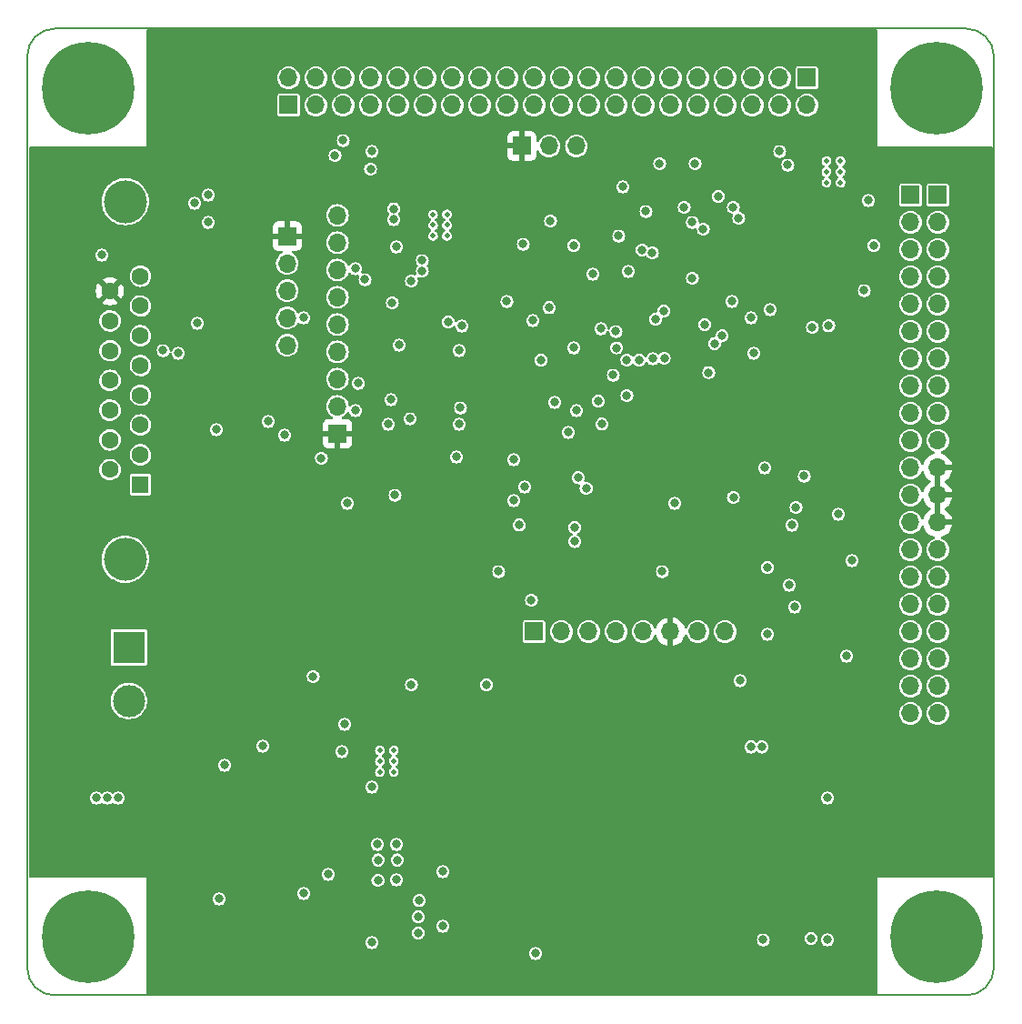
<source format=gbr>
%TF.GenerationSoftware,KiCad,Pcbnew,(6.0.7)*%
%TF.CreationDate,2023-01-26T22:49:43-08:00*%
%TF.ProjectId,FlightComputer,466c6967-6874-4436-9f6d-70757465722e,rev?*%
%TF.SameCoordinates,Original*%
%TF.FileFunction,Copper,L3,Inr*%
%TF.FilePolarity,Positive*%
%FSLAX46Y46*%
G04 Gerber Fmt 4.6, Leading zero omitted, Abs format (unit mm)*
G04 Created by KiCad (PCBNEW (6.0.7)) date 2023-01-26 22:49:43*
%MOMM*%
%LPD*%
G01*
G04 APERTURE LIST*
%TA.AperFunction,Profile*%
%ADD10C,0.200000*%
%TD*%
%TA.AperFunction,ComponentPad*%
%ADD11O,1.700000X1.700000*%
%TD*%
%TA.AperFunction,ComponentPad*%
%ADD12R,1.700000X1.700000*%
%TD*%
%TA.AperFunction,ComponentPad*%
%ADD13C,0.500000*%
%TD*%
%TA.AperFunction,ComponentPad*%
%ADD14C,0.900000*%
%TD*%
%TA.AperFunction,ComponentPad*%
%ADD15C,8.600000*%
%TD*%
%TA.AperFunction,ComponentPad*%
%ADD16C,1.600000*%
%TD*%
%TA.AperFunction,ComponentPad*%
%ADD17R,1.600000X1.600000*%
%TD*%
%TA.AperFunction,ComponentPad*%
%ADD18C,4.000000*%
%TD*%
%TA.AperFunction,ComponentPad*%
%ADD19C,3.000000*%
%TD*%
%TA.AperFunction,ComponentPad*%
%ADD20R,3.000000X3.000000*%
%TD*%
%TA.AperFunction,ViaPad*%
%ADD21C,0.800000*%
%TD*%
G04 APERTURE END LIST*
D10*
X227330000Y-148166000D02*
X142410000Y-148166000D01*
X229870000Y-60706000D02*
X229870000Y-145626000D01*
X229870000Y-60706000D02*
G75*
G03*
X227330000Y-58166000I-2540000J0D01*
G01*
X139870000Y-145626000D02*
X139870000Y-60706000D01*
X227330000Y-148166000D02*
G75*
G03*
X229870000Y-145626000I0J2540000D01*
G01*
X139870000Y-145626000D02*
G75*
G03*
X142410000Y-148166000I2540000J0D01*
G01*
X142410000Y-58166000D02*
X227330000Y-58166000D01*
X142410000Y-58166000D02*
G75*
G03*
X139870000Y-60706000I0J-2540000D01*
G01*
D11*
%TO.N,unconnected-(J9-Pad20)*%
%TO.C,J9*%
X222123000Y-121920000D03*
%TO.N,unconnected-(J9-Pad19)*%
X222123000Y-119380000D03*
%TO.N,unconnected-(J9-Pad18)*%
X222123000Y-116840000D03*
%TO.N,SPI2_SCK*%
X222123000Y-114300000D03*
%TO.N,SPI2_MISO*%
X222123000Y-111760000D03*
%TO.N,SPI2_MOSI*%
X222123000Y-109220000D03*
%TO.N,PD10*%
X222123000Y-106680000D03*
%TO.N,PD11*%
X222123000Y-104140000D03*
%TO.N,PD12*%
X222123000Y-101600000D03*
%TO.N,PD13*%
X222123000Y-99060000D03*
%TO.N,PD14*%
X222123000Y-96520000D03*
%TO.N,PD15*%
X222123000Y-93980000D03*
%TO.N,PD7*%
X222123000Y-91440000D03*
%TO.N,UART2_RX*%
X222123000Y-88900000D03*
%TO.N,UART2_TX*%
X222123000Y-86360000D03*
%TO.N,PD4*%
X222123000Y-83820000D03*
%TO.N,PD3*%
X222123000Y-81280000D03*
%TO.N,GND*%
X222123000Y-78740000D03*
%TO.N,unconnected-(J9-Pad2)*%
X222123000Y-76200000D03*
D12*
%TO.N,unconnected-(J9-Pad1)*%
X222123000Y-73660000D03*
%TD*%
D11*
%TO.N,PE15*%
%TO.C,J8*%
X212471000Y-65278000D03*
%TO.N,PE14*%
X209931000Y-65278000D03*
%TO.N,PE13*%
X207391000Y-65278000D03*
%TO.N,PE12*%
X204851000Y-65278000D03*
%TO.N,PE11*%
X202311000Y-65278000D03*
%TO.N,PE10*%
X199771000Y-65278000D03*
%TO.N,unconnected-(J8-Pad14)*%
X197231000Y-65278000D03*
%TO.N,PE8*%
X194691000Y-65278000D03*
%TO.N,PE7*%
X192151000Y-65278000D03*
%TO.N,DAC_OUT1*%
X189611000Y-65278000D03*
%TO.N,ADC3_IN3*%
X187071000Y-65278000D03*
%TO.N,ADC3_IN2*%
X184531000Y-65278000D03*
%TO.N,ADC3_IN1*%
X181991000Y-65278000D03*
%TO.N,PE6*%
X179451000Y-65278000D03*
%TO.N,PE5*%
X176911000Y-65278000D03*
%TO.N,PE4*%
X174371000Y-65278000D03*
%TO.N,PE3*%
X171831000Y-65278000D03*
%TO.N,PE2*%
X169291000Y-65278000D03*
%TO.N,PE1*%
X166751000Y-65278000D03*
D12*
%TO.N,PE0*%
X164211000Y-65278000D03*
%TD*%
D13*
%TO.N,N/C*%
%TO.C,IC4*%
X174005000Y-125365000D03*
X172705000Y-125365000D03*
X172705000Y-127365000D03*
X174005000Y-126365000D03*
X172705000Y-126365000D03*
X174005000Y-127365000D03*
%TD*%
%TO.N,N/C*%
%TO.C,IC3*%
X214299000Y-70489000D03*
X214299000Y-72489000D03*
X215599000Y-70489000D03*
X214299000Y-71489000D03*
X215599000Y-72489000D03*
X215599000Y-71489000D03*
%TD*%
D14*
%TO.N,GND*%
%TO.C,H4*%
X148767000Y-142748000D03*
X147822419Y-145028419D03*
X143261581Y-140467581D03*
X142317000Y-142748000D03*
X143261581Y-145028419D03*
D15*
X145542000Y-142748000D03*
D14*
X147822419Y-140467581D03*
X145542000Y-145973000D03*
X145542000Y-139523000D03*
%TD*%
%TO.N,GND*%
%TO.C,H2*%
X226816419Y-61473581D03*
X221311000Y-63754000D03*
D15*
X224536000Y-63754000D03*
D14*
X224536000Y-66979000D03*
X222255581Y-66034419D03*
X227761000Y-63754000D03*
X226816419Y-66034419D03*
X224536000Y-60529000D03*
X222255581Y-61473581D03*
%TD*%
D11*
%TO.N,unconnected-(J4-Pad5)*%
%TO.C,J4*%
X164084000Y-87635000D03*
%TO.N,I2C1_SCL*%
X164084000Y-85095000D03*
%TO.N,I2C1_SDA*%
X164084000Y-82555000D03*
%TO.N,GND*%
X164084000Y-80015000D03*
D12*
%TO.N,+3.3V*%
X164084000Y-77475000D03*
%TD*%
D11*
%TO.N,GND*%
%TO.C,J11*%
X164211000Y-62738000D03*
%TO.N,ADC3_IN13*%
X166751000Y-62738000D03*
%TO.N,ADC3_IN12*%
X169291000Y-62738000D03*
%TO.N,ADC3_IN11*%
X171831000Y-62738000D03*
%TO.N,ADC3_IN10*%
X174371000Y-62738000D03*
%TO.N,unconnected-(J11-Pad15)*%
X176911000Y-62738000D03*
%TO.N,unconnected-(J11-Pad14)*%
X179451000Y-62738000D03*
%TO.N,GND*%
X181991000Y-62738000D03*
X184531000Y-62738000D03*
%TO.N,unconnected-(J11-Pad11)*%
X187071000Y-62738000D03*
%TO.N,unconnected-(J11-Pad10)*%
X189611000Y-62738000D03*
%TO.N,I2C2_SDA*%
X192151000Y-62738000D03*
%TO.N,I2C2_SCL*%
X194691000Y-62738000D03*
%TO.N,GND*%
X197231000Y-62738000D03*
%TO.N,unconnected-(J11-Pad6)*%
X199771000Y-62738000D03*
%TO.N,unconnected-(J11-Pad5)*%
X202311000Y-62738000D03*
%TO.N,unconnected-(J11-Pad4)*%
X204851000Y-62738000D03*
%TO.N,GND*%
X207391000Y-62738000D03*
%TO.N,I2C1_SDA*%
X209931000Y-62738000D03*
D12*
%TO.N,I2C1_SCL*%
X212471000Y-62738000D03*
%TD*%
D11*
%TO.N,unconnected-(J6-Pad9)*%
%TO.C,J6*%
X168758000Y-75555000D03*
%TO.N,unconnected-(J6-Pad8)*%
X168758000Y-78095000D03*
%TO.N,GND*%
X168758000Y-80635000D03*
%TO.N,CS2*%
X168758000Y-83175000D03*
%TO.N,SPI1_MISO*%
X168758000Y-85715000D03*
%TO.N,SPI1_MOSI*%
X168758000Y-88255000D03*
%TO.N,SPI1_SCK*%
X168758000Y-90795000D03*
%TO.N,GND*%
X168758000Y-93335000D03*
D12*
%TO.N,+3.3V*%
X168758000Y-95875000D03*
%TD*%
D13*
%TO.N,N/C*%
%TO.C,IC2*%
X178958000Y-75454000D03*
X177658000Y-75454000D03*
X178958000Y-77454000D03*
X177658000Y-76454000D03*
X177658000Y-77454000D03*
X178958000Y-76454000D03*
%TD*%
D11*
%TO.N,GND*%
%TO.C,J12*%
X191008000Y-69088000D03*
%TO.N,Net-(J12-Pad2)*%
X188468000Y-69088000D03*
D12*
%TO.N,+3.3V*%
X185928000Y-69088000D03*
%TD*%
D14*
%TO.N,GND*%
%TO.C,H3*%
X226816419Y-140467581D03*
X222255581Y-140467581D03*
X224536000Y-145973000D03*
X224536000Y-139523000D03*
X226816419Y-145028419D03*
X222255581Y-145028419D03*
X227761000Y-142748000D03*
X221311000Y-142748000D03*
D15*
X224536000Y-142748000D03*
%TD*%
D14*
%TO.N,GND*%
%TO.C,H1*%
X147822419Y-66034419D03*
X147822419Y-61473581D03*
X143261581Y-66034419D03*
X148767000Y-63754000D03*
D15*
X145542000Y-63754000D03*
D14*
X145542000Y-66979000D03*
X145542000Y-60529000D03*
X143261581Y-61473581D03*
X142317000Y-63754000D03*
%TD*%
D11*
%TO.N,I2C1_SCL*%
%TO.C,J7*%
X204851000Y-114300000D03*
%TO.N,I2C1_SDA*%
X202311000Y-114300000D03*
%TO.N,+3.3V*%
X199771000Y-114300000D03*
%TO.N,GND*%
X197231000Y-114300000D03*
%TO.N,SPI1_SCK*%
X194691000Y-114300000D03*
%TO.N,SPI1_MISO*%
X192151000Y-114300000D03*
%TO.N,SPI1_MOSI*%
X189611000Y-114300000D03*
D12*
%TO.N,CS1*%
X187071000Y-114300000D03*
%TD*%
D16*
%TO.N,+3.3V*%
%TO.C,J5*%
X147575331Y-82602000D03*
%TO.N,CC2500_RX_OVERFLOW*%
X147575331Y-85372000D03*
%TO.N,CC2500_TX_OVERFLOW*%
X147575331Y-88142000D03*
%TO.N,GND*%
X147575331Y-90912000D03*
%TO.N,RFM_RX_OVERFLOW*%
X147575331Y-93682000D03*
%TO.N,RFM_TX_OVERFLOW*%
X147575331Y-96452000D03*
%TO.N,+5V*%
X147575331Y-99222000D03*
%TO.N,CC2500_RX_EMPTY*%
X150415331Y-81217000D03*
%TO.N,CC2500_TX_EMPTY*%
X150415331Y-83987000D03*
%TO.N,CC2500_UART_RX*%
X150415331Y-86757000D03*
%TO.N,CC2500_UART_TX*%
X150415331Y-89527000D03*
%TO.N,RFM_RX_EMPTY*%
X150415331Y-92297000D03*
%TO.N,RFM_TX_EMPTY*%
X150415331Y-95067000D03*
%TO.N,RFM_UART_RX*%
X150415331Y-97837000D03*
D17*
%TO.N,RFM_UART_TX*%
X150415331Y-100607000D03*
D18*
%TO.N,N/C*%
X148995331Y-74262000D03*
X148995331Y-107562000D03*
%TD*%
D19*
%TO.N,GND*%
%TO.C,J1*%
X149332500Y-120752500D03*
D20*
%TO.N,VIN*%
X149332500Y-115752500D03*
%TD*%
D11*
%TO.N,GND*%
%TO.C,J10*%
X224663000Y-121920000D03*
X224663000Y-119380000D03*
X224663000Y-116840000D03*
%TO.N,VIN*%
X224663000Y-114300000D03*
X224663000Y-111760000D03*
%TO.N,+5V*%
X224663000Y-109220000D03*
X224663000Y-106680000D03*
%TO.N,+3.3V*%
X224663000Y-104140000D03*
X224663000Y-101600000D03*
X224663000Y-99060000D03*
%TO.N,GND*%
X224663000Y-96520000D03*
X224663000Y-93980000D03*
X224663000Y-91440000D03*
X224663000Y-88900000D03*
X224663000Y-86360000D03*
X224663000Y-83820000D03*
X224663000Y-81280000D03*
%TO.N,PC15*%
X224663000Y-78740000D03*
%TO.N,PC9*%
X224663000Y-76200000D03*
D12*
%TO.N,PC8*%
X224663000Y-73660000D03*
%TD*%
D21*
%TO.N,PE10*%
X204216000Y-73787000D03*
X201041000Y-74803000D03*
X193294000Y-86106000D03*
%TO.N,PE11*%
X195707000Y-89027000D03*
X201803000Y-76200000D03*
X205613000Y-74803000D03*
%TO.N,PE12*%
X196850000Y-89027000D03*
X202819000Y-76835000D03*
X206121000Y-75819000D03*
%TO.N,PE13*%
X211074000Y-104394000D03*
%TO.N,PE14*%
X211455000Y-102743000D03*
%TO.N,PE15*%
X212217000Y-99822000D03*
%TO.N,CC2500_TX_EMPTY*%
X152527000Y-88138000D03*
%TO.N,GND*%
X166497000Y-118491000D03*
%TO.N,I2C2_SDA*%
X202057000Y-70739000D03*
%TO.N,I2C2_SCL*%
X198755000Y-70739000D03*
%TO.N,GND*%
X214376000Y-143002000D03*
X208407000Y-143002000D03*
%TO.N,RFM_RX_EMPTY*%
X167259000Y-98171000D03*
%TO.N,I2C2_SCL*%
X198120000Y-88900000D03*
%TO.N,I2C2_SDA*%
X199188500Y-88884628D03*
%TO.N,SYS_JTMS-SWDIO*%
X202946000Y-85711787D03*
%TO.N,CS1*%
X199009000Y-108712000D03*
X207518000Y-88392000D03*
X208534000Y-99060000D03*
%TO.N,CS2*%
X169672000Y-102362000D03*
X174117000Y-101600000D03*
%TO.N,PE8*%
X194945000Y-77470000D03*
X193368317Y-94983500D03*
%TO.N,PE7*%
X191008000Y-93726000D03*
X190754000Y-78359000D03*
%TO.N,PD7*%
X203327000Y-90173500D03*
X194437000Y-90424000D03*
%TO.N,PC8*%
X217805000Y-82550000D03*
X214503000Y-85839500D03*
%TO.N,PC9*%
X218706500Y-78359000D03*
X212979000Y-85979000D03*
%TO.N,NEN1*%
X182626000Y-119253000D03*
X186817000Y-111379000D03*
%TO.N,NEN2*%
X183769000Y-108712000D03*
X175641000Y-119253000D03*
%TO.N,DAC_OUT1*%
X188595000Y-76073000D03*
X188976000Y-92964000D03*
%TO.N,ADC3_IN13*%
X168529000Y-69977000D03*
X173863000Y-83693000D03*
X180213000Y-93472000D03*
X174498000Y-87630000D03*
%TO.N,PE4*%
X171843500Y-71247000D03*
X175641000Y-81661000D03*
%TO.N,PE3*%
X171958000Y-69596000D03*
X176657000Y-80755503D03*
%TO.N,PE2*%
X169291000Y-68580000D03*
X176657000Y-79756000D03*
%TO.N,I2C1_SCL*%
X171323000Y-81534000D03*
X173990000Y-75946000D03*
%TO.N,RFM_RX_OVERFLOW*%
X184531000Y-83565500D03*
X186944000Y-85344000D03*
%TO.N,GND*%
X179070000Y-85471000D03*
%TO.N,I2C1_SCL*%
X210693000Y-70866000D03*
%TO.N,SPI1_SCK*%
X190839477Y-104606477D03*
X170708500Y-91186000D03*
X190246000Y-95758000D03*
%TO.N,SPI1_MISO*%
X185166000Y-102108000D03*
X185674000Y-104381500D03*
%TO.N,+5V*%
X158242000Y-126746000D03*
X146304000Y-129794000D03*
X161798000Y-124968000D03*
X148336000Y-129794000D03*
X147320000Y-129794000D03*
%TO.N,EN1*%
X167894000Y-136906000D03*
X187198000Y-144272000D03*
X171958000Y-143256000D03*
%TO.N,EN2*%
X176374951Y-139347049D03*
X178562000Y-136652000D03*
%TO.N,GND*%
X218186000Y-74168000D03*
X178562000Y-141732000D03*
X174315000Y-135565000D03*
X165608000Y-138684000D03*
X172537000Y-135565000D03*
X174244000Y-134112000D03*
X172523500Y-137471500D03*
X180340000Y-85852000D03*
X175514000Y-94488000D03*
X179832000Y-98044000D03*
X174244000Y-137414000D03*
X200152000Y-102362000D03*
X170434000Y-80518000D03*
X180086000Y-88138000D03*
X174244000Y-78486000D03*
X186182000Y-100838000D03*
X172466000Y-134112000D03*
X186055000Y-78232000D03*
X157734000Y-139192000D03*
X170434000Y-93726000D03*
X205486000Y-83566000D03*
X212852000Y-142855498D03*
X205625500Y-101809692D03*
X171958000Y-128778000D03*
X180086000Y-94996000D03*
X216154000Y-116586000D03*
X214376000Y-129794000D03*
%TO.N,I2C1_SDA*%
X215392000Y-103378000D03*
X169418000Y-122936000D03*
X173990000Y-74946497D03*
X209931000Y-69596000D03*
X195326000Y-72898000D03*
%TO.N,I2C1_SCL*%
X216662000Y-107696000D03*
X197485000Y-75184000D03*
X165608000Y-85090000D03*
X169164000Y-125476000D03*
%TO.N,USB_D+*%
X204570685Y-86767315D03*
X208273600Y-125045100D03*
%TO.N,USB_D-*%
X203861315Y-87476685D03*
X207270400Y-125045100D03*
%TO.N,NEN1*%
X176276000Y-142354500D03*
X194762925Y-87885990D03*
%TO.N,NEN2*%
X176276000Y-140855500D03*
X194691000Y-86360000D03*
%TO.N,+3.3V*%
X182165000Y-85852000D03*
X186182000Y-81026000D03*
X188468000Y-100076000D03*
X176530000Y-97536000D03*
X201930000Y-83058000D03*
X193294000Y-133350000D03*
X193548000Y-76200000D03*
X197104000Y-107696000D03*
X217551000Y-68961000D03*
X194310000Y-133350000D03*
X194310000Y-130810000D03*
X182372000Y-88138000D03*
X193294000Y-130810000D03*
X170434000Y-96012000D03*
X200152000Y-100584000D03*
X216154000Y-114046000D03*
X182372000Y-75946000D03*
%TO.N,RFM_RX_OVERFLOW*%
X156718000Y-76200000D03*
%TO.N,RFM_TX_OVERFLOW*%
X146812000Y-79248000D03*
%TO.N,NRST*%
X187706000Y-89027000D03*
X190766500Y-87884000D03*
X195707000Y-92329000D03*
X206248000Y-118872000D03*
%TO.N,CC2500_RX_EMPTY*%
X191163117Y-99980677D03*
X153924000Y-88392000D03*
%TO.N,CC2500_TX_EMPTY*%
X191912617Y-100965000D03*
%TO.N,SYS_JTMS-SWDIO*%
X211328000Y-112014000D03*
%TO.N,SYS_JTCK-SWCLK*%
X201803000Y-81407000D03*
X210820000Y-109982000D03*
%TO.N,CC2500_UART_TX*%
X155702000Y-85598000D03*
X198080775Y-79057554D03*
%TO.N,CC2500_UART_RX*%
X197125977Y-78761977D03*
%TO.N,RFM_UART_TX*%
X195834000Y-80772000D03*
X157480000Y-95504000D03*
%TO.N,RFM_UART_RX*%
X192532000Y-81026000D03*
X162306000Y-94742000D03*
%TO.N,UART2_TX*%
X209042000Y-84328000D03*
X199136000Y-84455000D03*
%TO.N,UART2_RX*%
X198374000Y-85204500D03*
X207264000Y-85090000D03*
%TO.N,SYS_JTDO-TRACESWO*%
X193040000Y-92837000D03*
X190868500Y-105918000D03*
X208788000Y-114554000D03*
X208788000Y-108331000D03*
%TO.N,RFM_TX_EMPTY*%
X185166000Y-98298000D03*
X163830000Y-96012000D03*
%TO.N,RFM_RX_EMPTY*%
X173736000Y-92710000D03*
X188468000Y-84148500D03*
X173482000Y-94996000D03*
%TO.N,CC2500_RX_OVERFLOW*%
X156718000Y-73660000D03*
%TO.N,CC2500_TX_OVERFLOW*%
X155448000Y-74422000D03*
%TD*%
%TA.AperFunction,Conductor*%
%TO.N,+3.3V*%
G36*
X218945121Y-58187002D02*
G01*
X218991614Y-58240658D01*
X219003000Y-58293000D01*
X219003000Y-69166000D01*
X229743000Y-69166000D01*
X229811121Y-69186002D01*
X229857614Y-69239658D01*
X229869000Y-69292000D01*
X229869000Y-137040000D01*
X229848998Y-137108121D01*
X229795342Y-137154614D01*
X229743000Y-137166000D01*
X219003000Y-137166000D01*
X219003000Y-148039000D01*
X218982998Y-148107121D01*
X218929342Y-148153614D01*
X218877000Y-148165000D01*
X151129000Y-148165000D01*
X151060879Y-148144998D01*
X151014386Y-148091342D01*
X151003000Y-148039000D01*
X151003000Y-144272000D01*
X186592318Y-144272000D01*
X186612956Y-144428762D01*
X186673464Y-144574841D01*
X186769718Y-144700282D01*
X186895159Y-144796536D01*
X187041238Y-144857044D01*
X187198000Y-144877682D01*
X187206188Y-144876604D01*
X187346574Y-144858122D01*
X187354762Y-144857044D01*
X187500841Y-144796536D01*
X187626282Y-144700282D01*
X187722536Y-144574841D01*
X187783044Y-144428762D01*
X187803682Y-144272000D01*
X187783044Y-144115238D01*
X187722536Y-143969159D01*
X187626282Y-143843718D01*
X187500841Y-143747464D01*
X187354762Y-143686956D01*
X187198000Y-143666318D01*
X187041238Y-143686956D01*
X186895159Y-143747464D01*
X186769718Y-143843718D01*
X186673464Y-143969159D01*
X186612956Y-144115238D01*
X186592318Y-144272000D01*
X151003000Y-144272000D01*
X151003000Y-143256000D01*
X171352318Y-143256000D01*
X171372956Y-143412762D01*
X171433464Y-143558841D01*
X171529718Y-143684282D01*
X171655159Y-143780536D01*
X171801238Y-143841044D01*
X171958000Y-143861682D01*
X171966188Y-143860604D01*
X172106574Y-143842122D01*
X172114762Y-143841044D01*
X172260841Y-143780536D01*
X172386282Y-143684282D01*
X172482536Y-143558841D01*
X172543044Y-143412762D01*
X172563682Y-143256000D01*
X172543044Y-143099238D01*
X172502767Y-143002000D01*
X207801318Y-143002000D01*
X207821956Y-143158762D01*
X207882464Y-143304841D01*
X207978718Y-143430282D01*
X208104159Y-143526536D01*
X208250238Y-143587044D01*
X208407000Y-143607682D01*
X208415188Y-143606604D01*
X208555574Y-143588122D01*
X208563762Y-143587044D01*
X208709841Y-143526536D01*
X208835282Y-143430282D01*
X208931536Y-143304841D01*
X208992044Y-143158762D01*
X209012682Y-143002000D01*
X208993395Y-142855498D01*
X212246318Y-142855498D01*
X212266956Y-143012260D01*
X212327464Y-143158339D01*
X212423718Y-143283780D01*
X212549159Y-143380034D01*
X212695238Y-143440542D01*
X212852000Y-143461180D01*
X212860188Y-143460102D01*
X213000574Y-143441620D01*
X213008762Y-143440542D01*
X213154841Y-143380034D01*
X213280282Y-143283780D01*
X213376536Y-143158339D01*
X213437044Y-143012260D01*
X213438395Y-143002000D01*
X213770318Y-143002000D01*
X213790956Y-143158762D01*
X213851464Y-143304841D01*
X213947718Y-143430282D01*
X214073159Y-143526536D01*
X214219238Y-143587044D01*
X214376000Y-143607682D01*
X214384188Y-143606604D01*
X214524574Y-143588122D01*
X214532762Y-143587044D01*
X214678841Y-143526536D01*
X214804282Y-143430282D01*
X214900536Y-143304841D01*
X214961044Y-143158762D01*
X214981682Y-143002000D01*
X214961044Y-142845238D01*
X214900536Y-142699159D01*
X214804282Y-142573718D01*
X214678841Y-142477464D01*
X214532762Y-142416956D01*
X214376000Y-142396318D01*
X214219238Y-142416956D01*
X214073159Y-142477464D01*
X213947718Y-142573718D01*
X213851464Y-142699159D01*
X213790956Y-142845238D01*
X213770318Y-143002000D01*
X213438395Y-143002000D01*
X213457682Y-142855498D01*
X213437044Y-142698736D01*
X213376536Y-142552657D01*
X213280282Y-142427216D01*
X213154841Y-142330962D01*
X213008762Y-142270454D01*
X212852000Y-142249816D01*
X212695238Y-142270454D01*
X212549159Y-142330962D01*
X212423718Y-142427216D01*
X212327464Y-142552657D01*
X212266956Y-142698736D01*
X212246318Y-142855498D01*
X208993395Y-142855498D01*
X208992044Y-142845238D01*
X208931536Y-142699159D01*
X208835282Y-142573718D01*
X208709841Y-142477464D01*
X208563762Y-142416956D01*
X208407000Y-142396318D01*
X208250238Y-142416956D01*
X208104159Y-142477464D01*
X207978718Y-142573718D01*
X207882464Y-142699159D01*
X207821956Y-142845238D01*
X207801318Y-143002000D01*
X172502767Y-143002000D01*
X172482536Y-142953159D01*
X172386282Y-142827718D01*
X172260841Y-142731464D01*
X172114762Y-142670956D01*
X171958000Y-142650318D01*
X171801238Y-142670956D01*
X171655159Y-142731464D01*
X171529718Y-142827718D01*
X171433464Y-142953159D01*
X171372956Y-143099238D01*
X171352318Y-143256000D01*
X151003000Y-143256000D01*
X151003000Y-142354500D01*
X175670318Y-142354500D01*
X175690956Y-142511262D01*
X175751464Y-142657341D01*
X175847718Y-142782782D01*
X175973159Y-142879036D01*
X176119238Y-142939544D01*
X176276000Y-142960182D01*
X176284188Y-142959104D01*
X176424574Y-142940622D01*
X176432762Y-142939544D01*
X176578841Y-142879036D01*
X176704282Y-142782782D01*
X176800536Y-142657341D01*
X176861044Y-142511262D01*
X176881682Y-142354500D01*
X176861044Y-142197738D01*
X176800536Y-142051659D01*
X176704282Y-141926218D01*
X176578841Y-141829964D01*
X176432762Y-141769456D01*
X176276000Y-141748818D01*
X176119238Y-141769456D01*
X175973159Y-141829964D01*
X175847718Y-141926218D01*
X175751464Y-142051659D01*
X175690956Y-142197738D01*
X175670318Y-142354500D01*
X151003000Y-142354500D01*
X151003000Y-141732000D01*
X177956318Y-141732000D01*
X177976956Y-141888762D01*
X178037464Y-142034841D01*
X178133718Y-142160282D01*
X178259159Y-142256536D01*
X178405238Y-142317044D01*
X178562000Y-142337682D01*
X178570188Y-142336604D01*
X178574860Y-142335989D01*
X178718762Y-142317044D01*
X178864841Y-142256536D01*
X178990282Y-142160282D01*
X179086536Y-142034841D01*
X179147044Y-141888762D01*
X179167682Y-141732000D01*
X179147044Y-141575238D01*
X179086536Y-141429159D01*
X178990282Y-141303718D01*
X178864841Y-141207464D01*
X178718762Y-141146956D01*
X178562000Y-141126318D01*
X178405238Y-141146956D01*
X178259159Y-141207464D01*
X178133718Y-141303718D01*
X178037464Y-141429159D01*
X177976956Y-141575238D01*
X177956318Y-141732000D01*
X151003000Y-141732000D01*
X151003000Y-140855500D01*
X175670318Y-140855500D01*
X175690956Y-141012262D01*
X175751464Y-141158341D01*
X175847718Y-141283782D01*
X175973159Y-141380036D01*
X176119238Y-141440544D01*
X176276000Y-141461182D01*
X176284188Y-141460104D01*
X176424574Y-141441622D01*
X176432762Y-141440544D01*
X176578841Y-141380036D01*
X176704282Y-141283782D01*
X176800536Y-141158341D01*
X176861044Y-141012262D01*
X176881682Y-140855500D01*
X176861044Y-140698738D01*
X176800536Y-140552659D01*
X176704282Y-140427218D01*
X176578841Y-140330964D01*
X176432762Y-140270456D01*
X176276000Y-140249818D01*
X176119238Y-140270456D01*
X175973159Y-140330964D01*
X175847718Y-140427218D01*
X175751464Y-140552659D01*
X175690956Y-140698738D01*
X175670318Y-140855500D01*
X151003000Y-140855500D01*
X151003000Y-139192000D01*
X157128318Y-139192000D01*
X157129396Y-139200188D01*
X157147653Y-139338861D01*
X157148956Y-139348762D01*
X157209464Y-139494841D01*
X157305718Y-139620282D01*
X157431159Y-139716536D01*
X157577238Y-139777044D01*
X157734000Y-139797682D01*
X157742188Y-139796604D01*
X157882574Y-139778122D01*
X157890762Y-139777044D01*
X158036841Y-139716536D01*
X158162282Y-139620282D01*
X158258536Y-139494841D01*
X158319044Y-139348762D01*
X158319270Y-139347049D01*
X175769269Y-139347049D01*
X175789907Y-139503811D01*
X175850415Y-139649890D01*
X175946669Y-139775331D01*
X176072110Y-139871585D01*
X176218189Y-139932093D01*
X176374951Y-139952731D01*
X176383139Y-139951653D01*
X176523525Y-139933171D01*
X176531713Y-139932093D01*
X176677792Y-139871585D01*
X176803233Y-139775331D01*
X176899487Y-139649890D01*
X176959995Y-139503811D01*
X176980633Y-139347049D01*
X176961736Y-139203509D01*
X176961073Y-139198475D01*
X176959995Y-139190287D01*
X176899487Y-139044208D01*
X176803233Y-138918767D01*
X176677792Y-138822513D01*
X176531713Y-138762005D01*
X176481399Y-138755381D01*
X176383139Y-138742445D01*
X176374951Y-138741367D01*
X176366763Y-138742445D01*
X176268504Y-138755381D01*
X176218189Y-138762005D01*
X176072110Y-138822513D01*
X175946669Y-138918767D01*
X175850415Y-139044208D01*
X175789907Y-139190287D01*
X175788829Y-139198475D01*
X175788166Y-139203509D01*
X175769269Y-139347049D01*
X158319270Y-139347049D01*
X158320348Y-139338861D01*
X158338604Y-139200188D01*
X158339682Y-139192000D01*
X158319044Y-139035238D01*
X158258536Y-138889159D01*
X158162282Y-138763718D01*
X158058391Y-138684000D01*
X165002318Y-138684000D01*
X165022956Y-138840762D01*
X165083464Y-138986841D01*
X165179718Y-139112282D01*
X165305159Y-139208536D01*
X165451238Y-139269044D01*
X165608000Y-139289682D01*
X165616188Y-139288604D01*
X165756574Y-139270122D01*
X165764762Y-139269044D01*
X165910841Y-139208536D01*
X166036282Y-139112282D01*
X166132536Y-138986841D01*
X166193044Y-138840762D01*
X166213682Y-138684000D01*
X166193044Y-138527238D01*
X166132536Y-138381159D01*
X166036282Y-138255718D01*
X165910841Y-138159464D01*
X165764762Y-138098956D01*
X165608000Y-138078318D01*
X165451238Y-138098956D01*
X165305159Y-138159464D01*
X165179718Y-138255718D01*
X165083464Y-138381159D01*
X165022956Y-138527238D01*
X165002318Y-138684000D01*
X158058391Y-138684000D01*
X158036841Y-138667464D01*
X157890762Y-138606956D01*
X157734000Y-138586318D01*
X157577238Y-138606956D01*
X157431159Y-138667464D01*
X157305718Y-138763718D01*
X157209464Y-138889159D01*
X157148956Y-139035238D01*
X157128318Y-139192000D01*
X151003000Y-139192000D01*
X151003000Y-137166000D01*
X140129000Y-137166000D01*
X140060879Y-137145998D01*
X140014386Y-137092342D01*
X140003000Y-137040000D01*
X140003000Y-136906000D01*
X167288318Y-136906000D01*
X167308956Y-137062762D01*
X167369464Y-137208841D01*
X167465718Y-137334282D01*
X167591159Y-137430536D01*
X167737238Y-137491044D01*
X167894000Y-137511682D01*
X167902188Y-137510604D01*
X168042574Y-137492122D01*
X168050762Y-137491044D01*
X168097945Y-137471500D01*
X171917818Y-137471500D01*
X171938456Y-137628262D01*
X171998964Y-137774341D01*
X172095218Y-137899782D01*
X172220659Y-137996036D01*
X172366738Y-138056544D01*
X172523500Y-138077182D01*
X172531688Y-138076104D01*
X172672074Y-138057622D01*
X172680262Y-138056544D01*
X172826341Y-137996036D01*
X172951782Y-137899782D01*
X173048036Y-137774341D01*
X173108544Y-137628262D01*
X173129182Y-137471500D01*
X173121612Y-137414000D01*
X173638318Y-137414000D01*
X173658956Y-137570762D01*
X173719464Y-137716841D01*
X173815718Y-137842282D01*
X173941159Y-137938536D01*
X174087238Y-137999044D01*
X174244000Y-138019682D01*
X174252188Y-138018604D01*
X174392574Y-138000122D01*
X174400762Y-137999044D01*
X174546841Y-137938536D01*
X174672282Y-137842282D01*
X174768536Y-137716841D01*
X174829044Y-137570762D01*
X174849682Y-137414000D01*
X174829044Y-137257238D01*
X174768536Y-137111159D01*
X174672282Y-136985718D01*
X174546841Y-136889464D01*
X174400762Y-136828956D01*
X174244000Y-136808318D01*
X174087238Y-136828956D01*
X173941159Y-136889464D01*
X173815718Y-136985718D01*
X173719464Y-137111159D01*
X173658956Y-137257238D01*
X173638318Y-137414000D01*
X173121612Y-137414000D01*
X173108544Y-137314738D01*
X173048036Y-137168659D01*
X172951782Y-137043218D01*
X172826341Y-136946964D01*
X172680262Y-136886456D01*
X172523500Y-136865818D01*
X172366738Y-136886456D01*
X172220659Y-136946964D01*
X172095218Y-137043218D01*
X171998964Y-137168659D01*
X171938456Y-137314738D01*
X171917818Y-137471500D01*
X168097945Y-137471500D01*
X168196841Y-137430536D01*
X168322282Y-137334282D01*
X168418536Y-137208841D01*
X168479044Y-137062762D01*
X168499682Y-136906000D01*
X168479044Y-136749238D01*
X168438767Y-136652000D01*
X177956318Y-136652000D01*
X177976956Y-136808762D01*
X178037464Y-136954841D01*
X178133718Y-137080282D01*
X178259159Y-137176536D01*
X178405238Y-137237044D01*
X178562000Y-137257682D01*
X178570188Y-137256604D01*
X178710574Y-137238122D01*
X178718762Y-137237044D01*
X178864841Y-137176536D01*
X178990282Y-137080282D01*
X179086536Y-136954841D01*
X179147044Y-136808762D01*
X179167682Y-136652000D01*
X179147044Y-136495238D01*
X179086536Y-136349159D01*
X178990282Y-136223718D01*
X178864841Y-136127464D01*
X178718762Y-136066956D01*
X178562000Y-136046318D01*
X178405238Y-136066956D01*
X178259159Y-136127464D01*
X178133718Y-136223718D01*
X178037464Y-136349159D01*
X177976956Y-136495238D01*
X177956318Y-136652000D01*
X168438767Y-136652000D01*
X168418536Y-136603159D01*
X168322282Y-136477718D01*
X168196841Y-136381464D01*
X168050762Y-136320956D01*
X167894000Y-136300318D01*
X167737238Y-136320956D01*
X167591159Y-136381464D01*
X167465718Y-136477718D01*
X167369464Y-136603159D01*
X167308956Y-136749238D01*
X167288318Y-136906000D01*
X140003000Y-136906000D01*
X140003000Y-135565000D01*
X171931318Y-135565000D01*
X171951956Y-135721762D01*
X172012464Y-135867841D01*
X172108718Y-135993282D01*
X172234159Y-136089536D01*
X172380238Y-136150044D01*
X172537000Y-136170682D01*
X172545188Y-136169604D01*
X172685574Y-136151122D01*
X172693762Y-136150044D01*
X172839841Y-136089536D01*
X172965282Y-135993282D01*
X173061536Y-135867841D01*
X173122044Y-135721762D01*
X173142682Y-135565000D01*
X173709318Y-135565000D01*
X173729956Y-135721762D01*
X173790464Y-135867841D01*
X173886718Y-135993282D01*
X174012159Y-136089536D01*
X174158238Y-136150044D01*
X174315000Y-136170682D01*
X174323188Y-136169604D01*
X174463574Y-136151122D01*
X174471762Y-136150044D01*
X174617841Y-136089536D01*
X174743282Y-135993282D01*
X174839536Y-135867841D01*
X174900044Y-135721762D01*
X174920682Y-135565000D01*
X174900044Y-135408238D01*
X174839536Y-135262159D01*
X174743282Y-135136718D01*
X174617841Y-135040464D01*
X174471762Y-134979956D01*
X174322473Y-134960302D01*
X174322470Y-134960301D01*
X174315000Y-134959318D01*
X174315153Y-134958153D01*
X174291042Y-134951073D01*
X174271706Y-134963500D01*
X174252654Y-134967526D01*
X174158238Y-134979956D01*
X174012159Y-135040464D01*
X173886718Y-135136718D01*
X173790464Y-135262159D01*
X173729956Y-135408238D01*
X173709318Y-135565000D01*
X173142682Y-135565000D01*
X173122044Y-135408238D01*
X173061536Y-135262159D01*
X172965282Y-135136718D01*
X172839841Y-135040464D01*
X172693762Y-134979956D01*
X172544473Y-134960302D01*
X172544470Y-134960301D01*
X172537000Y-134959318D01*
X172537153Y-134958153D01*
X172513042Y-134951073D01*
X172493706Y-134963500D01*
X172474654Y-134967526D01*
X172380238Y-134979956D01*
X172234159Y-135040464D01*
X172108718Y-135136718D01*
X172012464Y-135262159D01*
X171951956Y-135408238D01*
X171931318Y-135565000D01*
X140003000Y-135565000D01*
X140003000Y-134112000D01*
X171860318Y-134112000D01*
X171880956Y-134268762D01*
X171941464Y-134414841D01*
X172037718Y-134540282D01*
X172163159Y-134636536D01*
X172309238Y-134697044D01*
X172458527Y-134716698D01*
X172458530Y-134716699D01*
X172466000Y-134717682D01*
X172465847Y-134718847D01*
X172489958Y-134725927D01*
X172509294Y-134713500D01*
X172528346Y-134709474D01*
X172614574Y-134698122D01*
X172622762Y-134697044D01*
X172768841Y-134636536D01*
X172894282Y-134540282D01*
X172990536Y-134414841D01*
X173051044Y-134268762D01*
X173071682Y-134112000D01*
X173638318Y-134112000D01*
X173658956Y-134268762D01*
X173719464Y-134414841D01*
X173815718Y-134540282D01*
X173941159Y-134636536D01*
X174087238Y-134697044D01*
X174236527Y-134716698D01*
X174236530Y-134716699D01*
X174244000Y-134717682D01*
X174243847Y-134718847D01*
X174267958Y-134725927D01*
X174287294Y-134713500D01*
X174306346Y-134709474D01*
X174392574Y-134698122D01*
X174400762Y-134697044D01*
X174546841Y-134636536D01*
X174672282Y-134540282D01*
X174768536Y-134414841D01*
X174829044Y-134268762D01*
X174849682Y-134112000D01*
X174829044Y-133955238D01*
X174768536Y-133809159D01*
X174672282Y-133683718D01*
X174546841Y-133587464D01*
X174400762Y-133526956D01*
X174244000Y-133506318D01*
X174087238Y-133526956D01*
X173941159Y-133587464D01*
X173815718Y-133683718D01*
X173719464Y-133809159D01*
X173658956Y-133955238D01*
X173638318Y-134112000D01*
X173071682Y-134112000D01*
X173051044Y-133955238D01*
X172990536Y-133809159D01*
X172894282Y-133683718D01*
X172768841Y-133587464D01*
X172622762Y-133526956D01*
X172466000Y-133506318D01*
X172309238Y-133526956D01*
X172163159Y-133587464D01*
X172037718Y-133683718D01*
X171941464Y-133809159D01*
X171880956Y-133955238D01*
X171860318Y-134112000D01*
X140003000Y-134112000D01*
X140003000Y-129794000D01*
X145698318Y-129794000D01*
X145718956Y-129950762D01*
X145779464Y-130096841D01*
X145875718Y-130222282D01*
X146001159Y-130318536D01*
X146147238Y-130379044D01*
X146304000Y-130399682D01*
X146312188Y-130398604D01*
X146452574Y-130380122D01*
X146460762Y-130379044D01*
X146606841Y-130318536D01*
X146732282Y-130222282D01*
X146733760Y-130224208D01*
X146785217Y-130196110D01*
X146856032Y-130201175D01*
X146890779Y-130223506D01*
X146891718Y-130222282D01*
X147017159Y-130318536D01*
X147163238Y-130379044D01*
X147320000Y-130399682D01*
X147328188Y-130398604D01*
X147468574Y-130380122D01*
X147476762Y-130379044D01*
X147622841Y-130318536D01*
X147748282Y-130222282D01*
X147749760Y-130224208D01*
X147801217Y-130196110D01*
X147872032Y-130201175D01*
X147906779Y-130223506D01*
X147907718Y-130222282D01*
X148033159Y-130318536D01*
X148179238Y-130379044D01*
X148336000Y-130399682D01*
X148344188Y-130398604D01*
X148484574Y-130380122D01*
X148492762Y-130379044D01*
X148638841Y-130318536D01*
X148764282Y-130222282D01*
X148860536Y-130096841D01*
X148921044Y-129950762D01*
X148941682Y-129794000D01*
X213770318Y-129794000D01*
X213790956Y-129950762D01*
X213851464Y-130096841D01*
X213947718Y-130222282D01*
X214073159Y-130318536D01*
X214219238Y-130379044D01*
X214376000Y-130399682D01*
X214384188Y-130398604D01*
X214524574Y-130380122D01*
X214532762Y-130379044D01*
X214678841Y-130318536D01*
X214804282Y-130222282D01*
X214900536Y-130096841D01*
X214961044Y-129950762D01*
X214981682Y-129794000D01*
X214961044Y-129637238D01*
X214900536Y-129491159D01*
X214804282Y-129365718D01*
X214678841Y-129269464D01*
X214532762Y-129208956D01*
X214376000Y-129188318D01*
X214219238Y-129208956D01*
X214073159Y-129269464D01*
X213947718Y-129365718D01*
X213851464Y-129491159D01*
X213790956Y-129637238D01*
X213770318Y-129794000D01*
X148941682Y-129794000D01*
X148921044Y-129637238D01*
X148860536Y-129491159D01*
X148764282Y-129365718D01*
X148638841Y-129269464D01*
X148492762Y-129208956D01*
X148336000Y-129188318D01*
X148179238Y-129208956D01*
X148033159Y-129269464D01*
X147907718Y-129365718D01*
X147906240Y-129363792D01*
X147854783Y-129391890D01*
X147783968Y-129386825D01*
X147749221Y-129364494D01*
X147748282Y-129365718D01*
X147740679Y-129359884D01*
X147622841Y-129269464D01*
X147476762Y-129208956D01*
X147320000Y-129188318D01*
X147163238Y-129208956D01*
X147017159Y-129269464D01*
X146891718Y-129365718D01*
X146890240Y-129363792D01*
X146838783Y-129391890D01*
X146767968Y-129386825D01*
X146733221Y-129364494D01*
X146732282Y-129365718D01*
X146724679Y-129359884D01*
X146606841Y-129269464D01*
X146460762Y-129208956D01*
X146304000Y-129188318D01*
X146147238Y-129208956D01*
X146001159Y-129269464D01*
X145875718Y-129365718D01*
X145779464Y-129491159D01*
X145718956Y-129637238D01*
X145698318Y-129794000D01*
X140003000Y-129794000D01*
X140003000Y-128778000D01*
X171352318Y-128778000D01*
X171372956Y-128934762D01*
X171433464Y-129080841D01*
X171529718Y-129206282D01*
X171655159Y-129302536D01*
X171801238Y-129363044D01*
X171958000Y-129383682D01*
X171966188Y-129382604D01*
X172106574Y-129364122D01*
X172114762Y-129363044D01*
X172260841Y-129302536D01*
X172386282Y-129206282D01*
X172482536Y-129080841D01*
X172543044Y-128934762D01*
X172563682Y-128778000D01*
X172543044Y-128621238D01*
X172482536Y-128475159D01*
X172386282Y-128349718D01*
X172260841Y-128253464D01*
X172114762Y-128192956D01*
X171958000Y-128172318D01*
X171801238Y-128192956D01*
X171655159Y-128253464D01*
X171529718Y-128349718D01*
X171433464Y-128475159D01*
X171372956Y-128621238D01*
X171352318Y-128778000D01*
X140003000Y-128778000D01*
X140003000Y-127359440D01*
X172249901Y-127359440D01*
X172251065Y-127368342D01*
X172251065Y-127368345D01*
X172265468Y-127478489D01*
X172265469Y-127478493D01*
X172266633Y-127487394D01*
X172318605Y-127605510D01*
X172401639Y-127704291D01*
X172509060Y-127775796D01*
X172632233Y-127814278D01*
X172641203Y-127814442D01*
X172641207Y-127814443D01*
X172699942Y-127815519D01*
X172761255Y-127816643D01*
X172823505Y-127799671D01*
X172877092Y-127785062D01*
X172877093Y-127785062D01*
X172885755Y-127782700D01*
X172893405Y-127778003D01*
X172893407Y-127778002D01*
X172988072Y-127719878D01*
X172988075Y-127719875D01*
X172995724Y-127715179D01*
X173001750Y-127708522D01*
X173076300Y-127626161D01*
X173076303Y-127626157D01*
X173082322Y-127619507D01*
X173138588Y-127503375D01*
X173159997Y-127376120D01*
X173160133Y-127365000D01*
X173159337Y-127359440D01*
X173549901Y-127359440D01*
X173551065Y-127368342D01*
X173551065Y-127368345D01*
X173565468Y-127478489D01*
X173565469Y-127478493D01*
X173566633Y-127487394D01*
X173618605Y-127605510D01*
X173701639Y-127704291D01*
X173809060Y-127775796D01*
X173932233Y-127814278D01*
X173941203Y-127814442D01*
X173941207Y-127814443D01*
X173999942Y-127815519D01*
X174061255Y-127816643D01*
X174123505Y-127799671D01*
X174177092Y-127785062D01*
X174177093Y-127785062D01*
X174185755Y-127782700D01*
X174193405Y-127778003D01*
X174193407Y-127778002D01*
X174288072Y-127719878D01*
X174288075Y-127719875D01*
X174295724Y-127715179D01*
X174301750Y-127708522D01*
X174376300Y-127626161D01*
X174376303Y-127626157D01*
X174382322Y-127619507D01*
X174438588Y-127503375D01*
X174459997Y-127376120D01*
X174460133Y-127365000D01*
X174441839Y-127237259D01*
X174388428Y-127119788D01*
X174332941Y-127055392D01*
X174310051Y-127028826D01*
X174310049Y-127028824D01*
X174304193Y-127022028D01*
X174226999Y-126971994D01*
X174224537Y-126970398D01*
X174178252Y-126916562D01*
X174168421Y-126846250D01*
X174198164Y-126781784D01*
X174227139Y-126757290D01*
X174232191Y-126754188D01*
X174295724Y-126715179D01*
X174301750Y-126708522D01*
X174376300Y-126626161D01*
X174376303Y-126626157D01*
X174382322Y-126619507D01*
X174438588Y-126503375D01*
X174459997Y-126376120D01*
X174460133Y-126365000D01*
X174441839Y-126237259D01*
X174435724Y-126223809D01*
X174392145Y-126127962D01*
X174392143Y-126127959D01*
X174388428Y-126119788D01*
X174337811Y-126061044D01*
X174310051Y-126028826D01*
X174310049Y-126028824D01*
X174304193Y-126022028D01*
X174275910Y-126003696D01*
X174224537Y-125970398D01*
X174178252Y-125916562D01*
X174168421Y-125846250D01*
X174198164Y-125781784D01*
X174227139Y-125757290D01*
X174295724Y-125715179D01*
X174301750Y-125708522D01*
X174376300Y-125626161D01*
X174376303Y-125626157D01*
X174382322Y-125619507D01*
X174438588Y-125503375D01*
X174441258Y-125487509D01*
X174459190Y-125380917D01*
X174459997Y-125376120D01*
X174460133Y-125365000D01*
X174447587Y-125277392D01*
X174443112Y-125246145D01*
X174443111Y-125246142D01*
X174441839Y-125237259D01*
X174416164Y-125180789D01*
X174392145Y-125127962D01*
X174392143Y-125127959D01*
X174388428Y-125119788D01*
X174331969Y-125054264D01*
X174324073Y-125045100D01*
X206664718Y-125045100D01*
X206685356Y-125201862D01*
X206745864Y-125347941D01*
X206842118Y-125473382D01*
X206848664Y-125478405D01*
X206856201Y-125484188D01*
X206967559Y-125569636D01*
X207113638Y-125630144D01*
X207270400Y-125650782D01*
X207278588Y-125649704D01*
X207418974Y-125631222D01*
X207427162Y-125630144D01*
X207573241Y-125569636D01*
X207695296Y-125475980D01*
X207761516Y-125450380D01*
X207831065Y-125464645D01*
X207848703Y-125475979D01*
X207970759Y-125569636D01*
X208116838Y-125630144D01*
X208273600Y-125650782D01*
X208281788Y-125649704D01*
X208422174Y-125631222D01*
X208430362Y-125630144D01*
X208576441Y-125569636D01*
X208687799Y-125484188D01*
X208695336Y-125478405D01*
X208701882Y-125473382D01*
X208798136Y-125347941D01*
X208858644Y-125201862D01*
X208879282Y-125045100D01*
X208858644Y-124888338D01*
X208798136Y-124742259D01*
X208701882Y-124616818D01*
X208576441Y-124520564D01*
X208430362Y-124460056D01*
X208273600Y-124439418D01*
X208116838Y-124460056D01*
X207970759Y-124520564D01*
X207964208Y-124525591D01*
X207848704Y-124614220D01*
X207782484Y-124639820D01*
X207712935Y-124625555D01*
X207695296Y-124614220D01*
X207579792Y-124525591D01*
X207573241Y-124520564D01*
X207427162Y-124460056D01*
X207270400Y-124439418D01*
X207113638Y-124460056D01*
X206967559Y-124520564D01*
X206842118Y-124616818D01*
X206745864Y-124742259D01*
X206685356Y-124888338D01*
X206664718Y-125045100D01*
X174324073Y-125045100D01*
X174310051Y-125028826D01*
X174310049Y-125028824D01*
X174304193Y-125022028D01*
X174195906Y-124951841D01*
X174187311Y-124949271D01*
X174187310Y-124949270D01*
X174080874Y-124917438D01*
X174080872Y-124917438D01*
X174072273Y-124914866D01*
X174063298Y-124914811D01*
X174063297Y-124914811D01*
X174008641Y-124914477D01*
X173943231Y-124914078D01*
X173931475Y-124917438D01*
X173827786Y-124947072D01*
X173827784Y-124947073D01*
X173819155Y-124949539D01*
X173710019Y-125018399D01*
X173624596Y-125115122D01*
X173620782Y-125123245D01*
X173620781Y-125123247D01*
X173616488Y-125132391D01*
X173569754Y-125231932D01*
X173568374Y-125240798D01*
X173551282Y-125350567D01*
X173551282Y-125350571D01*
X173549901Y-125359440D01*
X173551065Y-125368342D01*
X173551065Y-125368345D01*
X173565468Y-125478489D01*
X173565469Y-125478493D01*
X173566633Y-125487394D01*
X173618605Y-125605510D01*
X173624382Y-125612383D01*
X173624383Y-125612384D01*
X173655754Y-125649704D01*
X173701639Y-125704291D01*
X173786149Y-125760545D01*
X173831771Y-125814942D01*
X173840743Y-125885369D01*
X173810214Y-125949467D01*
X173783566Y-125971994D01*
X173710019Y-126018399D01*
X173624596Y-126115122D01*
X173620782Y-126123245D01*
X173620781Y-126123247D01*
X173612260Y-126141396D01*
X173569754Y-126231932D01*
X173568374Y-126240798D01*
X173551282Y-126350567D01*
X173551282Y-126350571D01*
X173549901Y-126359440D01*
X173551065Y-126368342D01*
X173551065Y-126368345D01*
X173565468Y-126478489D01*
X173565469Y-126478493D01*
X173566633Y-126487394D01*
X173618605Y-126605510D01*
X173701639Y-126704291D01*
X173786149Y-126760545D01*
X173831771Y-126814942D01*
X173840743Y-126885369D01*
X173810214Y-126949467D01*
X173783566Y-126971994D01*
X173710019Y-127018399D01*
X173624596Y-127115122D01*
X173620782Y-127123245D01*
X173620781Y-127123247D01*
X173599894Y-127167736D01*
X173569754Y-127231932D01*
X173563251Y-127273696D01*
X173551282Y-127350567D01*
X173551282Y-127350571D01*
X173549901Y-127359440D01*
X173159337Y-127359440D01*
X173141839Y-127237259D01*
X173088428Y-127119788D01*
X173032941Y-127055392D01*
X173010051Y-127028826D01*
X173010049Y-127028824D01*
X173004193Y-127022028D01*
X172926999Y-126971994D01*
X172924537Y-126970398D01*
X172878252Y-126916562D01*
X172868421Y-126846250D01*
X172898164Y-126781784D01*
X172927139Y-126757290D01*
X172932191Y-126754188D01*
X172995724Y-126715179D01*
X173001750Y-126708522D01*
X173076300Y-126626161D01*
X173076303Y-126626157D01*
X173082322Y-126619507D01*
X173138588Y-126503375D01*
X173159997Y-126376120D01*
X173160133Y-126365000D01*
X173141839Y-126237259D01*
X173135724Y-126223809D01*
X173092145Y-126127962D01*
X173092143Y-126127959D01*
X173088428Y-126119788D01*
X173037811Y-126061044D01*
X173010051Y-126028826D01*
X173010049Y-126028824D01*
X173004193Y-126022028D01*
X172975910Y-126003696D01*
X172924537Y-125970398D01*
X172878252Y-125916562D01*
X172868421Y-125846250D01*
X172898164Y-125781784D01*
X172927139Y-125757290D01*
X172995724Y-125715179D01*
X173001750Y-125708522D01*
X173076300Y-125626161D01*
X173076303Y-125626157D01*
X173082322Y-125619507D01*
X173138588Y-125503375D01*
X173141258Y-125487509D01*
X173159190Y-125380917D01*
X173159997Y-125376120D01*
X173160133Y-125365000D01*
X173147587Y-125277392D01*
X173143112Y-125246145D01*
X173143111Y-125246142D01*
X173141839Y-125237259D01*
X173116164Y-125180789D01*
X173092145Y-125127962D01*
X173092143Y-125127959D01*
X173088428Y-125119788D01*
X173031969Y-125054264D01*
X173010051Y-125028826D01*
X173010049Y-125028824D01*
X173004193Y-125022028D01*
X172895906Y-124951841D01*
X172887311Y-124949271D01*
X172887310Y-124949270D01*
X172780874Y-124917438D01*
X172780872Y-124917438D01*
X172772273Y-124914866D01*
X172763298Y-124914811D01*
X172763297Y-124914811D01*
X172708641Y-124914477D01*
X172643231Y-124914078D01*
X172631475Y-124917438D01*
X172527786Y-124947072D01*
X172527784Y-124947073D01*
X172519155Y-124949539D01*
X172410019Y-125018399D01*
X172324596Y-125115122D01*
X172320782Y-125123245D01*
X172320781Y-125123247D01*
X172316488Y-125132391D01*
X172269754Y-125231932D01*
X172268374Y-125240798D01*
X172251282Y-125350567D01*
X172251282Y-125350571D01*
X172249901Y-125359440D01*
X172251065Y-125368342D01*
X172251065Y-125368345D01*
X172265468Y-125478489D01*
X172265469Y-125478493D01*
X172266633Y-125487394D01*
X172318605Y-125605510D01*
X172324382Y-125612383D01*
X172324383Y-125612384D01*
X172355754Y-125649704D01*
X172401639Y-125704291D01*
X172486149Y-125760545D01*
X172531771Y-125814942D01*
X172540743Y-125885369D01*
X172510214Y-125949467D01*
X172483566Y-125971994D01*
X172410019Y-126018399D01*
X172324596Y-126115122D01*
X172320782Y-126123245D01*
X172320781Y-126123247D01*
X172312260Y-126141396D01*
X172269754Y-126231932D01*
X172268374Y-126240798D01*
X172251282Y-126350567D01*
X172251282Y-126350571D01*
X172249901Y-126359440D01*
X172251065Y-126368342D01*
X172251065Y-126368345D01*
X172265468Y-126478489D01*
X172265469Y-126478493D01*
X172266633Y-126487394D01*
X172318605Y-126605510D01*
X172401639Y-126704291D01*
X172486149Y-126760545D01*
X172531771Y-126814942D01*
X172540743Y-126885369D01*
X172510214Y-126949467D01*
X172483566Y-126971994D01*
X172410019Y-127018399D01*
X172324596Y-127115122D01*
X172320782Y-127123245D01*
X172320781Y-127123247D01*
X172299894Y-127167736D01*
X172269754Y-127231932D01*
X172263251Y-127273696D01*
X172251282Y-127350567D01*
X172251282Y-127350571D01*
X172249901Y-127359440D01*
X140003000Y-127359440D01*
X140003000Y-126746000D01*
X157636318Y-126746000D01*
X157656956Y-126902762D01*
X157717464Y-127048841D01*
X157813718Y-127174282D01*
X157939159Y-127270536D01*
X158085238Y-127331044D01*
X158242000Y-127351682D01*
X158250188Y-127350604D01*
X158390574Y-127332122D01*
X158398762Y-127331044D01*
X158544841Y-127270536D01*
X158670282Y-127174282D01*
X158766536Y-127048841D01*
X158827044Y-126902762D01*
X158847682Y-126746000D01*
X158827044Y-126589238D01*
X158766536Y-126443159D01*
X158670282Y-126317718D01*
X158544841Y-126221464D01*
X158398762Y-126160956D01*
X158242000Y-126140318D01*
X158085238Y-126160956D01*
X157939159Y-126221464D01*
X157813718Y-126317718D01*
X157717464Y-126443159D01*
X157656956Y-126589238D01*
X157636318Y-126746000D01*
X140003000Y-126746000D01*
X140003000Y-124968000D01*
X161192318Y-124968000D01*
X161212956Y-125124762D01*
X161273464Y-125270841D01*
X161369718Y-125396282D01*
X161495159Y-125492536D01*
X161641238Y-125553044D01*
X161798000Y-125573682D01*
X161806188Y-125572604D01*
X161828733Y-125569636D01*
X161954762Y-125553044D01*
X162100841Y-125492536D01*
X162122391Y-125476000D01*
X168558318Y-125476000D01*
X168578956Y-125632762D01*
X168639464Y-125778841D01*
X168735718Y-125904282D01*
X168861159Y-126000536D01*
X169007238Y-126061044D01*
X169164000Y-126081682D01*
X169172188Y-126080604D01*
X169312574Y-126062122D01*
X169320762Y-126061044D01*
X169466841Y-126000536D01*
X169592282Y-125904282D01*
X169688536Y-125778841D01*
X169749044Y-125632762D01*
X169769682Y-125476000D01*
X169749044Y-125319238D01*
X169688536Y-125173159D01*
X169592282Y-125047718D01*
X169466841Y-124951464D01*
X169320762Y-124890956D01*
X169164000Y-124870318D01*
X169007238Y-124890956D01*
X168861159Y-124951464D01*
X168735718Y-125047718D01*
X168639464Y-125173159D01*
X168578956Y-125319238D01*
X168558318Y-125476000D01*
X162122391Y-125476000D01*
X162226282Y-125396282D01*
X162322536Y-125270841D01*
X162383044Y-125124762D01*
X162403682Y-124968000D01*
X162383044Y-124811238D01*
X162322536Y-124665159D01*
X162226282Y-124539718D01*
X162100841Y-124443464D01*
X161954762Y-124382956D01*
X161798000Y-124362318D01*
X161641238Y-124382956D01*
X161495159Y-124443464D01*
X161369718Y-124539718D01*
X161273464Y-124665159D01*
X161212956Y-124811238D01*
X161192318Y-124968000D01*
X140003000Y-124968000D01*
X140003000Y-122936000D01*
X168812318Y-122936000D01*
X168832956Y-123092762D01*
X168893464Y-123238841D01*
X168989718Y-123364282D01*
X169115159Y-123460536D01*
X169261238Y-123521044D01*
X169418000Y-123541682D01*
X169426188Y-123540604D01*
X169566574Y-123522122D01*
X169574762Y-123521044D01*
X169720841Y-123460536D01*
X169846282Y-123364282D01*
X169942536Y-123238841D01*
X170003044Y-123092762D01*
X170023682Y-122936000D01*
X170007625Y-122814033D01*
X170004122Y-122787426D01*
X170003044Y-122779238D01*
X169942536Y-122633159D01*
X169846282Y-122507718D01*
X169720841Y-122411464D01*
X169574762Y-122350956D01*
X169418000Y-122330318D01*
X169261238Y-122350956D01*
X169115159Y-122411464D01*
X168989718Y-122507718D01*
X168893464Y-122633159D01*
X168832956Y-122779238D01*
X168831878Y-122787426D01*
X168828375Y-122814033D01*
X168812318Y-122936000D01*
X140003000Y-122936000D01*
X140003000Y-120707861D01*
X147627816Y-120707861D01*
X147639943Y-120960320D01*
X147640856Y-120964909D01*
X147682103Y-121172271D01*
X147689252Y-121208213D01*
X147690831Y-121212611D01*
X147690833Y-121212618D01*
X147737031Y-121341290D01*
X147774660Y-121446095D01*
X147894292Y-121668740D01*
X147897087Y-121672484D01*
X147897089Y-121672486D01*
X148042726Y-121867518D01*
X148042731Y-121867524D01*
X148045518Y-121871256D01*
X148048827Y-121874536D01*
X148048832Y-121874542D01*
X148221700Y-122045908D01*
X148225017Y-122049196D01*
X148228779Y-122051954D01*
X148228782Y-122051957D01*
X148425075Y-122195884D01*
X148428846Y-122198649D01*
X148432981Y-122200825D01*
X148432985Y-122200827D01*
X148550452Y-122262629D01*
X148652526Y-122316333D01*
X148891144Y-122399662D01*
X148895737Y-122400534D01*
X149134869Y-122445935D01*
X149134872Y-122445935D01*
X149139458Y-122446806D01*
X149259581Y-122451526D01*
X149387345Y-122456546D01*
X149387350Y-122456546D01*
X149392013Y-122456729D01*
X149470157Y-122448171D01*
X149638607Y-122429723D01*
X149638612Y-122429722D01*
X149643260Y-122429213D01*
X149691582Y-122416491D01*
X149883158Y-122366054D01*
X149883161Y-122366053D01*
X149887681Y-122364863D01*
X150119905Y-122265091D01*
X150227274Y-122198649D01*
X150330858Y-122134550D01*
X150330862Y-122134547D01*
X150334831Y-122132091D01*
X150429489Y-122051957D01*
X150524172Y-121971802D01*
X150524173Y-121971801D01*
X150527738Y-121968783D01*
X150570520Y-121920000D01*
X150583445Y-121905262D01*
X221067520Y-121905262D01*
X221068036Y-121911406D01*
X221079607Y-122049196D01*
X221084759Y-122110553D01*
X221141544Y-122308586D01*
X221144359Y-122314063D01*
X221144360Y-122314066D01*
X221212131Y-122445935D01*
X221235712Y-122491818D01*
X221363677Y-122653270D01*
X221520564Y-122786791D01*
X221700398Y-122887297D01*
X221795238Y-122918113D01*
X221890471Y-122949056D01*
X221890475Y-122949057D01*
X221896329Y-122950959D01*
X222100894Y-122975351D01*
X222107029Y-122974879D01*
X222107031Y-122974879D01*
X222163039Y-122970569D01*
X222306300Y-122959546D01*
X222312230Y-122957890D01*
X222312232Y-122957890D01*
X222498797Y-122905800D01*
X222498796Y-122905800D01*
X222504725Y-122904145D01*
X222510214Y-122901372D01*
X222510220Y-122901370D01*
X222683116Y-122814033D01*
X222688610Y-122811258D01*
X222850951Y-122684424D01*
X222888616Y-122640789D01*
X222981540Y-122533134D01*
X222981540Y-122533133D01*
X222985564Y-122528472D01*
X223000208Y-122502695D01*
X223041951Y-122429213D01*
X223087323Y-122349344D01*
X223152351Y-122153863D01*
X223178171Y-121949474D01*
X223178583Y-121920000D01*
X223177138Y-121905262D01*
X223607520Y-121905262D01*
X223608036Y-121911406D01*
X223619607Y-122049196D01*
X223624759Y-122110553D01*
X223681544Y-122308586D01*
X223684359Y-122314063D01*
X223684360Y-122314066D01*
X223752131Y-122445935D01*
X223775712Y-122491818D01*
X223903677Y-122653270D01*
X224060564Y-122786791D01*
X224240398Y-122887297D01*
X224335238Y-122918113D01*
X224430471Y-122949056D01*
X224430475Y-122949057D01*
X224436329Y-122950959D01*
X224640894Y-122975351D01*
X224647029Y-122974879D01*
X224647031Y-122974879D01*
X224703039Y-122970569D01*
X224846300Y-122959546D01*
X224852230Y-122957890D01*
X224852232Y-122957890D01*
X225038797Y-122905800D01*
X225038796Y-122905800D01*
X225044725Y-122904145D01*
X225050214Y-122901372D01*
X225050220Y-122901370D01*
X225223116Y-122814033D01*
X225228610Y-122811258D01*
X225390951Y-122684424D01*
X225428616Y-122640789D01*
X225521540Y-122533134D01*
X225521540Y-122533133D01*
X225525564Y-122528472D01*
X225540208Y-122502695D01*
X225581951Y-122429213D01*
X225627323Y-122349344D01*
X225692351Y-122153863D01*
X225718171Y-121949474D01*
X225718583Y-121920000D01*
X225698480Y-121714970D01*
X225638935Y-121517749D01*
X225542218Y-121335849D01*
X225441713Y-121212618D01*
X225415906Y-121180975D01*
X225415903Y-121180972D01*
X225412011Y-121176200D01*
X225394786Y-121161950D01*
X225258025Y-121048811D01*
X225258021Y-121048809D01*
X225253275Y-121044882D01*
X225072055Y-120946897D01*
X224875254Y-120885977D01*
X224869129Y-120885333D01*
X224869128Y-120885333D01*
X224676498Y-120865087D01*
X224676496Y-120865087D01*
X224670369Y-120864443D01*
X224583529Y-120872346D01*
X224471342Y-120882555D01*
X224471339Y-120882556D01*
X224465203Y-120883114D01*
X224267572Y-120941280D01*
X224085002Y-121036726D01*
X224080201Y-121040586D01*
X224080198Y-121040588D01*
X224010068Y-121096974D01*
X223924447Y-121165815D01*
X223792024Y-121323630D01*
X223789056Y-121329028D01*
X223789053Y-121329033D01*
X223722430Y-121450221D01*
X223692776Y-121504162D01*
X223630484Y-121700532D01*
X223629798Y-121706649D01*
X223629797Y-121706653D01*
X223611754Y-121867518D01*
X223607520Y-121905262D01*
X223177138Y-121905262D01*
X223158480Y-121714970D01*
X223098935Y-121517749D01*
X223002218Y-121335849D01*
X222901713Y-121212618D01*
X222875906Y-121180975D01*
X222875903Y-121180972D01*
X222872011Y-121176200D01*
X222854786Y-121161950D01*
X222718025Y-121048811D01*
X222718021Y-121048809D01*
X222713275Y-121044882D01*
X222532055Y-120946897D01*
X222335254Y-120885977D01*
X222329129Y-120885333D01*
X222329128Y-120885333D01*
X222136498Y-120865087D01*
X222136496Y-120865087D01*
X222130369Y-120864443D01*
X222043529Y-120872346D01*
X221931342Y-120882555D01*
X221931339Y-120882556D01*
X221925203Y-120883114D01*
X221727572Y-120941280D01*
X221545002Y-121036726D01*
X221540201Y-121040586D01*
X221540198Y-121040588D01*
X221470068Y-121096974D01*
X221384447Y-121165815D01*
X221252024Y-121323630D01*
X221249056Y-121329028D01*
X221249053Y-121329033D01*
X221182430Y-121450221D01*
X221152776Y-121504162D01*
X221090484Y-121700532D01*
X221089798Y-121706649D01*
X221089797Y-121706653D01*
X221071754Y-121867518D01*
X221067520Y-121905262D01*
X150583445Y-121905262D01*
X150691306Y-121782271D01*
X150691310Y-121782266D01*
X150694388Y-121778756D01*
X150740766Y-121706653D01*
X150828594Y-121570110D01*
X150828596Y-121570107D01*
X150831119Y-121566184D01*
X150934928Y-121335736D01*
X151003534Y-121092476D01*
X151019763Y-120964909D01*
X151035033Y-120844878D01*
X151035033Y-120844872D01*
X151035431Y-120841747D01*
X151037768Y-120752500D01*
X151019037Y-120500445D01*
X150963256Y-120253928D01*
X150922146Y-120148213D01*
X150873343Y-120022716D01*
X150873342Y-120022714D01*
X150871650Y-120018363D01*
X150857231Y-119993134D01*
X150768589Y-119838044D01*
X150746231Y-119798926D01*
X150604952Y-119619715D01*
X150592647Y-119604106D01*
X150592644Y-119604103D01*
X150589755Y-119600438D01*
X150405660Y-119427258D01*
X150229866Y-119305305D01*
X150201831Y-119285856D01*
X150201828Y-119285854D01*
X150197989Y-119283191D01*
X150193796Y-119281123D01*
X150136768Y-119253000D01*
X175035318Y-119253000D01*
X175055956Y-119409762D01*
X175116464Y-119555841D01*
X175212718Y-119681282D01*
X175338159Y-119777536D01*
X175484238Y-119838044D01*
X175641000Y-119858682D01*
X175649188Y-119857604D01*
X175789574Y-119839122D01*
X175797762Y-119838044D01*
X175943841Y-119777536D01*
X176069282Y-119681282D01*
X176165536Y-119555841D01*
X176226044Y-119409762D01*
X176246682Y-119253000D01*
X182020318Y-119253000D01*
X182040956Y-119409762D01*
X182101464Y-119555841D01*
X182197718Y-119681282D01*
X182323159Y-119777536D01*
X182469238Y-119838044D01*
X182626000Y-119858682D01*
X182634188Y-119857604D01*
X182774574Y-119839122D01*
X182782762Y-119838044D01*
X182928841Y-119777536D01*
X183054282Y-119681282D01*
X183150536Y-119555841D01*
X183211044Y-119409762D01*
X183231682Y-119253000D01*
X183211044Y-119096238D01*
X183150536Y-118950159D01*
X183090563Y-118872000D01*
X205642318Y-118872000D01*
X205662956Y-119028762D01*
X205723464Y-119174841D01*
X205819718Y-119300282D01*
X205945159Y-119396536D01*
X206091238Y-119457044D01*
X206248000Y-119477682D01*
X206256188Y-119476604D01*
X206396574Y-119458122D01*
X206404762Y-119457044D01*
X206550841Y-119396536D01*
X206591598Y-119365262D01*
X221067520Y-119365262D01*
X221068036Y-119371406D01*
X221084074Y-119562392D01*
X221084759Y-119570553D01*
X221141544Y-119768586D01*
X221144359Y-119774063D01*
X221144360Y-119774066D01*
X221165247Y-119814707D01*
X221235712Y-119951818D01*
X221363677Y-120113270D01*
X221368370Y-120117264D01*
X221368371Y-120117265D01*
X221478993Y-120211411D01*
X221520564Y-120246791D01*
X221700398Y-120347297D01*
X221795238Y-120378113D01*
X221890471Y-120409056D01*
X221890475Y-120409057D01*
X221896329Y-120410959D01*
X222100894Y-120435351D01*
X222107029Y-120434879D01*
X222107031Y-120434879D01*
X222163039Y-120430569D01*
X222306300Y-120419546D01*
X222312230Y-120417890D01*
X222312232Y-120417890D01*
X222498797Y-120365800D01*
X222498796Y-120365800D01*
X222504725Y-120364145D01*
X222510214Y-120361372D01*
X222510220Y-120361370D01*
X222683116Y-120274033D01*
X222688610Y-120271258D01*
X222716365Y-120249574D01*
X222846101Y-120148213D01*
X222850951Y-120144424D01*
X222985564Y-119988472D01*
X222988877Y-119982641D01*
X223059907Y-119857604D01*
X223087323Y-119809344D01*
X223152351Y-119613863D01*
X223178171Y-119409474D01*
X223178583Y-119380000D01*
X223177138Y-119365262D01*
X223607520Y-119365262D01*
X223608036Y-119371406D01*
X223624074Y-119562392D01*
X223624759Y-119570553D01*
X223681544Y-119768586D01*
X223684359Y-119774063D01*
X223684360Y-119774066D01*
X223705247Y-119814707D01*
X223775712Y-119951818D01*
X223903677Y-120113270D01*
X223908370Y-120117264D01*
X223908371Y-120117265D01*
X224018993Y-120211411D01*
X224060564Y-120246791D01*
X224240398Y-120347297D01*
X224335238Y-120378113D01*
X224430471Y-120409056D01*
X224430475Y-120409057D01*
X224436329Y-120410959D01*
X224640894Y-120435351D01*
X224647029Y-120434879D01*
X224647031Y-120434879D01*
X224703039Y-120430569D01*
X224846300Y-120419546D01*
X224852230Y-120417890D01*
X224852232Y-120417890D01*
X225038797Y-120365800D01*
X225038796Y-120365800D01*
X225044725Y-120364145D01*
X225050214Y-120361372D01*
X225050220Y-120361370D01*
X225223116Y-120274033D01*
X225228610Y-120271258D01*
X225256365Y-120249574D01*
X225386101Y-120148213D01*
X225390951Y-120144424D01*
X225525564Y-119988472D01*
X225528877Y-119982641D01*
X225599907Y-119857604D01*
X225627323Y-119809344D01*
X225692351Y-119613863D01*
X225718171Y-119409474D01*
X225718583Y-119380000D01*
X225698480Y-119174970D01*
X225638935Y-118977749D01*
X225542218Y-118795849D01*
X225437911Y-118667956D01*
X225415906Y-118640975D01*
X225415903Y-118640972D01*
X225412011Y-118636200D01*
X225340196Y-118576789D01*
X225258025Y-118508811D01*
X225258021Y-118508809D01*
X225253275Y-118504882D01*
X225072055Y-118406897D01*
X224875254Y-118345977D01*
X224869129Y-118345333D01*
X224869128Y-118345333D01*
X224676498Y-118325087D01*
X224676496Y-118325087D01*
X224670369Y-118324443D01*
X224583529Y-118332346D01*
X224471342Y-118342555D01*
X224471339Y-118342556D01*
X224465203Y-118343114D01*
X224267572Y-118401280D01*
X224085002Y-118496726D01*
X224080201Y-118500586D01*
X224080198Y-118500588D01*
X224069971Y-118508811D01*
X223924447Y-118625815D01*
X223792024Y-118783630D01*
X223789056Y-118789028D01*
X223789053Y-118789033D01*
X223704076Y-118943608D01*
X223692776Y-118964162D01*
X223630484Y-119160532D01*
X223629798Y-119166649D01*
X223629797Y-119166653D01*
X223614245Y-119305305D01*
X223607520Y-119365262D01*
X223177138Y-119365262D01*
X223158480Y-119174970D01*
X223098935Y-118977749D01*
X223002218Y-118795849D01*
X222897911Y-118667956D01*
X222875906Y-118640975D01*
X222875903Y-118640972D01*
X222872011Y-118636200D01*
X222800196Y-118576789D01*
X222718025Y-118508811D01*
X222718021Y-118508809D01*
X222713275Y-118504882D01*
X222532055Y-118406897D01*
X222335254Y-118345977D01*
X222329129Y-118345333D01*
X222329128Y-118345333D01*
X222136498Y-118325087D01*
X222136496Y-118325087D01*
X222130369Y-118324443D01*
X222043529Y-118332346D01*
X221931342Y-118342555D01*
X221931339Y-118342556D01*
X221925203Y-118343114D01*
X221727572Y-118401280D01*
X221545002Y-118496726D01*
X221540201Y-118500586D01*
X221540198Y-118500588D01*
X221529971Y-118508811D01*
X221384447Y-118625815D01*
X221252024Y-118783630D01*
X221249056Y-118789028D01*
X221249053Y-118789033D01*
X221164076Y-118943608D01*
X221152776Y-118964162D01*
X221090484Y-119160532D01*
X221089798Y-119166649D01*
X221089797Y-119166653D01*
X221074245Y-119305305D01*
X221067520Y-119365262D01*
X206591598Y-119365262D01*
X206676282Y-119300282D01*
X206772536Y-119174841D01*
X206833044Y-119028762D01*
X206853682Y-118872000D01*
X206833044Y-118715238D01*
X206772536Y-118569159D01*
X206676282Y-118443718D01*
X206550841Y-118347464D01*
X206404762Y-118286956D01*
X206248000Y-118266318D01*
X206091238Y-118286956D01*
X205945159Y-118347464D01*
X205819718Y-118443718D01*
X205723464Y-118569159D01*
X205662956Y-118715238D01*
X205642318Y-118872000D01*
X183090563Y-118872000D01*
X183054282Y-118824718D01*
X182928841Y-118728464D01*
X182782762Y-118667956D01*
X182626000Y-118647318D01*
X182469238Y-118667956D01*
X182323159Y-118728464D01*
X182197718Y-118824718D01*
X182101464Y-118950159D01*
X182040956Y-119096238D01*
X182020318Y-119253000D01*
X176246682Y-119253000D01*
X176226044Y-119096238D01*
X176165536Y-118950159D01*
X176069282Y-118824718D01*
X175943841Y-118728464D01*
X175797762Y-118667956D01*
X175641000Y-118647318D01*
X175484238Y-118667956D01*
X175338159Y-118728464D01*
X175212718Y-118824718D01*
X175116464Y-118950159D01*
X175055956Y-119096238D01*
X175035318Y-119253000D01*
X150136768Y-119253000D01*
X149975493Y-119173468D01*
X149975490Y-119173467D01*
X149971305Y-119171403D01*
X149964011Y-119169068D01*
X149874903Y-119140545D01*
X149730587Y-119094349D01*
X149725980Y-119093599D01*
X149725977Y-119093598D01*
X149485735Y-119054472D01*
X149485736Y-119054472D01*
X149481124Y-119053721D01*
X149358526Y-119052116D01*
X149233073Y-119050474D01*
X149233070Y-119050474D01*
X149228396Y-119050413D01*
X148977955Y-119084496D01*
X148973465Y-119085805D01*
X148973459Y-119085806D01*
X148870351Y-119115860D01*
X148735303Y-119155223D01*
X148731056Y-119157181D01*
X148731053Y-119157182D01*
X148695726Y-119173468D01*
X148505770Y-119261039D01*
X148501861Y-119263602D01*
X148298312Y-119397054D01*
X148298307Y-119397058D01*
X148294399Y-119399620D01*
X148263433Y-119427258D01*
X148109766Y-119564411D01*
X148105833Y-119567921D01*
X147944215Y-119762246D01*
X147813095Y-119978325D01*
X147811286Y-119982639D01*
X147811285Y-119982641D01*
X147754833Y-120117265D01*
X147715354Y-120211411D01*
X147714203Y-120215943D01*
X147714202Y-120215946D01*
X147705662Y-120249574D01*
X147653139Y-120456383D01*
X147627816Y-120707861D01*
X140003000Y-120707861D01*
X140003000Y-118491000D01*
X165891318Y-118491000D01*
X165911956Y-118647762D01*
X165972464Y-118793841D01*
X166068718Y-118919282D01*
X166194159Y-119015536D01*
X166340238Y-119076044D01*
X166497000Y-119096682D01*
X166505188Y-119095604D01*
X166645574Y-119077122D01*
X166653762Y-119076044D01*
X166799841Y-119015536D01*
X166925282Y-118919282D01*
X167021536Y-118793841D01*
X167082044Y-118647762D01*
X167102682Y-118491000D01*
X167083505Y-118345333D01*
X167083122Y-118342426D01*
X167082044Y-118334238D01*
X167021536Y-118188159D01*
X166925282Y-118062718D01*
X166799841Y-117966464D01*
X166653762Y-117905956D01*
X166497000Y-117885318D01*
X166340238Y-117905956D01*
X166194159Y-117966464D01*
X166068718Y-118062718D01*
X165972464Y-118188159D01*
X165911956Y-118334238D01*
X165910878Y-118342426D01*
X165910495Y-118345333D01*
X165891318Y-118491000D01*
X140003000Y-118491000D01*
X140003000Y-117272248D01*
X147632000Y-117272248D01*
X147643633Y-117330731D01*
X147687948Y-117397052D01*
X147754269Y-117441367D01*
X147766438Y-117443788D01*
X147766439Y-117443788D01*
X147789988Y-117448472D01*
X147812752Y-117453000D01*
X150852248Y-117453000D01*
X150875012Y-117448472D01*
X150898561Y-117443788D01*
X150898562Y-117443788D01*
X150910731Y-117441367D01*
X150977052Y-117397052D01*
X151021367Y-117330731D01*
X151033000Y-117272248D01*
X151033000Y-116586000D01*
X215548318Y-116586000D01*
X215568956Y-116742762D01*
X215629464Y-116888841D01*
X215725718Y-117014282D01*
X215851159Y-117110536D01*
X215997238Y-117171044D01*
X216154000Y-117191682D01*
X216162188Y-117190604D01*
X216302574Y-117172122D01*
X216310762Y-117171044D01*
X216456841Y-117110536D01*
X216582282Y-117014282D01*
X216678536Y-116888841D01*
X216704871Y-116825262D01*
X221067520Y-116825262D01*
X221068036Y-116831406D01*
X221083393Y-117014282D01*
X221084759Y-117030553D01*
X221141544Y-117228586D01*
X221144359Y-117234063D01*
X221144360Y-117234066D01*
X221194039Y-117330731D01*
X221235712Y-117411818D01*
X221363677Y-117573270D01*
X221520564Y-117706791D01*
X221700398Y-117807297D01*
X221795238Y-117838113D01*
X221890471Y-117869056D01*
X221890475Y-117869057D01*
X221896329Y-117870959D01*
X222100894Y-117895351D01*
X222107029Y-117894879D01*
X222107031Y-117894879D01*
X222163039Y-117890569D01*
X222306300Y-117879546D01*
X222312230Y-117877890D01*
X222312232Y-117877890D01*
X222498797Y-117825800D01*
X222498796Y-117825800D01*
X222504725Y-117824145D01*
X222510214Y-117821372D01*
X222510220Y-117821370D01*
X222683116Y-117734033D01*
X222688610Y-117731258D01*
X222850951Y-117604424D01*
X222985564Y-117448472D01*
X223006387Y-117411818D01*
X223084276Y-117274707D01*
X223087323Y-117269344D01*
X223152351Y-117073863D01*
X223178171Y-116869474D01*
X223178583Y-116840000D01*
X223177138Y-116825262D01*
X223607520Y-116825262D01*
X223608036Y-116831406D01*
X223623393Y-117014282D01*
X223624759Y-117030553D01*
X223681544Y-117228586D01*
X223684359Y-117234063D01*
X223684360Y-117234066D01*
X223734039Y-117330731D01*
X223775712Y-117411818D01*
X223903677Y-117573270D01*
X224060564Y-117706791D01*
X224240398Y-117807297D01*
X224335238Y-117838113D01*
X224430471Y-117869056D01*
X224430475Y-117869057D01*
X224436329Y-117870959D01*
X224640894Y-117895351D01*
X224647029Y-117894879D01*
X224647031Y-117894879D01*
X224703039Y-117890569D01*
X224846300Y-117879546D01*
X224852230Y-117877890D01*
X224852232Y-117877890D01*
X225038797Y-117825800D01*
X225038796Y-117825800D01*
X225044725Y-117824145D01*
X225050214Y-117821372D01*
X225050220Y-117821370D01*
X225223116Y-117734033D01*
X225228610Y-117731258D01*
X225390951Y-117604424D01*
X225525564Y-117448472D01*
X225546387Y-117411818D01*
X225624276Y-117274707D01*
X225627323Y-117269344D01*
X225692351Y-117073863D01*
X225718171Y-116869474D01*
X225718583Y-116840000D01*
X225698480Y-116634970D01*
X225638935Y-116437749D01*
X225542218Y-116255849D01*
X225458087Y-116152695D01*
X225415906Y-116100975D01*
X225415903Y-116100972D01*
X225412011Y-116096200D01*
X225376099Y-116066491D01*
X225258025Y-115968811D01*
X225258021Y-115968809D01*
X225253275Y-115964882D01*
X225072055Y-115866897D01*
X224875254Y-115805977D01*
X224869129Y-115805333D01*
X224869128Y-115805333D01*
X224676498Y-115785087D01*
X224676496Y-115785087D01*
X224670369Y-115784443D01*
X224583529Y-115792346D01*
X224471342Y-115802555D01*
X224471339Y-115802556D01*
X224465203Y-115803114D01*
X224267572Y-115861280D01*
X224085002Y-115956726D01*
X224080201Y-115960586D01*
X224080198Y-115960588D01*
X223948481Y-116066491D01*
X223924447Y-116085815D01*
X223792024Y-116243630D01*
X223789056Y-116249028D01*
X223789053Y-116249033D01*
X223766098Y-116290789D01*
X223692776Y-116424162D01*
X223630484Y-116620532D01*
X223629798Y-116626649D01*
X223629797Y-116626653D01*
X223617692Y-116734574D01*
X223607520Y-116825262D01*
X223177138Y-116825262D01*
X223158480Y-116634970D01*
X223098935Y-116437749D01*
X223002218Y-116255849D01*
X222918087Y-116152695D01*
X222875906Y-116100975D01*
X222875903Y-116100972D01*
X222872011Y-116096200D01*
X222836099Y-116066491D01*
X222718025Y-115968811D01*
X222718021Y-115968809D01*
X222713275Y-115964882D01*
X222532055Y-115866897D01*
X222335254Y-115805977D01*
X222329129Y-115805333D01*
X222329128Y-115805333D01*
X222136498Y-115785087D01*
X222136496Y-115785087D01*
X222130369Y-115784443D01*
X222043529Y-115792346D01*
X221931342Y-115802555D01*
X221931339Y-115802556D01*
X221925203Y-115803114D01*
X221727572Y-115861280D01*
X221545002Y-115956726D01*
X221540201Y-115960586D01*
X221540198Y-115960588D01*
X221408481Y-116066491D01*
X221384447Y-116085815D01*
X221252024Y-116243630D01*
X221249056Y-116249028D01*
X221249053Y-116249033D01*
X221226098Y-116290789D01*
X221152776Y-116424162D01*
X221090484Y-116620532D01*
X221089798Y-116626649D01*
X221089797Y-116626653D01*
X221077692Y-116734574D01*
X221067520Y-116825262D01*
X216704871Y-116825262D01*
X216739044Y-116742762D01*
X216759682Y-116586000D01*
X216740941Y-116443649D01*
X216740122Y-116437426D01*
X216739044Y-116429238D01*
X216678536Y-116283159D01*
X216582282Y-116157718D01*
X216456841Y-116061464D01*
X216310762Y-116000956D01*
X216154000Y-115980318D01*
X215997238Y-116000956D01*
X215851159Y-116061464D01*
X215725718Y-116157718D01*
X215629464Y-116283159D01*
X215568956Y-116429238D01*
X215567878Y-116437426D01*
X215567059Y-116443649D01*
X215548318Y-116586000D01*
X151033000Y-116586000D01*
X151033000Y-115169748D01*
X186020500Y-115169748D01*
X186021707Y-115175816D01*
X186025331Y-115194033D01*
X186032133Y-115228231D01*
X186076448Y-115294552D01*
X186142769Y-115338867D01*
X186154938Y-115341288D01*
X186154939Y-115341288D01*
X186195184Y-115349293D01*
X186201252Y-115350500D01*
X187940748Y-115350500D01*
X187946816Y-115349293D01*
X187987061Y-115341288D01*
X187987062Y-115341288D01*
X187999231Y-115338867D01*
X188065552Y-115294552D01*
X188109867Y-115228231D01*
X188116670Y-115194033D01*
X188120293Y-115175816D01*
X188121500Y-115169748D01*
X188121500Y-114285262D01*
X188555520Y-114285262D01*
X188556036Y-114291406D01*
X188565611Y-114405426D01*
X188572759Y-114490553D01*
X188574458Y-114496478D01*
X188620395Y-114656678D01*
X188629544Y-114688586D01*
X188632359Y-114694063D01*
X188632360Y-114694066D01*
X188720897Y-114866341D01*
X188723712Y-114871818D01*
X188851677Y-115033270D01*
X188856370Y-115037264D01*
X188856371Y-115037265D01*
X188930541Y-115100388D01*
X189008564Y-115166791D01*
X189013942Y-115169797D01*
X189013944Y-115169798D01*
X189044387Y-115186812D01*
X189188398Y-115267297D01*
X189272280Y-115294552D01*
X189378471Y-115329056D01*
X189378475Y-115329057D01*
X189384329Y-115330959D01*
X189588894Y-115355351D01*
X189595029Y-115354879D01*
X189595031Y-115354879D01*
X189667625Y-115349293D01*
X189794300Y-115339546D01*
X189800230Y-115337890D01*
X189800232Y-115337890D01*
X189986797Y-115285800D01*
X189986796Y-115285800D01*
X189992725Y-115284145D01*
X189998214Y-115281372D01*
X189998220Y-115281370D01*
X190171116Y-115194033D01*
X190176610Y-115191258D01*
X190192345Y-115178965D01*
X190320888Y-115078536D01*
X190338951Y-115064424D01*
X190396992Y-114997183D01*
X190469540Y-114913134D01*
X190469540Y-114913133D01*
X190473564Y-114908472D01*
X190494387Y-114871818D01*
X190512056Y-114840714D01*
X190575323Y-114729344D01*
X190640351Y-114533863D01*
X190666171Y-114329474D01*
X190666583Y-114300000D01*
X190665138Y-114285262D01*
X191095520Y-114285262D01*
X191096036Y-114291406D01*
X191105611Y-114405426D01*
X191112759Y-114490553D01*
X191114458Y-114496478D01*
X191160395Y-114656678D01*
X191169544Y-114688586D01*
X191172359Y-114694063D01*
X191172360Y-114694066D01*
X191260897Y-114866341D01*
X191263712Y-114871818D01*
X191391677Y-115033270D01*
X191396370Y-115037264D01*
X191396371Y-115037265D01*
X191470541Y-115100388D01*
X191548564Y-115166791D01*
X191553942Y-115169797D01*
X191553944Y-115169798D01*
X191584387Y-115186812D01*
X191728398Y-115267297D01*
X191812280Y-115294552D01*
X191918471Y-115329056D01*
X191918475Y-115329057D01*
X191924329Y-115330959D01*
X192128894Y-115355351D01*
X192135029Y-115354879D01*
X192135031Y-115354879D01*
X192207625Y-115349293D01*
X192334300Y-115339546D01*
X192340230Y-115337890D01*
X192340232Y-115337890D01*
X192526797Y-115285800D01*
X192526796Y-115285800D01*
X192532725Y-115284145D01*
X192538214Y-115281372D01*
X192538220Y-115281370D01*
X192711116Y-115194033D01*
X192716610Y-115191258D01*
X192732345Y-115178965D01*
X192860888Y-115078536D01*
X192878951Y-115064424D01*
X192936992Y-114997183D01*
X193009540Y-114913134D01*
X193009540Y-114913133D01*
X193013564Y-114908472D01*
X193034387Y-114871818D01*
X193052056Y-114840714D01*
X193115323Y-114729344D01*
X193180351Y-114533863D01*
X193206171Y-114329474D01*
X193206583Y-114300000D01*
X193205138Y-114285262D01*
X193635520Y-114285262D01*
X193636036Y-114291406D01*
X193645611Y-114405426D01*
X193652759Y-114490553D01*
X193654458Y-114496478D01*
X193700395Y-114656678D01*
X193709544Y-114688586D01*
X193712359Y-114694063D01*
X193712360Y-114694066D01*
X193800897Y-114866341D01*
X193803712Y-114871818D01*
X193931677Y-115033270D01*
X193936370Y-115037264D01*
X193936371Y-115037265D01*
X194010541Y-115100388D01*
X194088564Y-115166791D01*
X194093942Y-115169797D01*
X194093944Y-115169798D01*
X194124387Y-115186812D01*
X194268398Y-115267297D01*
X194352280Y-115294552D01*
X194458471Y-115329056D01*
X194458475Y-115329057D01*
X194464329Y-115330959D01*
X194668894Y-115355351D01*
X194675029Y-115354879D01*
X194675031Y-115354879D01*
X194747625Y-115349293D01*
X194874300Y-115339546D01*
X194880230Y-115337890D01*
X194880232Y-115337890D01*
X195066797Y-115285800D01*
X195066796Y-115285800D01*
X195072725Y-115284145D01*
X195078214Y-115281372D01*
X195078220Y-115281370D01*
X195251116Y-115194033D01*
X195256610Y-115191258D01*
X195272345Y-115178965D01*
X195400888Y-115078536D01*
X195418951Y-115064424D01*
X195476992Y-114997183D01*
X195549540Y-114913134D01*
X195549540Y-114913133D01*
X195553564Y-114908472D01*
X195574387Y-114871818D01*
X195592056Y-114840714D01*
X195655323Y-114729344D01*
X195720351Y-114533863D01*
X195746171Y-114329474D01*
X195746583Y-114300000D01*
X195745138Y-114285262D01*
X196175520Y-114285262D01*
X196176036Y-114291406D01*
X196185611Y-114405426D01*
X196192759Y-114490553D01*
X196194458Y-114496478D01*
X196240395Y-114656678D01*
X196249544Y-114688586D01*
X196252359Y-114694063D01*
X196252360Y-114694066D01*
X196340897Y-114866341D01*
X196343712Y-114871818D01*
X196471677Y-115033270D01*
X196476370Y-115037264D01*
X196476371Y-115037265D01*
X196550541Y-115100388D01*
X196628564Y-115166791D01*
X196633942Y-115169797D01*
X196633944Y-115169798D01*
X196664387Y-115186812D01*
X196808398Y-115267297D01*
X196892280Y-115294552D01*
X196998471Y-115329056D01*
X196998475Y-115329057D01*
X197004329Y-115330959D01*
X197208894Y-115355351D01*
X197215029Y-115354879D01*
X197215031Y-115354879D01*
X197287625Y-115349293D01*
X197414300Y-115339546D01*
X197420230Y-115337890D01*
X197420232Y-115337890D01*
X197606797Y-115285800D01*
X197606796Y-115285800D01*
X197612725Y-115284145D01*
X197618214Y-115281372D01*
X197618220Y-115281370D01*
X197791116Y-115194033D01*
X197796610Y-115191258D01*
X197812345Y-115178965D01*
X197940888Y-115078536D01*
X197958951Y-115064424D01*
X198016992Y-114997183D01*
X198089540Y-114913134D01*
X198089540Y-114913133D01*
X198093564Y-114908472D01*
X198114387Y-114871818D01*
X198132056Y-114840714D01*
X198195323Y-114729344D01*
X198204271Y-114702444D01*
X198219496Y-114656678D01*
X198259978Y-114598354D01*
X198325566Y-114571175D01*
X198395437Y-114583770D01*
X198447406Y-114632141D01*
X198461971Y-114668751D01*
X198469564Y-114702444D01*
X198472645Y-114712275D01*
X198552770Y-114909603D01*
X198557413Y-114918794D01*
X198668694Y-115100388D01*
X198674777Y-115108699D01*
X198814213Y-115269667D01*
X198821580Y-115276883D01*
X198985434Y-115412916D01*
X198993881Y-115418831D01*
X199177756Y-115526279D01*
X199187042Y-115530729D01*
X199386001Y-115606703D01*
X199395899Y-115609579D01*
X199499250Y-115630606D01*
X199513299Y-115629410D01*
X199517000Y-115619065D01*
X199517000Y-115618517D01*
X200025000Y-115618517D01*
X200029064Y-115632359D01*
X200042478Y-115634393D01*
X200049184Y-115633534D01*
X200059262Y-115631392D01*
X200263255Y-115570191D01*
X200272842Y-115566433D01*
X200464095Y-115472739D01*
X200472945Y-115467464D01*
X200646328Y-115343792D01*
X200654200Y-115337139D01*
X200805052Y-115186812D01*
X200811730Y-115178965D01*
X200936003Y-115006020D01*
X200941313Y-114997183D01*
X201035670Y-114806267D01*
X201039469Y-114796672D01*
X201080593Y-114661319D01*
X201119534Y-114601955D01*
X201184388Y-114573068D01*
X201254564Y-114583830D01*
X201307782Y-114630823D01*
X201322270Y-114663217D01*
X201329544Y-114688586D01*
X201332359Y-114694063D01*
X201332360Y-114694066D01*
X201420897Y-114866341D01*
X201423712Y-114871818D01*
X201551677Y-115033270D01*
X201556370Y-115037264D01*
X201556371Y-115037265D01*
X201630541Y-115100388D01*
X201708564Y-115166791D01*
X201713942Y-115169797D01*
X201713944Y-115169798D01*
X201744387Y-115186812D01*
X201888398Y-115267297D01*
X201972280Y-115294552D01*
X202078471Y-115329056D01*
X202078475Y-115329057D01*
X202084329Y-115330959D01*
X202288894Y-115355351D01*
X202295029Y-115354879D01*
X202295031Y-115354879D01*
X202367625Y-115349293D01*
X202494300Y-115339546D01*
X202500230Y-115337890D01*
X202500232Y-115337890D01*
X202686797Y-115285800D01*
X202686796Y-115285800D01*
X202692725Y-115284145D01*
X202698214Y-115281372D01*
X202698220Y-115281370D01*
X202871116Y-115194033D01*
X202876610Y-115191258D01*
X202892345Y-115178965D01*
X203020888Y-115078536D01*
X203038951Y-115064424D01*
X203096992Y-114997183D01*
X203169540Y-114913134D01*
X203169540Y-114913133D01*
X203173564Y-114908472D01*
X203194387Y-114871818D01*
X203212056Y-114840714D01*
X203275323Y-114729344D01*
X203340351Y-114533863D01*
X203366171Y-114329474D01*
X203366583Y-114300000D01*
X203365138Y-114285262D01*
X203795520Y-114285262D01*
X203796036Y-114291406D01*
X203805611Y-114405426D01*
X203812759Y-114490553D01*
X203814458Y-114496478D01*
X203860395Y-114656678D01*
X203869544Y-114688586D01*
X203872359Y-114694063D01*
X203872360Y-114694066D01*
X203960897Y-114866341D01*
X203963712Y-114871818D01*
X204091677Y-115033270D01*
X204096370Y-115037264D01*
X204096371Y-115037265D01*
X204170541Y-115100388D01*
X204248564Y-115166791D01*
X204253942Y-115169797D01*
X204253944Y-115169798D01*
X204284387Y-115186812D01*
X204428398Y-115267297D01*
X204512280Y-115294552D01*
X204618471Y-115329056D01*
X204618475Y-115329057D01*
X204624329Y-115330959D01*
X204828894Y-115355351D01*
X204835029Y-115354879D01*
X204835031Y-115354879D01*
X204907625Y-115349293D01*
X205034300Y-115339546D01*
X205040230Y-115337890D01*
X205040232Y-115337890D01*
X205226797Y-115285800D01*
X205226796Y-115285800D01*
X205232725Y-115284145D01*
X205238214Y-115281372D01*
X205238220Y-115281370D01*
X205411116Y-115194033D01*
X205416610Y-115191258D01*
X205432345Y-115178965D01*
X205560888Y-115078536D01*
X205578951Y-115064424D01*
X205636992Y-114997183D01*
X205709540Y-114913134D01*
X205709540Y-114913133D01*
X205713564Y-114908472D01*
X205734387Y-114871818D01*
X205752056Y-114840714D01*
X205815323Y-114729344D01*
X205873652Y-114554000D01*
X208182318Y-114554000D01*
X208202956Y-114710762D01*
X208263464Y-114856841D01*
X208359718Y-114982282D01*
X208485159Y-115078536D01*
X208631238Y-115139044D01*
X208788000Y-115159682D01*
X208796188Y-115158604D01*
X208936574Y-115140122D01*
X208944762Y-115139044D01*
X209090841Y-115078536D01*
X209216282Y-114982282D01*
X209312536Y-114856841D01*
X209373044Y-114710762D01*
X209393682Y-114554000D01*
X209373044Y-114397238D01*
X209326662Y-114285262D01*
X221067520Y-114285262D01*
X221068036Y-114291406D01*
X221077611Y-114405426D01*
X221084759Y-114490553D01*
X221086458Y-114496478D01*
X221132395Y-114656678D01*
X221141544Y-114688586D01*
X221144359Y-114694063D01*
X221144360Y-114694066D01*
X221232897Y-114866341D01*
X221235712Y-114871818D01*
X221363677Y-115033270D01*
X221368370Y-115037264D01*
X221368371Y-115037265D01*
X221442541Y-115100388D01*
X221520564Y-115166791D01*
X221525942Y-115169797D01*
X221525944Y-115169798D01*
X221556387Y-115186812D01*
X221700398Y-115267297D01*
X221784280Y-115294552D01*
X221890471Y-115329056D01*
X221890475Y-115329057D01*
X221896329Y-115330959D01*
X222100894Y-115355351D01*
X222107029Y-115354879D01*
X222107031Y-115354879D01*
X222179625Y-115349293D01*
X222306300Y-115339546D01*
X222312230Y-115337890D01*
X222312232Y-115337890D01*
X222498797Y-115285800D01*
X222498796Y-115285800D01*
X222504725Y-115284145D01*
X222510214Y-115281372D01*
X222510220Y-115281370D01*
X222683116Y-115194033D01*
X222688610Y-115191258D01*
X222704345Y-115178965D01*
X222832888Y-115078536D01*
X222850951Y-115064424D01*
X222908992Y-114997183D01*
X222981540Y-114913134D01*
X222981540Y-114913133D01*
X222985564Y-114908472D01*
X223006387Y-114871818D01*
X223024056Y-114840714D01*
X223087323Y-114729344D01*
X223152351Y-114533863D01*
X223178171Y-114329474D01*
X223178583Y-114300000D01*
X223177138Y-114285262D01*
X223607520Y-114285262D01*
X223608036Y-114291406D01*
X223617611Y-114405426D01*
X223624759Y-114490553D01*
X223626458Y-114496478D01*
X223672395Y-114656678D01*
X223681544Y-114688586D01*
X223684359Y-114694063D01*
X223684360Y-114694066D01*
X223772897Y-114866341D01*
X223775712Y-114871818D01*
X223903677Y-115033270D01*
X223908370Y-115037264D01*
X223908371Y-115037265D01*
X223982541Y-115100388D01*
X224060564Y-115166791D01*
X224065942Y-115169797D01*
X224065944Y-115169798D01*
X224096387Y-115186812D01*
X224240398Y-115267297D01*
X224324280Y-115294552D01*
X224430471Y-115329056D01*
X224430475Y-115329057D01*
X224436329Y-115330959D01*
X224640894Y-115355351D01*
X224647029Y-115354879D01*
X224647031Y-115354879D01*
X224719625Y-115349293D01*
X224846300Y-115339546D01*
X224852230Y-115337890D01*
X224852232Y-115337890D01*
X225038797Y-115285800D01*
X225038796Y-115285800D01*
X225044725Y-115284145D01*
X225050214Y-115281372D01*
X225050220Y-115281370D01*
X225223116Y-115194033D01*
X225228610Y-115191258D01*
X225244345Y-115178965D01*
X225372888Y-115078536D01*
X225390951Y-115064424D01*
X225448992Y-114997183D01*
X225521540Y-114913134D01*
X225521540Y-114913133D01*
X225525564Y-114908472D01*
X225546387Y-114871818D01*
X225564056Y-114840714D01*
X225627323Y-114729344D01*
X225692351Y-114533863D01*
X225718171Y-114329474D01*
X225718583Y-114300000D01*
X225698480Y-114094970D01*
X225638935Y-113897749D01*
X225542218Y-113715849D01*
X225466206Y-113622649D01*
X225415906Y-113560975D01*
X225415903Y-113560972D01*
X225412011Y-113556200D01*
X225394786Y-113541950D01*
X225258025Y-113428811D01*
X225258021Y-113428809D01*
X225253275Y-113424882D01*
X225072055Y-113326897D01*
X224875254Y-113265977D01*
X224869129Y-113265333D01*
X224869128Y-113265333D01*
X224676498Y-113245087D01*
X224676496Y-113245087D01*
X224670369Y-113244443D01*
X224583529Y-113252346D01*
X224471342Y-113262555D01*
X224471339Y-113262556D01*
X224465203Y-113263114D01*
X224267572Y-113321280D01*
X224085002Y-113416726D01*
X224080201Y-113420586D01*
X224080198Y-113420588D01*
X224047688Y-113446727D01*
X223924447Y-113545815D01*
X223792024Y-113703630D01*
X223789056Y-113709028D01*
X223789053Y-113709033D01*
X223782315Y-113721290D01*
X223692776Y-113884162D01*
X223630484Y-114080532D01*
X223629798Y-114086649D01*
X223629797Y-114086653D01*
X223613410Y-114232752D01*
X223607520Y-114285262D01*
X223177138Y-114285262D01*
X223158480Y-114094970D01*
X223098935Y-113897749D01*
X223002218Y-113715849D01*
X222926206Y-113622649D01*
X222875906Y-113560975D01*
X222875903Y-113560972D01*
X222872011Y-113556200D01*
X222854786Y-113541950D01*
X222718025Y-113428811D01*
X222718021Y-113428809D01*
X222713275Y-113424882D01*
X222532055Y-113326897D01*
X222335254Y-113265977D01*
X222329129Y-113265333D01*
X222329128Y-113265333D01*
X222136498Y-113245087D01*
X222136496Y-113245087D01*
X222130369Y-113244443D01*
X222043529Y-113252346D01*
X221931342Y-113262555D01*
X221931339Y-113262556D01*
X221925203Y-113263114D01*
X221727572Y-113321280D01*
X221545002Y-113416726D01*
X221540201Y-113420586D01*
X221540198Y-113420588D01*
X221507688Y-113446727D01*
X221384447Y-113545815D01*
X221252024Y-113703630D01*
X221249056Y-113709028D01*
X221249053Y-113709033D01*
X221242315Y-113721290D01*
X221152776Y-113884162D01*
X221090484Y-114080532D01*
X221089798Y-114086649D01*
X221089797Y-114086653D01*
X221073410Y-114232752D01*
X221067520Y-114285262D01*
X209326662Y-114285262D01*
X209312536Y-114251159D01*
X209216282Y-114125718D01*
X209090841Y-114029464D01*
X208944762Y-113968956D01*
X208788000Y-113948318D01*
X208631238Y-113968956D01*
X208485159Y-114029464D01*
X208359718Y-114125718D01*
X208263464Y-114251159D01*
X208202956Y-114397238D01*
X208182318Y-114554000D01*
X205873652Y-114554000D01*
X205880351Y-114533863D01*
X205906171Y-114329474D01*
X205906583Y-114300000D01*
X205886480Y-114094970D01*
X205826935Y-113897749D01*
X205730218Y-113715849D01*
X205654206Y-113622649D01*
X205603906Y-113560975D01*
X205603903Y-113560972D01*
X205600011Y-113556200D01*
X205582786Y-113541950D01*
X205446025Y-113428811D01*
X205446021Y-113428809D01*
X205441275Y-113424882D01*
X205260055Y-113326897D01*
X205063254Y-113265977D01*
X205057129Y-113265333D01*
X205057128Y-113265333D01*
X204864498Y-113245087D01*
X204864496Y-113245087D01*
X204858369Y-113244443D01*
X204771529Y-113252346D01*
X204659342Y-113262555D01*
X204659339Y-113262556D01*
X204653203Y-113263114D01*
X204455572Y-113321280D01*
X204273002Y-113416726D01*
X204268201Y-113420586D01*
X204268198Y-113420588D01*
X204235688Y-113446727D01*
X204112447Y-113545815D01*
X203980024Y-113703630D01*
X203977056Y-113709028D01*
X203977053Y-113709033D01*
X203970315Y-113721290D01*
X203880776Y-113884162D01*
X203818484Y-114080532D01*
X203817798Y-114086649D01*
X203817797Y-114086653D01*
X203801410Y-114232752D01*
X203795520Y-114285262D01*
X203365138Y-114285262D01*
X203346480Y-114094970D01*
X203286935Y-113897749D01*
X203190218Y-113715849D01*
X203114206Y-113622649D01*
X203063906Y-113560975D01*
X203063903Y-113560972D01*
X203060011Y-113556200D01*
X203042786Y-113541950D01*
X202906025Y-113428811D01*
X202906021Y-113428809D01*
X202901275Y-113424882D01*
X202720055Y-113326897D01*
X202523254Y-113265977D01*
X202517129Y-113265333D01*
X202517128Y-113265333D01*
X202324498Y-113245087D01*
X202324496Y-113245087D01*
X202318369Y-113244443D01*
X202231529Y-113252346D01*
X202119342Y-113262555D01*
X202119339Y-113262556D01*
X202113203Y-113263114D01*
X201915572Y-113321280D01*
X201733002Y-113416726D01*
X201728201Y-113420586D01*
X201728198Y-113420588D01*
X201695688Y-113446727D01*
X201572447Y-113545815D01*
X201440024Y-113703630D01*
X201437056Y-113709028D01*
X201437053Y-113709033D01*
X201430315Y-113721290D01*
X201340776Y-113884162D01*
X201338914Y-113890032D01*
X201322068Y-113943138D01*
X201282405Y-114002022D01*
X201217202Y-114030114D01*
X201147163Y-114018497D01*
X201094523Y-113970857D01*
X201079762Y-113935735D01*
X201062214Y-113865875D01*
X201058894Y-113856124D01*
X200973972Y-113660814D01*
X200969105Y-113651739D01*
X200853426Y-113472926D01*
X200847136Y-113464757D01*
X200703806Y-113307240D01*
X200696273Y-113300215D01*
X200529139Y-113168222D01*
X200520552Y-113162517D01*
X200334117Y-113059599D01*
X200324705Y-113055369D01*
X200123959Y-112984280D01*
X200113988Y-112981646D01*
X200042837Y-112968972D01*
X200029540Y-112970432D01*
X200025000Y-112984989D01*
X200025000Y-115618517D01*
X199517000Y-115618517D01*
X199517000Y-112983102D01*
X199513082Y-112969758D01*
X199498806Y-112967771D01*
X199460324Y-112973660D01*
X199450288Y-112976051D01*
X199247868Y-113042212D01*
X199238359Y-113046209D01*
X199049463Y-113144542D01*
X199040738Y-113150036D01*
X198870433Y-113277905D01*
X198862726Y-113284748D01*
X198715590Y-113438717D01*
X198709104Y-113446727D01*
X198589098Y-113622649D01*
X198584000Y-113631623D01*
X198494338Y-113824783D01*
X198490775Y-113834470D01*
X198462012Y-113938185D01*
X198424533Y-113998483D01*
X198360405Y-114028946D01*
X198289986Y-114019903D01*
X198235636Y-113974224D01*
X198219973Y-113940933D01*
X198219143Y-113938185D01*
X198206935Y-113897749D01*
X198110218Y-113715849D01*
X198034206Y-113622649D01*
X197983906Y-113560975D01*
X197983903Y-113560972D01*
X197980011Y-113556200D01*
X197962786Y-113541950D01*
X197826025Y-113428811D01*
X197826021Y-113428809D01*
X197821275Y-113424882D01*
X197640055Y-113326897D01*
X197443254Y-113265977D01*
X197437129Y-113265333D01*
X197437128Y-113265333D01*
X197244498Y-113245087D01*
X197244496Y-113245087D01*
X197238369Y-113244443D01*
X197151529Y-113252346D01*
X197039342Y-113262555D01*
X197039339Y-113262556D01*
X197033203Y-113263114D01*
X196835572Y-113321280D01*
X196653002Y-113416726D01*
X196648201Y-113420586D01*
X196648198Y-113420588D01*
X196615688Y-113446727D01*
X196492447Y-113545815D01*
X196360024Y-113703630D01*
X196357056Y-113709028D01*
X196357053Y-113709033D01*
X196350315Y-113721290D01*
X196260776Y-113884162D01*
X196198484Y-114080532D01*
X196197798Y-114086649D01*
X196197797Y-114086653D01*
X196181410Y-114232752D01*
X196175520Y-114285262D01*
X195745138Y-114285262D01*
X195726480Y-114094970D01*
X195666935Y-113897749D01*
X195570218Y-113715849D01*
X195494206Y-113622649D01*
X195443906Y-113560975D01*
X195443903Y-113560972D01*
X195440011Y-113556200D01*
X195422786Y-113541950D01*
X195286025Y-113428811D01*
X195286021Y-113428809D01*
X195281275Y-113424882D01*
X195100055Y-113326897D01*
X194903254Y-113265977D01*
X194897129Y-113265333D01*
X194897128Y-113265333D01*
X194704498Y-113245087D01*
X194704496Y-113245087D01*
X194698369Y-113244443D01*
X194611529Y-113252346D01*
X194499342Y-113262555D01*
X194499339Y-113262556D01*
X194493203Y-113263114D01*
X194295572Y-113321280D01*
X194113002Y-113416726D01*
X194108201Y-113420586D01*
X194108198Y-113420588D01*
X194075688Y-113446727D01*
X193952447Y-113545815D01*
X193820024Y-113703630D01*
X193817056Y-113709028D01*
X193817053Y-113709033D01*
X193810315Y-113721290D01*
X193720776Y-113884162D01*
X193658484Y-114080532D01*
X193657798Y-114086649D01*
X193657797Y-114086653D01*
X193641410Y-114232752D01*
X193635520Y-114285262D01*
X193205138Y-114285262D01*
X193186480Y-114094970D01*
X193126935Y-113897749D01*
X193030218Y-113715849D01*
X192954206Y-113622649D01*
X192903906Y-113560975D01*
X192903903Y-113560972D01*
X192900011Y-113556200D01*
X192882786Y-113541950D01*
X192746025Y-113428811D01*
X192746021Y-113428809D01*
X192741275Y-113424882D01*
X192560055Y-113326897D01*
X192363254Y-113265977D01*
X192357129Y-113265333D01*
X192357128Y-113265333D01*
X192164498Y-113245087D01*
X192164496Y-113245087D01*
X192158369Y-113244443D01*
X192071529Y-113252346D01*
X191959342Y-113262555D01*
X191959339Y-113262556D01*
X191953203Y-113263114D01*
X191755572Y-113321280D01*
X191573002Y-113416726D01*
X191568201Y-113420586D01*
X191568198Y-113420588D01*
X191535688Y-113446727D01*
X191412447Y-113545815D01*
X191280024Y-113703630D01*
X191277056Y-113709028D01*
X191277053Y-113709033D01*
X191270315Y-113721290D01*
X191180776Y-113884162D01*
X191118484Y-114080532D01*
X191117798Y-114086649D01*
X191117797Y-114086653D01*
X191101410Y-114232752D01*
X191095520Y-114285262D01*
X190665138Y-114285262D01*
X190646480Y-114094970D01*
X190586935Y-113897749D01*
X190490218Y-113715849D01*
X190414206Y-113622649D01*
X190363906Y-113560975D01*
X190363903Y-113560972D01*
X190360011Y-113556200D01*
X190342786Y-113541950D01*
X190206025Y-113428811D01*
X190206021Y-113428809D01*
X190201275Y-113424882D01*
X190020055Y-113326897D01*
X189823254Y-113265977D01*
X189817129Y-113265333D01*
X189817128Y-113265333D01*
X189624498Y-113245087D01*
X189624496Y-113245087D01*
X189618369Y-113244443D01*
X189531529Y-113252346D01*
X189419342Y-113262555D01*
X189419339Y-113262556D01*
X189413203Y-113263114D01*
X189215572Y-113321280D01*
X189033002Y-113416726D01*
X189028201Y-113420586D01*
X189028198Y-113420588D01*
X188995688Y-113446727D01*
X188872447Y-113545815D01*
X188740024Y-113703630D01*
X188737056Y-113709028D01*
X188737053Y-113709033D01*
X188730315Y-113721290D01*
X188640776Y-113884162D01*
X188578484Y-114080532D01*
X188577798Y-114086649D01*
X188577797Y-114086653D01*
X188561410Y-114232752D01*
X188555520Y-114285262D01*
X188121500Y-114285262D01*
X188121500Y-113430252D01*
X188109867Y-113371769D01*
X188065552Y-113305448D01*
X187999231Y-113261133D01*
X187987062Y-113258712D01*
X187987061Y-113258712D01*
X187946816Y-113250707D01*
X187940748Y-113249500D01*
X186201252Y-113249500D01*
X186195184Y-113250707D01*
X186154939Y-113258712D01*
X186154938Y-113258712D01*
X186142769Y-113261133D01*
X186076448Y-113305448D01*
X186032133Y-113371769D01*
X186020500Y-113430252D01*
X186020500Y-115169748D01*
X151033000Y-115169748D01*
X151033000Y-114232752D01*
X151021367Y-114174269D01*
X150977052Y-114107948D01*
X150910731Y-114063633D01*
X150898562Y-114061212D01*
X150898561Y-114061212D01*
X150858316Y-114053207D01*
X150852248Y-114052000D01*
X147812752Y-114052000D01*
X147806684Y-114053207D01*
X147766439Y-114061212D01*
X147766438Y-114061212D01*
X147754269Y-114063633D01*
X147687948Y-114107948D01*
X147643633Y-114174269D01*
X147632000Y-114232752D01*
X147632000Y-117272248D01*
X140003000Y-117272248D01*
X140003000Y-112014000D01*
X210722318Y-112014000D01*
X210742956Y-112170762D01*
X210803464Y-112316841D01*
X210899718Y-112442282D01*
X211025159Y-112538536D01*
X211171238Y-112599044D01*
X211328000Y-112619682D01*
X211336188Y-112618604D01*
X211476574Y-112600122D01*
X211484762Y-112599044D01*
X211630841Y-112538536D01*
X211756282Y-112442282D01*
X211852536Y-112316841D01*
X211913044Y-112170762D01*
X211933682Y-112014000D01*
X211913044Y-111857238D01*
X211866662Y-111745262D01*
X221067520Y-111745262D01*
X221068036Y-111751406D01*
X221077611Y-111865426D01*
X221084759Y-111950553D01*
X221141544Y-112148586D01*
X221144359Y-112154063D01*
X221144360Y-112154066D01*
X221232897Y-112326341D01*
X221235712Y-112331818D01*
X221363677Y-112493270D01*
X221520564Y-112626791D01*
X221700398Y-112727297D01*
X221795238Y-112758113D01*
X221890471Y-112789056D01*
X221890475Y-112789057D01*
X221896329Y-112790959D01*
X222100894Y-112815351D01*
X222107029Y-112814879D01*
X222107031Y-112814879D01*
X222163039Y-112810569D01*
X222306300Y-112799546D01*
X222312230Y-112797890D01*
X222312232Y-112797890D01*
X222498797Y-112745800D01*
X222498796Y-112745800D01*
X222504725Y-112744145D01*
X222510214Y-112741372D01*
X222510220Y-112741370D01*
X222683116Y-112654033D01*
X222688610Y-112651258D01*
X222730406Y-112618604D01*
X222832888Y-112538536D01*
X222850951Y-112524424D01*
X222921854Y-112442282D01*
X222981540Y-112373134D01*
X222981540Y-112373133D01*
X222985564Y-112368472D01*
X223006387Y-112331818D01*
X223084276Y-112194707D01*
X223087323Y-112189344D01*
X223152351Y-111993863D01*
X223178171Y-111789474D01*
X223178583Y-111760000D01*
X223177138Y-111745262D01*
X223607520Y-111745262D01*
X223608036Y-111751406D01*
X223617611Y-111865426D01*
X223624759Y-111950553D01*
X223681544Y-112148586D01*
X223684359Y-112154063D01*
X223684360Y-112154066D01*
X223772897Y-112326341D01*
X223775712Y-112331818D01*
X223903677Y-112493270D01*
X224060564Y-112626791D01*
X224240398Y-112727297D01*
X224335238Y-112758113D01*
X224430471Y-112789056D01*
X224430475Y-112789057D01*
X224436329Y-112790959D01*
X224640894Y-112815351D01*
X224647029Y-112814879D01*
X224647031Y-112814879D01*
X224703039Y-112810569D01*
X224846300Y-112799546D01*
X224852230Y-112797890D01*
X224852232Y-112797890D01*
X225038797Y-112745800D01*
X225038796Y-112745800D01*
X225044725Y-112744145D01*
X225050214Y-112741372D01*
X225050220Y-112741370D01*
X225223116Y-112654033D01*
X225228610Y-112651258D01*
X225270406Y-112618604D01*
X225372888Y-112538536D01*
X225390951Y-112524424D01*
X225461854Y-112442282D01*
X225521540Y-112373134D01*
X225521540Y-112373133D01*
X225525564Y-112368472D01*
X225546387Y-112331818D01*
X225624276Y-112194707D01*
X225627323Y-112189344D01*
X225692351Y-111993863D01*
X225718171Y-111789474D01*
X225718583Y-111760000D01*
X225698480Y-111554970D01*
X225638935Y-111357749D01*
X225542218Y-111175849D01*
X225455570Y-111069608D01*
X225415906Y-111020975D01*
X225415903Y-111020972D01*
X225412011Y-111016200D01*
X225332857Y-110950718D01*
X225258025Y-110888811D01*
X225258021Y-110888809D01*
X225253275Y-110884882D01*
X225072055Y-110786897D01*
X224875254Y-110725977D01*
X224869129Y-110725333D01*
X224869128Y-110725333D01*
X224676498Y-110705087D01*
X224676496Y-110705087D01*
X224670369Y-110704443D01*
X224583529Y-110712346D01*
X224471342Y-110722555D01*
X224471339Y-110722556D01*
X224465203Y-110723114D01*
X224267572Y-110781280D01*
X224085002Y-110876726D01*
X224080201Y-110880586D01*
X224080198Y-110880588D01*
X223929254Y-111001950D01*
X223924447Y-111005815D01*
X223792024Y-111163630D01*
X223789056Y-111169028D01*
X223789053Y-111169033D01*
X223695743Y-111338765D01*
X223692776Y-111344162D01*
X223690913Y-111350035D01*
X223634595Y-111527574D01*
X223630484Y-111540532D01*
X223629798Y-111546649D01*
X223629797Y-111546653D01*
X223614634Y-111681841D01*
X223607520Y-111745262D01*
X223177138Y-111745262D01*
X223158480Y-111554970D01*
X223098935Y-111357749D01*
X223002218Y-111175849D01*
X222915570Y-111069608D01*
X222875906Y-111020975D01*
X222875903Y-111020972D01*
X222872011Y-111016200D01*
X222792857Y-110950718D01*
X222718025Y-110888811D01*
X222718021Y-110888809D01*
X222713275Y-110884882D01*
X222532055Y-110786897D01*
X222335254Y-110725977D01*
X222329129Y-110725333D01*
X222329128Y-110725333D01*
X222136498Y-110705087D01*
X222136496Y-110705087D01*
X222130369Y-110704443D01*
X222043529Y-110712346D01*
X221931342Y-110722555D01*
X221931339Y-110722556D01*
X221925203Y-110723114D01*
X221727572Y-110781280D01*
X221545002Y-110876726D01*
X221540201Y-110880586D01*
X221540198Y-110880588D01*
X221389254Y-111001950D01*
X221384447Y-111005815D01*
X221252024Y-111163630D01*
X221249056Y-111169028D01*
X221249053Y-111169033D01*
X221155743Y-111338765D01*
X221152776Y-111344162D01*
X221150913Y-111350035D01*
X221094595Y-111527574D01*
X221090484Y-111540532D01*
X221089798Y-111546649D01*
X221089797Y-111546653D01*
X221074634Y-111681841D01*
X221067520Y-111745262D01*
X211866662Y-111745262D01*
X211852536Y-111711159D01*
X211756282Y-111585718D01*
X211630841Y-111489464D01*
X211484762Y-111428956D01*
X211328000Y-111408318D01*
X211171238Y-111428956D01*
X211025159Y-111489464D01*
X210899718Y-111585718D01*
X210803464Y-111711159D01*
X210742956Y-111857238D01*
X210722318Y-112014000D01*
X140003000Y-112014000D01*
X140003000Y-111379000D01*
X186211318Y-111379000D01*
X186231956Y-111535762D01*
X186292464Y-111681841D01*
X186388718Y-111807282D01*
X186514159Y-111903536D01*
X186660238Y-111964044D01*
X186817000Y-111984682D01*
X186825188Y-111983604D01*
X186965574Y-111965122D01*
X186973762Y-111964044D01*
X187119841Y-111903536D01*
X187245282Y-111807282D01*
X187341536Y-111681841D01*
X187402044Y-111535762D01*
X187422682Y-111379000D01*
X187402044Y-111222238D01*
X187341536Y-111076159D01*
X187245282Y-110950718D01*
X187119841Y-110854464D01*
X186973762Y-110793956D01*
X186817000Y-110773318D01*
X186660238Y-110793956D01*
X186514159Y-110854464D01*
X186388718Y-110950718D01*
X186292464Y-111076159D01*
X186231956Y-111222238D01*
X186211318Y-111379000D01*
X140003000Y-111379000D01*
X140003000Y-109982000D01*
X210214318Y-109982000D01*
X210234956Y-110138762D01*
X210295464Y-110284841D01*
X210391718Y-110410282D01*
X210517159Y-110506536D01*
X210663238Y-110567044D01*
X210820000Y-110587682D01*
X210828188Y-110586604D01*
X210968574Y-110568122D01*
X210976762Y-110567044D01*
X211122841Y-110506536D01*
X211248282Y-110410282D01*
X211344536Y-110284841D01*
X211405044Y-110138762D01*
X211425682Y-109982000D01*
X211405044Y-109825238D01*
X211344536Y-109679159D01*
X211248282Y-109553718D01*
X211122841Y-109457464D01*
X210976762Y-109396956D01*
X210820000Y-109376318D01*
X210663238Y-109396956D01*
X210517159Y-109457464D01*
X210391718Y-109553718D01*
X210295464Y-109679159D01*
X210234956Y-109825238D01*
X210214318Y-109982000D01*
X140003000Y-109982000D01*
X140003000Y-107562000D01*
X146790109Y-107562000D01*
X146790379Y-107566119D01*
X146806462Y-107811491D01*
X146808975Y-107849839D01*
X146809779Y-107853879D01*
X146809779Y-107853882D01*
X146859992Y-108106318D01*
X146865250Y-108132753D01*
X146866576Y-108136659D01*
X146866577Y-108136663D01*
X146935801Y-108340588D01*
X146957972Y-108405902D01*
X146959793Y-108409595D01*
X146959794Y-108409597D01*
X147073610Y-108640392D01*
X147085553Y-108664611D01*
X147087847Y-108668044D01*
X147227060Y-108876391D01*
X147245811Y-108904454D01*
X147248525Y-108907548D01*
X147248529Y-108907554D01*
X147348363Y-109021392D01*
X147436004Y-109121327D01*
X147439093Y-109124036D01*
X147649777Y-109308802D01*
X147649783Y-109308806D01*
X147652877Y-109311520D01*
X147656303Y-109313809D01*
X147656308Y-109313813D01*
X147780741Y-109396956D01*
X147892720Y-109471778D01*
X147896419Y-109473602D01*
X147896424Y-109473605D01*
X148048692Y-109548695D01*
X148151429Y-109599359D01*
X148155327Y-109600682D01*
X148155329Y-109600683D01*
X148420668Y-109690754D01*
X148420672Y-109690755D01*
X148424578Y-109692081D01*
X148428622Y-109692885D01*
X148428628Y-109692887D01*
X148703449Y-109747552D01*
X148703452Y-109747552D01*
X148707492Y-109748356D01*
X148711603Y-109748625D01*
X148711607Y-109748626D01*
X148991212Y-109766952D01*
X148995331Y-109767222D01*
X148999450Y-109766952D01*
X149279055Y-109748626D01*
X149279059Y-109748625D01*
X149283170Y-109748356D01*
X149287210Y-109747552D01*
X149287213Y-109747552D01*
X149562034Y-109692887D01*
X149562040Y-109692885D01*
X149566084Y-109692081D01*
X149569990Y-109690755D01*
X149569994Y-109690754D01*
X149835333Y-109600683D01*
X149835335Y-109600682D01*
X149839233Y-109599359D01*
X149941970Y-109548695D01*
X150094238Y-109473605D01*
X150094243Y-109473602D01*
X150097942Y-109471778D01*
X150209921Y-109396956D01*
X150334354Y-109313813D01*
X150334359Y-109313809D01*
X150337785Y-109311520D01*
X150340879Y-109308806D01*
X150340885Y-109308802D01*
X150551569Y-109124036D01*
X150554658Y-109121327D01*
X150642299Y-109021392D01*
X150742133Y-108907554D01*
X150742137Y-108907548D01*
X150744851Y-108904454D01*
X150763603Y-108876391D01*
X150873445Y-108712000D01*
X183163318Y-108712000D01*
X183183956Y-108868762D01*
X183244464Y-109014841D01*
X183340718Y-109140282D01*
X183466159Y-109236536D01*
X183612238Y-109297044D01*
X183769000Y-109317682D01*
X183777188Y-109316604D01*
X183917574Y-109298122D01*
X183925762Y-109297044D01*
X184071841Y-109236536D01*
X184197282Y-109140282D01*
X184293536Y-109014841D01*
X184354044Y-108868762D01*
X184374682Y-108712000D01*
X198403318Y-108712000D01*
X198423956Y-108868762D01*
X198484464Y-109014841D01*
X198580718Y-109140282D01*
X198706159Y-109236536D01*
X198852238Y-109297044D01*
X199009000Y-109317682D01*
X199017188Y-109316604D01*
X199157574Y-109298122D01*
X199165762Y-109297044D01*
X199311841Y-109236536D01*
X199352598Y-109205262D01*
X221067520Y-109205262D01*
X221068036Y-109211406D01*
X221083883Y-109400116D01*
X221084759Y-109410553D01*
X221086458Y-109416478D01*
X221138376Y-109597537D01*
X221141544Y-109608586D01*
X221144359Y-109614063D01*
X221144360Y-109614066D01*
X221223071Y-109767222D01*
X221235712Y-109791818D01*
X221363677Y-109953270D01*
X221368370Y-109957264D01*
X221368371Y-109957265D01*
X221407056Y-109990188D01*
X221520564Y-110086791D01*
X221700398Y-110187297D01*
X221795238Y-110218113D01*
X221890471Y-110249056D01*
X221890475Y-110249057D01*
X221896329Y-110250959D01*
X222100894Y-110275351D01*
X222107029Y-110274879D01*
X222107031Y-110274879D01*
X222163039Y-110270569D01*
X222306300Y-110259546D01*
X222312230Y-110257890D01*
X222312232Y-110257890D01*
X222498797Y-110205800D01*
X222498796Y-110205800D01*
X222504725Y-110204145D01*
X222510214Y-110201372D01*
X222510220Y-110201370D01*
X222683116Y-110114033D01*
X222688610Y-110111258D01*
X222850951Y-109984424D01*
X222985564Y-109828472D01*
X223006387Y-109791818D01*
X223066051Y-109686789D01*
X223087323Y-109649344D01*
X223152351Y-109453863D01*
X223178171Y-109249474D01*
X223178583Y-109220000D01*
X223177138Y-109205262D01*
X223607520Y-109205262D01*
X223608036Y-109211406D01*
X223623883Y-109400116D01*
X223624759Y-109410553D01*
X223626458Y-109416478D01*
X223678376Y-109597537D01*
X223681544Y-109608586D01*
X223684359Y-109614063D01*
X223684360Y-109614066D01*
X223763071Y-109767222D01*
X223775712Y-109791818D01*
X223903677Y-109953270D01*
X223908370Y-109957264D01*
X223908371Y-109957265D01*
X223947056Y-109990188D01*
X224060564Y-110086791D01*
X224240398Y-110187297D01*
X224335238Y-110218113D01*
X224430471Y-110249056D01*
X224430475Y-110249057D01*
X224436329Y-110250959D01*
X224640894Y-110275351D01*
X224647029Y-110274879D01*
X224647031Y-110274879D01*
X224703039Y-110270569D01*
X224846300Y-110259546D01*
X224852230Y-110257890D01*
X224852232Y-110257890D01*
X225038797Y-110205800D01*
X225038796Y-110205800D01*
X225044725Y-110204145D01*
X225050214Y-110201372D01*
X225050220Y-110201370D01*
X225223116Y-110114033D01*
X225228610Y-110111258D01*
X225390951Y-109984424D01*
X225525564Y-109828472D01*
X225546387Y-109791818D01*
X225606051Y-109686789D01*
X225627323Y-109649344D01*
X225692351Y-109453863D01*
X225718171Y-109249474D01*
X225718583Y-109220000D01*
X225698480Y-109014970D01*
X225638935Y-108817749D01*
X225542218Y-108635849D01*
X225421441Y-108487762D01*
X225415906Y-108480975D01*
X225415903Y-108480972D01*
X225412011Y-108476200D01*
X225331502Y-108409597D01*
X225258025Y-108348811D01*
X225258021Y-108348809D01*
X225253275Y-108344882D01*
X225072055Y-108246897D01*
X224875254Y-108185977D01*
X224869129Y-108185333D01*
X224869128Y-108185333D01*
X224676498Y-108165087D01*
X224676496Y-108165087D01*
X224670369Y-108164443D01*
X224583529Y-108172346D01*
X224471342Y-108182555D01*
X224471339Y-108182556D01*
X224465203Y-108183114D01*
X224267572Y-108241280D01*
X224085002Y-108336726D01*
X224080201Y-108340586D01*
X224080198Y-108340588D01*
X224003061Y-108402608D01*
X223924447Y-108465815D01*
X223792024Y-108623630D01*
X223789056Y-108629028D01*
X223789053Y-108629033D01*
X223695743Y-108798765D01*
X223692776Y-108804162D01*
X223630484Y-109000532D01*
X223629798Y-109006649D01*
X223629797Y-109006653D01*
X223614245Y-109145305D01*
X223607520Y-109205262D01*
X223177138Y-109205262D01*
X223158480Y-109014970D01*
X223098935Y-108817749D01*
X223002218Y-108635849D01*
X222881441Y-108487762D01*
X222875906Y-108480975D01*
X222875903Y-108480972D01*
X222872011Y-108476200D01*
X222791502Y-108409597D01*
X222718025Y-108348811D01*
X222718021Y-108348809D01*
X222713275Y-108344882D01*
X222532055Y-108246897D01*
X222335254Y-108185977D01*
X222329129Y-108185333D01*
X222329128Y-108185333D01*
X222136498Y-108165087D01*
X222136496Y-108165087D01*
X222130369Y-108164443D01*
X222043529Y-108172346D01*
X221931342Y-108182555D01*
X221931339Y-108182556D01*
X221925203Y-108183114D01*
X221727572Y-108241280D01*
X221545002Y-108336726D01*
X221540201Y-108340586D01*
X221540198Y-108340588D01*
X221463061Y-108402608D01*
X221384447Y-108465815D01*
X221252024Y-108623630D01*
X221249056Y-108629028D01*
X221249053Y-108629033D01*
X221155743Y-108798765D01*
X221152776Y-108804162D01*
X221090484Y-109000532D01*
X221089798Y-109006649D01*
X221089797Y-109006653D01*
X221074245Y-109145305D01*
X221067520Y-109205262D01*
X199352598Y-109205262D01*
X199437282Y-109140282D01*
X199533536Y-109014841D01*
X199594044Y-108868762D01*
X199614682Y-108712000D01*
X199594044Y-108555238D01*
X199533536Y-108409159D01*
X199473563Y-108331000D01*
X208182318Y-108331000D01*
X208202956Y-108487762D01*
X208263464Y-108633841D01*
X208359718Y-108759282D01*
X208485159Y-108855536D01*
X208631238Y-108916044D01*
X208788000Y-108936682D01*
X208796188Y-108935604D01*
X208936574Y-108917122D01*
X208944762Y-108916044D01*
X209090841Y-108855536D01*
X209216282Y-108759282D01*
X209312536Y-108633841D01*
X209373044Y-108487762D01*
X209393682Y-108331000D01*
X209374505Y-108185333D01*
X209374122Y-108182426D01*
X209373044Y-108174238D01*
X209312536Y-108028159D01*
X209216282Y-107902718D01*
X209090841Y-107806464D01*
X208944762Y-107745956D01*
X208788000Y-107725318D01*
X208631238Y-107745956D01*
X208485159Y-107806464D01*
X208359718Y-107902718D01*
X208263464Y-108028159D01*
X208202956Y-108174238D01*
X208201878Y-108182426D01*
X208201495Y-108185333D01*
X208182318Y-108331000D01*
X199473563Y-108331000D01*
X199437282Y-108283718D01*
X199311841Y-108187464D01*
X199165762Y-108126956D01*
X199009000Y-108106318D01*
X198852238Y-108126956D01*
X198706159Y-108187464D01*
X198580718Y-108283718D01*
X198484464Y-108409159D01*
X198423956Y-108555238D01*
X198403318Y-108712000D01*
X184374682Y-108712000D01*
X184354044Y-108555238D01*
X184293536Y-108409159D01*
X184197282Y-108283718D01*
X184071841Y-108187464D01*
X183925762Y-108126956D01*
X183769000Y-108106318D01*
X183612238Y-108126956D01*
X183466159Y-108187464D01*
X183340718Y-108283718D01*
X183244464Y-108409159D01*
X183183956Y-108555238D01*
X183163318Y-108712000D01*
X150873445Y-108712000D01*
X150902815Y-108668044D01*
X150905109Y-108664611D01*
X150917053Y-108640392D01*
X151030868Y-108409597D01*
X151030869Y-108409595D01*
X151032690Y-108405902D01*
X151054861Y-108340588D01*
X151124085Y-108136663D01*
X151124086Y-108136659D01*
X151125412Y-108132753D01*
X151130671Y-108106318D01*
X151180883Y-107853882D01*
X151180883Y-107853879D01*
X151181687Y-107849839D01*
X151184201Y-107811491D01*
X151191770Y-107696000D01*
X216056318Y-107696000D01*
X216076956Y-107852762D01*
X216137464Y-107998841D01*
X216233718Y-108124282D01*
X216359159Y-108220536D01*
X216505238Y-108281044D01*
X216662000Y-108301682D01*
X216670188Y-108300604D01*
X216810574Y-108282122D01*
X216818762Y-108281044D01*
X216964841Y-108220536D01*
X217090282Y-108124282D01*
X217186536Y-107998841D01*
X217247044Y-107852762D01*
X217267682Y-107696000D01*
X217251625Y-107574033D01*
X217248122Y-107547426D01*
X217247044Y-107539238D01*
X217186536Y-107393159D01*
X217090282Y-107267718D01*
X216964841Y-107171464D01*
X216818762Y-107110956D01*
X216662000Y-107090318D01*
X216505238Y-107110956D01*
X216359159Y-107171464D01*
X216233718Y-107267718D01*
X216137464Y-107393159D01*
X216076956Y-107539238D01*
X216075878Y-107547426D01*
X216072375Y-107574033D01*
X216056318Y-107696000D01*
X151191770Y-107696000D01*
X151200283Y-107566119D01*
X151200553Y-107562000D01*
X151181687Y-107274161D01*
X151180883Y-107270118D01*
X151126218Y-106995297D01*
X151126216Y-106995291D01*
X151125412Y-106991247D01*
X151097067Y-106907744D01*
X151034014Y-106721998D01*
X151034013Y-106721996D01*
X151032690Y-106718098D01*
X151006634Y-106665262D01*
X221067520Y-106665262D01*
X221084759Y-106870553D01*
X221141544Y-107068586D01*
X221144359Y-107074063D01*
X221144360Y-107074066D01*
X221162765Y-107109878D01*
X221235712Y-107251818D01*
X221363677Y-107413270D01*
X221520564Y-107546791D01*
X221700398Y-107647297D01*
X221795238Y-107678113D01*
X221890471Y-107709056D01*
X221890475Y-107709057D01*
X221896329Y-107710959D01*
X222100894Y-107735351D01*
X222107029Y-107734879D01*
X222107031Y-107734879D01*
X222163039Y-107730569D01*
X222306300Y-107719546D01*
X222312230Y-107717890D01*
X222312232Y-107717890D01*
X222498797Y-107665800D01*
X222498796Y-107665800D01*
X222504725Y-107664145D01*
X222510214Y-107661372D01*
X222510220Y-107661370D01*
X222683116Y-107574033D01*
X222688610Y-107571258D01*
X222850951Y-107444424D01*
X222888616Y-107400789D01*
X222981540Y-107293134D01*
X222981540Y-107293133D01*
X222985564Y-107288472D01*
X223000208Y-107262695D01*
X223084276Y-107114707D01*
X223087323Y-107109344D01*
X223152351Y-106913863D01*
X223178171Y-106709474D01*
X223178583Y-106680000D01*
X223158480Y-106474970D01*
X223098935Y-106277749D01*
X223002218Y-106095849D01*
X222924016Y-105999964D01*
X222875906Y-105940975D01*
X222875903Y-105940972D01*
X222872011Y-105936200D01*
X222850011Y-105918000D01*
X222718025Y-105808811D01*
X222718021Y-105808809D01*
X222713275Y-105804882D01*
X222532055Y-105706897D01*
X222335254Y-105645977D01*
X222329129Y-105645333D01*
X222329128Y-105645333D01*
X222136498Y-105625087D01*
X222136496Y-105625087D01*
X222130369Y-105624443D01*
X222043529Y-105632346D01*
X221931342Y-105642555D01*
X221931339Y-105642556D01*
X221925203Y-105643114D01*
X221727572Y-105701280D01*
X221545002Y-105796726D01*
X221540201Y-105800586D01*
X221540198Y-105800588D01*
X221522027Y-105815198D01*
X221384447Y-105925815D01*
X221252024Y-106083630D01*
X221249056Y-106089028D01*
X221249053Y-106089033D01*
X221172990Y-106227392D01*
X221152776Y-106264162D01*
X221090484Y-106460532D01*
X221089798Y-106466649D01*
X221089797Y-106466653D01*
X221068207Y-106659137D01*
X221067520Y-106665262D01*
X151006634Y-106665262D01*
X150927169Y-106504122D01*
X150906936Y-106463093D01*
X150906933Y-106463088D01*
X150905109Y-106459389D01*
X150829533Y-106346282D01*
X150747144Y-106222977D01*
X150747140Y-106222972D01*
X150744851Y-106219546D01*
X150742137Y-106216452D01*
X150742133Y-106216446D01*
X150557367Y-106005762D01*
X150554658Y-106002673D01*
X150484305Y-105940975D01*
X150340885Y-105815198D01*
X150340879Y-105815194D01*
X150337785Y-105812480D01*
X150334359Y-105810191D01*
X150334354Y-105810187D01*
X150101375Y-105654516D01*
X150097942Y-105652222D01*
X150094243Y-105650398D01*
X150094238Y-105650395D01*
X149842928Y-105526463D01*
X149842926Y-105526462D01*
X149839233Y-105524641D01*
X149816064Y-105516776D01*
X149569994Y-105433246D01*
X149569990Y-105433245D01*
X149566084Y-105431919D01*
X149562040Y-105431115D01*
X149562034Y-105431113D01*
X149287213Y-105376448D01*
X149287210Y-105376448D01*
X149283170Y-105375644D01*
X149279059Y-105375375D01*
X149279055Y-105375374D01*
X148999450Y-105357048D01*
X148995331Y-105356778D01*
X148991212Y-105357048D01*
X148711607Y-105375374D01*
X148711603Y-105375375D01*
X148707492Y-105375644D01*
X148703452Y-105376448D01*
X148703449Y-105376448D01*
X148428628Y-105431113D01*
X148428622Y-105431115D01*
X148424578Y-105431919D01*
X148420672Y-105433245D01*
X148420668Y-105433246D01*
X148174598Y-105516776D01*
X148151429Y-105524641D01*
X148147736Y-105526462D01*
X148147734Y-105526463D01*
X147896424Y-105650395D01*
X147896419Y-105650398D01*
X147892720Y-105652222D01*
X147889287Y-105654516D01*
X147656308Y-105810187D01*
X147656303Y-105810191D01*
X147652877Y-105812480D01*
X147649783Y-105815194D01*
X147649777Y-105815198D01*
X147506357Y-105940975D01*
X147436004Y-106002673D01*
X147433295Y-106005762D01*
X147248529Y-106216446D01*
X147248525Y-106216452D01*
X147245811Y-106219546D01*
X147243522Y-106222972D01*
X147243518Y-106222977D01*
X147161129Y-106346282D01*
X147085553Y-106459389D01*
X147083729Y-106463088D01*
X147083726Y-106463093D01*
X147063493Y-106504122D01*
X146957972Y-106718098D01*
X146956649Y-106721996D01*
X146956648Y-106721998D01*
X146893596Y-106907744D01*
X146865250Y-106991247D01*
X146864446Y-106995291D01*
X146864444Y-106995297D01*
X146809779Y-107270118D01*
X146808975Y-107274161D01*
X146790109Y-107562000D01*
X140003000Y-107562000D01*
X140003000Y-104381500D01*
X185068318Y-104381500D01*
X185088956Y-104538262D01*
X185149464Y-104684341D01*
X185245718Y-104809782D01*
X185371159Y-104906036D01*
X185517238Y-104966544D01*
X185674000Y-104987182D01*
X185682188Y-104986104D01*
X185822574Y-104967622D01*
X185830762Y-104966544D01*
X185976841Y-104906036D01*
X186102282Y-104809782D01*
X186198536Y-104684341D01*
X186230788Y-104606477D01*
X190233795Y-104606477D01*
X190234873Y-104614665D01*
X190251784Y-104743114D01*
X190254433Y-104763239D01*
X190314941Y-104909318D01*
X190411195Y-105034759D01*
X190536636Y-105131013D01*
X190544264Y-105134172D01*
X190544268Y-105134175D01*
X190586917Y-105151840D01*
X190642198Y-105196387D01*
X190664620Y-105263751D01*
X190647062Y-105332542D01*
X190595101Y-105380921D01*
X190586919Y-105384657D01*
X190573293Y-105390301D01*
X190573288Y-105390304D01*
X190565659Y-105393464D01*
X190440218Y-105489718D01*
X190343964Y-105615159D01*
X190283456Y-105761238D01*
X190282378Y-105769426D01*
X190278096Y-105801951D01*
X190262818Y-105918000D01*
X190283456Y-106074762D01*
X190343964Y-106220841D01*
X190440218Y-106346282D01*
X190565659Y-106442536D01*
X190711738Y-106503044D01*
X190868500Y-106523682D01*
X190876688Y-106522604D01*
X191017074Y-106504122D01*
X191025262Y-106503044D01*
X191171341Y-106442536D01*
X191296782Y-106346282D01*
X191393036Y-106220841D01*
X191453544Y-106074762D01*
X191474182Y-105918000D01*
X191458904Y-105801951D01*
X191454622Y-105769426D01*
X191453544Y-105761238D01*
X191393036Y-105615159D01*
X191296782Y-105489718D01*
X191171341Y-105393464D01*
X191163713Y-105390305D01*
X191163709Y-105390302D01*
X191121060Y-105372637D01*
X191065779Y-105328090D01*
X191043357Y-105260726D01*
X191060915Y-105191935D01*
X191112876Y-105143556D01*
X191121058Y-105139820D01*
X191134684Y-105134176D01*
X191134689Y-105134173D01*
X191142318Y-105131013D01*
X191267759Y-105034759D01*
X191364013Y-104909318D01*
X191424521Y-104763239D01*
X191427171Y-104743114D01*
X191444081Y-104614665D01*
X191445159Y-104606477D01*
X191424521Y-104449715D01*
X191401443Y-104394000D01*
X210468318Y-104394000D01*
X210488956Y-104550762D01*
X210549464Y-104696841D01*
X210589082Y-104748472D01*
X210631104Y-104803236D01*
X210645718Y-104822282D01*
X210771159Y-104918536D01*
X210917238Y-104979044D01*
X211074000Y-104999682D01*
X211082188Y-104998604D01*
X211222574Y-104980122D01*
X211230762Y-104979044D01*
X211376841Y-104918536D01*
X211502282Y-104822282D01*
X211516897Y-104803236D01*
X211558918Y-104748472D01*
X211598536Y-104696841D01*
X211659044Y-104550762D01*
X211679682Y-104394000D01*
X211659044Y-104237238D01*
X211612662Y-104125262D01*
X221067520Y-104125262D01*
X221068036Y-104131406D01*
X221083902Y-104320342D01*
X221084759Y-104330553D01*
X221086458Y-104336478D01*
X221132395Y-104496678D01*
X221141544Y-104528586D01*
X221144359Y-104534063D01*
X221144360Y-104534066D01*
X221232897Y-104706341D01*
X221235712Y-104711818D01*
X221363677Y-104873270D01*
X221368370Y-104877264D01*
X221368371Y-104877265D01*
X221442541Y-104940388D01*
X221520564Y-105006791D01*
X221525942Y-105009797D01*
X221525944Y-105009798D01*
X221556387Y-105026812D01*
X221700398Y-105107297D01*
X221757917Y-105125986D01*
X221890471Y-105169056D01*
X221890475Y-105169057D01*
X221896329Y-105170959D01*
X222100894Y-105195351D01*
X222107029Y-105194879D01*
X222107031Y-105194879D01*
X222163039Y-105190569D01*
X222306300Y-105179546D01*
X222312230Y-105177890D01*
X222312232Y-105177890D01*
X222498797Y-105125800D01*
X222498796Y-105125800D01*
X222504725Y-105124145D01*
X222510214Y-105121372D01*
X222510220Y-105121370D01*
X222683116Y-105034033D01*
X222688610Y-105031258D01*
X222704345Y-105018965D01*
X222836302Y-104915869D01*
X222850951Y-104904424D01*
X222908992Y-104837183D01*
X222981540Y-104753134D01*
X222981540Y-104753133D01*
X222985564Y-104748472D01*
X223006387Y-104711818D01*
X223026330Y-104676711D01*
X223087323Y-104569344D01*
X223097663Y-104538262D01*
X223111496Y-104496678D01*
X223151978Y-104438354D01*
X223217566Y-104411175D01*
X223287437Y-104423770D01*
X223339406Y-104472141D01*
X223353971Y-104508751D01*
X223361564Y-104542444D01*
X223364645Y-104552275D01*
X223444770Y-104749603D01*
X223449413Y-104758794D01*
X223560694Y-104940388D01*
X223566777Y-104948699D01*
X223706213Y-105109667D01*
X223713580Y-105116883D01*
X223877434Y-105252916D01*
X223885881Y-105258831D01*
X224069756Y-105366279D01*
X224079042Y-105370729D01*
X224278001Y-105446703D01*
X224292866Y-105451022D01*
X224292289Y-105453008D01*
X224347260Y-105482082D01*
X224382110Y-105543936D01*
X224377988Y-105614813D01*
X224336201Y-105672209D01*
X224294930Y-105693228D01*
X224273489Y-105699538D01*
X224273484Y-105699540D01*
X224267572Y-105701280D01*
X224085002Y-105796726D01*
X224080201Y-105800586D01*
X224080198Y-105800588D01*
X224062027Y-105815198D01*
X223924447Y-105925815D01*
X223792024Y-106083630D01*
X223789056Y-106089028D01*
X223789053Y-106089033D01*
X223712990Y-106227392D01*
X223692776Y-106264162D01*
X223630484Y-106460532D01*
X223629798Y-106466649D01*
X223629797Y-106466653D01*
X223608207Y-106659137D01*
X223607520Y-106665262D01*
X223624759Y-106870553D01*
X223681544Y-107068586D01*
X223684359Y-107074063D01*
X223684360Y-107074066D01*
X223702765Y-107109878D01*
X223775712Y-107251818D01*
X223903677Y-107413270D01*
X224060564Y-107546791D01*
X224240398Y-107647297D01*
X224335238Y-107678113D01*
X224430471Y-107709056D01*
X224430475Y-107709057D01*
X224436329Y-107710959D01*
X224640894Y-107735351D01*
X224647029Y-107734879D01*
X224647031Y-107734879D01*
X224703039Y-107730569D01*
X224846300Y-107719546D01*
X224852230Y-107717890D01*
X224852232Y-107717890D01*
X225038797Y-107665800D01*
X225038796Y-107665800D01*
X225044725Y-107664145D01*
X225050214Y-107661372D01*
X225050220Y-107661370D01*
X225223116Y-107574033D01*
X225228610Y-107571258D01*
X225390951Y-107444424D01*
X225428616Y-107400789D01*
X225521540Y-107293134D01*
X225521540Y-107293133D01*
X225525564Y-107288472D01*
X225540208Y-107262695D01*
X225624276Y-107114707D01*
X225627323Y-107109344D01*
X225692351Y-106913863D01*
X225718171Y-106709474D01*
X225718583Y-106680000D01*
X225698480Y-106474970D01*
X225638935Y-106277749D01*
X225542218Y-106095849D01*
X225464016Y-105999964D01*
X225415906Y-105940975D01*
X225415903Y-105940972D01*
X225412011Y-105936200D01*
X225390011Y-105918000D01*
X225258025Y-105808811D01*
X225258021Y-105808809D01*
X225253275Y-105804882D01*
X225072055Y-105706897D01*
X225021183Y-105691150D01*
X224962025Y-105651899D01*
X224933477Y-105586895D01*
X224944605Y-105516776D01*
X224991876Y-105463804D01*
X225022235Y-105450099D01*
X225155255Y-105410191D01*
X225164842Y-105406433D01*
X225356095Y-105312739D01*
X225364945Y-105307464D01*
X225538328Y-105183792D01*
X225546200Y-105177139D01*
X225697052Y-105026812D01*
X225703730Y-105018965D01*
X225828003Y-104846020D01*
X225833313Y-104837183D01*
X225927670Y-104646267D01*
X225931469Y-104636672D01*
X225993377Y-104432910D01*
X225995555Y-104422837D01*
X225996986Y-104411962D01*
X225994775Y-104397778D01*
X225981617Y-104394000D01*
X224535000Y-104394000D01*
X224466879Y-104373998D01*
X224420386Y-104320342D01*
X224409000Y-104268000D01*
X224409000Y-103867885D01*
X224917000Y-103867885D01*
X224921475Y-103883124D01*
X224922865Y-103884329D01*
X224930548Y-103886000D01*
X225981344Y-103886000D01*
X225994875Y-103882027D01*
X225996180Y-103872947D01*
X225954214Y-103705875D01*
X225950894Y-103696124D01*
X225865972Y-103500814D01*
X225861105Y-103491739D01*
X225745426Y-103312926D01*
X225739136Y-103304757D01*
X225595806Y-103147240D01*
X225588273Y-103140215D01*
X225421139Y-103008222D01*
X225412552Y-103002517D01*
X225375116Y-102981851D01*
X225325146Y-102931419D01*
X225310374Y-102861976D01*
X225335490Y-102795571D01*
X225362842Y-102768964D01*
X225538327Y-102643792D01*
X225546200Y-102637139D01*
X225697052Y-102486812D01*
X225703730Y-102478965D01*
X225828003Y-102306020D01*
X225833313Y-102297183D01*
X225927670Y-102106267D01*
X225931469Y-102096672D01*
X225993377Y-101892910D01*
X225995555Y-101882837D01*
X225996986Y-101871962D01*
X225994775Y-101857778D01*
X225981617Y-101854000D01*
X224935115Y-101854000D01*
X224919876Y-101858475D01*
X224918671Y-101859865D01*
X224917000Y-101867548D01*
X224917000Y-103867885D01*
X224409000Y-103867885D01*
X224409000Y-101327885D01*
X224917000Y-101327885D01*
X224921475Y-101343124D01*
X224922865Y-101344329D01*
X224930548Y-101346000D01*
X225981344Y-101346000D01*
X225994875Y-101342027D01*
X225996180Y-101332947D01*
X225954214Y-101165875D01*
X225950894Y-101156124D01*
X225865972Y-100960814D01*
X225861105Y-100951739D01*
X225745426Y-100772926D01*
X225739136Y-100764757D01*
X225595806Y-100607240D01*
X225588273Y-100600215D01*
X225421139Y-100468222D01*
X225412552Y-100462517D01*
X225375116Y-100441851D01*
X225325146Y-100391419D01*
X225310374Y-100321976D01*
X225335490Y-100255571D01*
X225362842Y-100228964D01*
X225538327Y-100103792D01*
X225546200Y-100097139D01*
X225697052Y-99946812D01*
X225703730Y-99938965D01*
X225828003Y-99766020D01*
X225833313Y-99757183D01*
X225927670Y-99566267D01*
X225931469Y-99556672D01*
X225993377Y-99352910D01*
X225995555Y-99342837D01*
X225996986Y-99331962D01*
X225994775Y-99317778D01*
X225981617Y-99314000D01*
X224935115Y-99314000D01*
X224919876Y-99318475D01*
X224918671Y-99319865D01*
X224917000Y-99327548D01*
X224917000Y-101327885D01*
X224409000Y-101327885D01*
X224409000Y-98932000D01*
X224429002Y-98863879D01*
X224482658Y-98817386D01*
X224535000Y-98806000D01*
X225981344Y-98806000D01*
X225994875Y-98802027D01*
X225996180Y-98792947D01*
X225954214Y-98625875D01*
X225950894Y-98616124D01*
X225865972Y-98420814D01*
X225861105Y-98411739D01*
X225745426Y-98232926D01*
X225739136Y-98224757D01*
X225595806Y-98067240D01*
X225588273Y-98060215D01*
X225421139Y-97928222D01*
X225412552Y-97922517D01*
X225226117Y-97819599D01*
X225216705Y-97815369D01*
X225025031Y-97747493D01*
X224967495Y-97705899D01*
X224941579Y-97639801D01*
X224955513Y-97570185D01*
X225004872Y-97519154D01*
X225033206Y-97507362D01*
X225038790Y-97505803D01*
X225038799Y-97505800D01*
X225044725Y-97504145D01*
X225050214Y-97501372D01*
X225050220Y-97501370D01*
X225183808Y-97433889D01*
X225228610Y-97411258D01*
X225254591Y-97390960D01*
X225386101Y-97288213D01*
X225390951Y-97284424D01*
X225396898Y-97277535D01*
X225521540Y-97133134D01*
X225521540Y-97133133D01*
X225525564Y-97128472D01*
X225546387Y-97091818D01*
X225577997Y-97036173D01*
X225627323Y-96949344D01*
X225692351Y-96753863D01*
X225718171Y-96549474D01*
X225718583Y-96520000D01*
X225698480Y-96314970D01*
X225638935Y-96117749D01*
X225542218Y-95935849D01*
X225442344Y-95813392D01*
X225415906Y-95780975D01*
X225415903Y-95780972D01*
X225412011Y-95776200D01*
X225390011Y-95758000D01*
X225258025Y-95648811D01*
X225258021Y-95648809D01*
X225253275Y-95644882D01*
X225072055Y-95546897D01*
X224875254Y-95485977D01*
X224869129Y-95485333D01*
X224869128Y-95485333D01*
X224676498Y-95465087D01*
X224676496Y-95465087D01*
X224670369Y-95464443D01*
X224608691Y-95470056D01*
X224471342Y-95482555D01*
X224471339Y-95482556D01*
X224465203Y-95483114D01*
X224267572Y-95541280D01*
X224085002Y-95636726D01*
X224080201Y-95640586D01*
X224080198Y-95640588D01*
X223946137Y-95748376D01*
X223924447Y-95765815D01*
X223792024Y-95923630D01*
X223789056Y-95929028D01*
X223789053Y-95929033D01*
X223695743Y-96098765D01*
X223692776Y-96104162D01*
X223630484Y-96300532D01*
X223629798Y-96306649D01*
X223629797Y-96306653D01*
X223614245Y-96445305D01*
X223607520Y-96505262D01*
X223624759Y-96710553D01*
X223626458Y-96716478D01*
X223669411Y-96866272D01*
X223681544Y-96908586D01*
X223684359Y-96914063D01*
X223684360Y-96914066D01*
X223747114Y-97036173D01*
X223775712Y-97091818D01*
X223903677Y-97253270D01*
X223908370Y-97257264D01*
X223908371Y-97257265D01*
X224044662Y-97373257D01*
X224060564Y-97386791D01*
X224065942Y-97389797D01*
X224065944Y-97389798D01*
X224097563Y-97407469D01*
X224240398Y-97487297D01*
X224305437Y-97508429D01*
X224364042Y-97548502D01*
X224391680Y-97613898D01*
X224379574Y-97683855D01*
X224331568Y-97736162D01*
X224305646Y-97748027D01*
X224139868Y-97802212D01*
X224130359Y-97806209D01*
X223941463Y-97904542D01*
X223932738Y-97910036D01*
X223762433Y-98037905D01*
X223754726Y-98044748D01*
X223607590Y-98198717D01*
X223601104Y-98206727D01*
X223481098Y-98382649D01*
X223476000Y-98391623D01*
X223386338Y-98584783D01*
X223382775Y-98594470D01*
X223354012Y-98698185D01*
X223316533Y-98758483D01*
X223252405Y-98788946D01*
X223181986Y-98779903D01*
X223127636Y-98734224D01*
X223111973Y-98700933D01*
X223111143Y-98698185D01*
X223098935Y-98657749D01*
X223002218Y-98475849D01*
X222902344Y-98353392D01*
X222875906Y-98320975D01*
X222875903Y-98320972D01*
X222872011Y-98316200D01*
X222843630Y-98292721D01*
X222718025Y-98188811D01*
X222718021Y-98188809D01*
X222713275Y-98184882D01*
X222532055Y-98086897D01*
X222335254Y-98025977D01*
X222329129Y-98025333D01*
X222329128Y-98025333D01*
X222136498Y-98005087D01*
X222136496Y-98005087D01*
X222130369Y-98004443D01*
X222043549Y-98012344D01*
X221931342Y-98022555D01*
X221931339Y-98022556D01*
X221925203Y-98023114D01*
X221727572Y-98081280D01*
X221545002Y-98176726D01*
X221540201Y-98180586D01*
X221540198Y-98180588D01*
X221466235Y-98240056D01*
X221384447Y-98305815D01*
X221252024Y-98463630D01*
X221249056Y-98469028D01*
X221249053Y-98469033D01*
X221159617Y-98631718D01*
X221152776Y-98644162D01*
X221090484Y-98840532D01*
X221089798Y-98846649D01*
X221089797Y-98846653D01*
X221071141Y-99012978D01*
X221067520Y-99045262D01*
X221068036Y-99051406D01*
X221083883Y-99240116D01*
X221084759Y-99250553D01*
X221086458Y-99256478D01*
X221132395Y-99416678D01*
X221141544Y-99448586D01*
X221144359Y-99454063D01*
X221144360Y-99454066D01*
X221228679Y-99618133D01*
X221235712Y-99631818D01*
X221363677Y-99793270D01*
X221368370Y-99797264D01*
X221368371Y-99797265D01*
X221442541Y-99860388D01*
X221520564Y-99926791D01*
X221525942Y-99929797D01*
X221525944Y-99929798D01*
X221556387Y-99946812D01*
X221700398Y-100027297D01*
X221762684Y-100047535D01*
X221890471Y-100089056D01*
X221890475Y-100089057D01*
X221896329Y-100090959D01*
X222100894Y-100115351D01*
X222107029Y-100114879D01*
X222107031Y-100114879D01*
X222163039Y-100110569D01*
X222306300Y-100099546D01*
X222312230Y-100097890D01*
X222312232Y-100097890D01*
X222498797Y-100045800D01*
X222498796Y-100045800D01*
X222504725Y-100044145D01*
X222510214Y-100041372D01*
X222510220Y-100041370D01*
X222683116Y-99954033D01*
X222688610Y-99951258D01*
X222704345Y-99938965D01*
X222846101Y-99828213D01*
X222850951Y-99824424D01*
X222857976Y-99816286D01*
X222981540Y-99673134D01*
X222981540Y-99673133D01*
X222985564Y-99668472D01*
X223006387Y-99631818D01*
X223025840Y-99597574D01*
X223087323Y-99489344D01*
X223098368Y-99456141D01*
X223111496Y-99416678D01*
X223151978Y-99358354D01*
X223217566Y-99331175D01*
X223287437Y-99343770D01*
X223339406Y-99392141D01*
X223353971Y-99428751D01*
X223361564Y-99462444D01*
X223364645Y-99472275D01*
X223444770Y-99669603D01*
X223449413Y-99678794D01*
X223560694Y-99860388D01*
X223566777Y-99868699D01*
X223706213Y-100029667D01*
X223713580Y-100036883D01*
X223877434Y-100172916D01*
X223885881Y-100178831D01*
X223955479Y-100219501D01*
X224004203Y-100271140D01*
X224017274Y-100340923D01*
X223990543Y-100406694D01*
X223950087Y-100440053D01*
X223941462Y-100444542D01*
X223932738Y-100450036D01*
X223762433Y-100577905D01*
X223754726Y-100584748D01*
X223607590Y-100738717D01*
X223601104Y-100746727D01*
X223481098Y-100922649D01*
X223476000Y-100931623D01*
X223386338Y-101124783D01*
X223382775Y-101134470D01*
X223354012Y-101238185D01*
X223316533Y-101298483D01*
X223252405Y-101328946D01*
X223181986Y-101319903D01*
X223127636Y-101274224D01*
X223111973Y-101240933D01*
X223107056Y-101224648D01*
X223098935Y-101197749D01*
X223002218Y-101015849D01*
X222926206Y-100922649D01*
X222875906Y-100860975D01*
X222875903Y-100860972D01*
X222872011Y-100856200D01*
X222850011Y-100838000D01*
X222718025Y-100728811D01*
X222718021Y-100728809D01*
X222713275Y-100724882D01*
X222532055Y-100626897D01*
X222335254Y-100565977D01*
X222329129Y-100565333D01*
X222329128Y-100565333D01*
X222136498Y-100545087D01*
X222136496Y-100545087D01*
X222130369Y-100544443D01*
X222043529Y-100552346D01*
X221931342Y-100562555D01*
X221931339Y-100562556D01*
X221925203Y-100563114D01*
X221727572Y-100621280D01*
X221545002Y-100716726D01*
X221540201Y-100720586D01*
X221540198Y-100720588D01*
X221404351Y-100829812D01*
X221384447Y-100845815D01*
X221252024Y-101003630D01*
X221249056Y-101009028D01*
X221249053Y-101009033D01*
X221159617Y-101171718D01*
X221152776Y-101184162D01*
X221090484Y-101380532D01*
X221089798Y-101386649D01*
X221089797Y-101386653D01*
X221074509Y-101522956D01*
X221067520Y-101585262D01*
X221068036Y-101591406D01*
X221083883Y-101780116D01*
X221084759Y-101790553D01*
X221086458Y-101796478D01*
X221135198Y-101966454D01*
X221141544Y-101988586D01*
X221144359Y-101994063D01*
X221144360Y-101994066D01*
X221228034Y-102156878D01*
X221235712Y-102171818D01*
X221363677Y-102333270D01*
X221368370Y-102337264D01*
X221368371Y-102337265D01*
X221498237Y-102447789D01*
X221520564Y-102466791D01*
X221525942Y-102469797D01*
X221525944Y-102469798D01*
X221556387Y-102486812D01*
X221700398Y-102567297D01*
X221783892Y-102594426D01*
X221890471Y-102629056D01*
X221890475Y-102629057D01*
X221896329Y-102630959D01*
X222100894Y-102655351D01*
X222107029Y-102654879D01*
X222107031Y-102654879D01*
X222163039Y-102650569D01*
X222306300Y-102639546D01*
X222312230Y-102637890D01*
X222312232Y-102637890D01*
X222467902Y-102594426D01*
X222504725Y-102584145D01*
X222510214Y-102581372D01*
X222510220Y-102581370D01*
X222683116Y-102494033D01*
X222688610Y-102491258D01*
X222704345Y-102478965D01*
X222846101Y-102368213D01*
X222850951Y-102364424D01*
X222877016Y-102334228D01*
X222981540Y-102213134D01*
X222981540Y-102213133D01*
X222985564Y-102208472D01*
X223006387Y-102171818D01*
X223036102Y-102119509D01*
X223087323Y-102029344D01*
X223096271Y-102002444D01*
X223111496Y-101956678D01*
X223151978Y-101898354D01*
X223217566Y-101871175D01*
X223287437Y-101883770D01*
X223339406Y-101932141D01*
X223353971Y-101968751D01*
X223361564Y-102002444D01*
X223364645Y-102012275D01*
X223444770Y-102209603D01*
X223449413Y-102218794D01*
X223560694Y-102400388D01*
X223566777Y-102408699D01*
X223706213Y-102569667D01*
X223713580Y-102576883D01*
X223877434Y-102712916D01*
X223885881Y-102718831D01*
X223955479Y-102759501D01*
X224004203Y-102811140D01*
X224017274Y-102880923D01*
X223990543Y-102946694D01*
X223950087Y-102980053D01*
X223941462Y-102984542D01*
X223932738Y-102990036D01*
X223762433Y-103117905D01*
X223754726Y-103124748D01*
X223607590Y-103278717D01*
X223601104Y-103286727D01*
X223481098Y-103462649D01*
X223476000Y-103471623D01*
X223386338Y-103664783D01*
X223382775Y-103674470D01*
X223354012Y-103778185D01*
X223316533Y-103838483D01*
X223252405Y-103868946D01*
X223181986Y-103859903D01*
X223127636Y-103814224D01*
X223111973Y-103780933D01*
X223110429Y-103775818D01*
X223098935Y-103737749D01*
X223002218Y-103555849D01*
X222926206Y-103462649D01*
X222875906Y-103400975D01*
X222875903Y-103400972D01*
X222872011Y-103396200D01*
X222850011Y-103378000D01*
X222718025Y-103268811D01*
X222718021Y-103268809D01*
X222713275Y-103264882D01*
X222532055Y-103166897D01*
X222335254Y-103105977D01*
X222329129Y-103105333D01*
X222329128Y-103105333D01*
X222136498Y-103085087D01*
X222136496Y-103085087D01*
X222130369Y-103084443D01*
X222043529Y-103092346D01*
X221931342Y-103102555D01*
X221931339Y-103102556D01*
X221925203Y-103103114D01*
X221727572Y-103161280D01*
X221545002Y-103256726D01*
X221540201Y-103260586D01*
X221540198Y-103260588D01*
X221507688Y-103286727D01*
X221384447Y-103385815D01*
X221252024Y-103543630D01*
X221249056Y-103549028D01*
X221249053Y-103549033D01*
X221242315Y-103561290D01*
X221152776Y-103724162D01*
X221090484Y-103920532D01*
X221089798Y-103926649D01*
X221089797Y-103926653D01*
X221081481Y-104000795D01*
X221067520Y-104125262D01*
X211612662Y-104125262D01*
X211598536Y-104091159D01*
X211502282Y-103965718D01*
X211376841Y-103869464D01*
X211230762Y-103808956D01*
X211074000Y-103788318D01*
X210917238Y-103808956D01*
X210771159Y-103869464D01*
X210645718Y-103965718D01*
X210549464Y-104091159D01*
X210488956Y-104237238D01*
X210468318Y-104394000D01*
X191401443Y-104394000D01*
X191364013Y-104303636D01*
X191267759Y-104178195D01*
X191142318Y-104081941D01*
X190996239Y-104021433D01*
X190839477Y-104000795D01*
X190682715Y-104021433D01*
X190536636Y-104081941D01*
X190411195Y-104178195D01*
X190314941Y-104303636D01*
X190254433Y-104449715D01*
X190233795Y-104606477D01*
X186230788Y-104606477D01*
X186259044Y-104538262D01*
X186279682Y-104381500D01*
X186259044Y-104224738D01*
X186198536Y-104078659D01*
X186124831Y-103982604D01*
X186107305Y-103959764D01*
X186102282Y-103953218D01*
X185976841Y-103856964D01*
X185830762Y-103796456D01*
X185674000Y-103775818D01*
X185517238Y-103796456D01*
X185371159Y-103856964D01*
X185245718Y-103953218D01*
X185240695Y-103959764D01*
X185223169Y-103982604D01*
X185149464Y-104078659D01*
X185088956Y-104224738D01*
X185068318Y-104381500D01*
X140003000Y-104381500D01*
X140003000Y-103378000D01*
X214786318Y-103378000D01*
X214806956Y-103534762D01*
X214867464Y-103680841D01*
X214963718Y-103806282D01*
X215089159Y-103902536D01*
X215235238Y-103963044D01*
X215392000Y-103983682D01*
X215400188Y-103982604D01*
X215540574Y-103964122D01*
X215548762Y-103963044D01*
X215694841Y-103902536D01*
X215820282Y-103806282D01*
X215916536Y-103680841D01*
X215977044Y-103534762D01*
X215997682Y-103378000D01*
X215982404Y-103261951D01*
X215978122Y-103229426D01*
X215977044Y-103221238D01*
X215916536Y-103075159D01*
X215820282Y-102949718D01*
X215694841Y-102853464D01*
X215548762Y-102792956D01*
X215392000Y-102772318D01*
X215235238Y-102792956D01*
X215089159Y-102853464D01*
X214963718Y-102949718D01*
X214867464Y-103075159D01*
X214806956Y-103221238D01*
X214805878Y-103229426D01*
X214801596Y-103261951D01*
X214786318Y-103378000D01*
X140003000Y-103378000D01*
X140003000Y-102362000D01*
X169066318Y-102362000D01*
X169086956Y-102518762D01*
X169147464Y-102664841D01*
X169243718Y-102790282D01*
X169369159Y-102886536D01*
X169515238Y-102947044D01*
X169672000Y-102967682D01*
X169680188Y-102966604D01*
X169820574Y-102948122D01*
X169828762Y-102947044D01*
X169974841Y-102886536D01*
X170100282Y-102790282D01*
X170196536Y-102664841D01*
X170257044Y-102518762D01*
X170277682Y-102362000D01*
X170257044Y-102205238D01*
X170196536Y-102059159D01*
X170100282Y-101933718D01*
X169974841Y-101837464D01*
X169828762Y-101776956D01*
X169672000Y-101756318D01*
X169515238Y-101776956D01*
X169369159Y-101837464D01*
X169243718Y-101933718D01*
X169147464Y-102059159D01*
X169086956Y-102205238D01*
X169066318Y-102362000D01*
X140003000Y-102362000D01*
X140003000Y-101426748D01*
X149414831Y-101426748D01*
X149426464Y-101485231D01*
X149470779Y-101551552D01*
X149537100Y-101595867D01*
X149549269Y-101598288D01*
X149549270Y-101598288D01*
X149589515Y-101606293D01*
X149595583Y-101607500D01*
X151235079Y-101607500D01*
X151241147Y-101606293D01*
X151272785Y-101600000D01*
X173511318Y-101600000D01*
X173531956Y-101756762D01*
X173592464Y-101902841D01*
X173688718Y-102028282D01*
X173814159Y-102124536D01*
X173960238Y-102185044D01*
X174117000Y-102205682D01*
X174125188Y-102204604D01*
X174265574Y-102186122D01*
X174273762Y-102185044D01*
X174419841Y-102124536D01*
X174441391Y-102108000D01*
X184560318Y-102108000D01*
X184561396Y-102116188D01*
X184576568Y-102231428D01*
X184580956Y-102264762D01*
X184641464Y-102410841D01*
X184737718Y-102536282D01*
X184863159Y-102632536D01*
X185009238Y-102693044D01*
X185166000Y-102713682D01*
X185174188Y-102712604D01*
X185314574Y-102694122D01*
X185322762Y-102693044D01*
X185468841Y-102632536D01*
X185594282Y-102536282D01*
X185690536Y-102410841D01*
X185710767Y-102362000D01*
X199546318Y-102362000D01*
X199566956Y-102518762D01*
X199627464Y-102664841D01*
X199723718Y-102790282D01*
X199849159Y-102886536D01*
X199995238Y-102947044D01*
X200152000Y-102967682D01*
X200160188Y-102966604D01*
X200300574Y-102948122D01*
X200308762Y-102947044D01*
X200454841Y-102886536D01*
X200580282Y-102790282D01*
X200616563Y-102743000D01*
X210849318Y-102743000D01*
X210869956Y-102899762D01*
X210930464Y-103045841D01*
X211026718Y-103171282D01*
X211152159Y-103267536D01*
X211298238Y-103328044D01*
X211455000Y-103348682D01*
X211463188Y-103347604D01*
X211603574Y-103329122D01*
X211611762Y-103328044D01*
X211757841Y-103267536D01*
X211883282Y-103171282D01*
X211979536Y-103045841D01*
X212040044Y-102899762D01*
X212060682Y-102743000D01*
X212040044Y-102586238D01*
X211979536Y-102440159D01*
X211894395Y-102329201D01*
X211888305Y-102321264D01*
X211883282Y-102314718D01*
X211757841Y-102218464D01*
X211611762Y-102157956D01*
X211455000Y-102137318D01*
X211298238Y-102157956D01*
X211152159Y-102218464D01*
X211026718Y-102314718D01*
X211021695Y-102321264D01*
X211015605Y-102329201D01*
X210930464Y-102440159D01*
X210869956Y-102586238D01*
X210849318Y-102743000D01*
X200616563Y-102743000D01*
X200676536Y-102664841D01*
X200737044Y-102518762D01*
X200757682Y-102362000D01*
X200737044Y-102205238D01*
X200676536Y-102059159D01*
X200580282Y-101933718D01*
X200454841Y-101837464D01*
X200387794Y-101809692D01*
X205019818Y-101809692D01*
X205040456Y-101966454D01*
X205100964Y-102112533D01*
X205197218Y-102237974D01*
X205322659Y-102334228D01*
X205468738Y-102394736D01*
X205625500Y-102415374D01*
X205633688Y-102414296D01*
X205774074Y-102395814D01*
X205782262Y-102394736D01*
X205928341Y-102334228D01*
X206053782Y-102237974D01*
X206150036Y-102112533D01*
X206210544Y-101966454D01*
X206231182Y-101809692D01*
X206220863Y-101731311D01*
X206211622Y-101661118D01*
X206210544Y-101652930D01*
X206150036Y-101506851D01*
X206053782Y-101381410D01*
X205928341Y-101285156D01*
X205782262Y-101224648D01*
X205625500Y-101204010D01*
X205468738Y-101224648D01*
X205322659Y-101285156D01*
X205197218Y-101381410D01*
X205100964Y-101506851D01*
X205040456Y-101652930D01*
X205039378Y-101661118D01*
X205030137Y-101731311D01*
X205019818Y-101809692D01*
X200387794Y-101809692D01*
X200308762Y-101776956D01*
X200152000Y-101756318D01*
X199995238Y-101776956D01*
X199849159Y-101837464D01*
X199723718Y-101933718D01*
X199627464Y-102059159D01*
X199566956Y-102205238D01*
X199546318Y-102362000D01*
X185710767Y-102362000D01*
X185751044Y-102264762D01*
X185755433Y-102231428D01*
X185770604Y-102116188D01*
X185771682Y-102108000D01*
X185751044Y-101951238D01*
X185690536Y-101805159D01*
X185594282Y-101679718D01*
X185468841Y-101583464D01*
X185322762Y-101522956D01*
X185166000Y-101502318D01*
X185009238Y-101522956D01*
X184863159Y-101583464D01*
X184737718Y-101679718D01*
X184641464Y-101805159D01*
X184580956Y-101951238D01*
X184560318Y-102108000D01*
X174441391Y-102108000D01*
X174545282Y-102028282D01*
X174641536Y-101902841D01*
X174702044Y-101756762D01*
X174722682Y-101600000D01*
X174702044Y-101443238D01*
X174641536Y-101297159D01*
X174545282Y-101171718D01*
X174524960Y-101156124D01*
X174426392Y-101080491D01*
X174419841Y-101075464D01*
X174273762Y-101014956D01*
X174117000Y-100994318D01*
X173960238Y-101014956D01*
X173814159Y-101075464D01*
X173807608Y-101080491D01*
X173709041Y-101156124D01*
X173688718Y-101171718D01*
X173592464Y-101297159D01*
X173531956Y-101443238D01*
X173511318Y-101600000D01*
X151272785Y-101600000D01*
X151281392Y-101598288D01*
X151281393Y-101598288D01*
X151293562Y-101595867D01*
X151359883Y-101551552D01*
X151404198Y-101485231D01*
X151415831Y-101426748D01*
X151415831Y-100838000D01*
X185576318Y-100838000D01*
X185596956Y-100994762D01*
X185657464Y-101140841D01*
X185753718Y-101266282D01*
X185879159Y-101362536D01*
X186025238Y-101423044D01*
X186182000Y-101443682D01*
X186190188Y-101442604D01*
X186330574Y-101424122D01*
X186338762Y-101423044D01*
X186484841Y-101362536D01*
X186610282Y-101266282D01*
X186706536Y-101140841D01*
X186767044Y-100994762D01*
X186787682Y-100838000D01*
X186772404Y-100721951D01*
X186768122Y-100689426D01*
X186767044Y-100681238D01*
X186706536Y-100535159D01*
X186610282Y-100409718D01*
X186484841Y-100313464D01*
X186338762Y-100252956D01*
X186182000Y-100232318D01*
X186025238Y-100252956D01*
X185879159Y-100313464D01*
X185753718Y-100409718D01*
X185657464Y-100535159D01*
X185596956Y-100681238D01*
X185595878Y-100689426D01*
X185591596Y-100721951D01*
X185576318Y-100838000D01*
X151415831Y-100838000D01*
X151415831Y-99980677D01*
X190557435Y-99980677D01*
X190578073Y-100137439D01*
X190638581Y-100283518D01*
X190734835Y-100408959D01*
X190860276Y-100505213D01*
X191006355Y-100565721D01*
X191163117Y-100586359D01*
X191171305Y-100585281D01*
X191171307Y-100585281D01*
X191217894Y-100579148D01*
X191288042Y-100590088D01*
X191341141Y-100637216D01*
X191360330Y-100705570D01*
X191350748Y-100752288D01*
X191342200Y-100772926D01*
X191327573Y-100808238D01*
X191306935Y-100965000D01*
X191327573Y-101121762D01*
X191388081Y-101267841D01*
X191484335Y-101393282D01*
X191609776Y-101489536D01*
X191755855Y-101550044D01*
X191912617Y-101570682D01*
X191920805Y-101569604D01*
X192061191Y-101551122D01*
X192069379Y-101550044D01*
X192215458Y-101489536D01*
X192340899Y-101393282D01*
X192437153Y-101267841D01*
X192497661Y-101121762D01*
X192518299Y-100965000D01*
X192497661Y-100808238D01*
X192437153Y-100662159D01*
X192340899Y-100536718D01*
X192215458Y-100440464D01*
X192069379Y-100379956D01*
X191912617Y-100359318D01*
X191904429Y-100360396D01*
X191904427Y-100360396D01*
X191857840Y-100366529D01*
X191787692Y-100355589D01*
X191734593Y-100308461D01*
X191715404Y-100240107D01*
X191724986Y-100193389D01*
X191745001Y-100145069D01*
X191745002Y-100145066D01*
X191748161Y-100137439D01*
X191768799Y-99980677D01*
X191748161Y-99823915D01*
X191747368Y-99822000D01*
X211611318Y-99822000D01*
X211612396Y-99830188D01*
X211628674Y-99953829D01*
X211631956Y-99978762D01*
X211692464Y-100124841D01*
X211788718Y-100250282D01*
X211914159Y-100346536D01*
X212060238Y-100407044D01*
X212217000Y-100427682D01*
X212225188Y-100426604D01*
X212365574Y-100408122D01*
X212373762Y-100407044D01*
X212519841Y-100346536D01*
X212645282Y-100250282D01*
X212741536Y-100124841D01*
X212802044Y-99978762D01*
X212805327Y-99953829D01*
X212821604Y-99830188D01*
X212822682Y-99822000D01*
X212802044Y-99665238D01*
X212741536Y-99519159D01*
X212662900Y-99416678D01*
X212650305Y-99400264D01*
X212645282Y-99393718D01*
X212519841Y-99297464D01*
X212373762Y-99236956D01*
X212217000Y-99216318D01*
X212060238Y-99236956D01*
X211914159Y-99297464D01*
X211788718Y-99393718D01*
X211783695Y-99400264D01*
X211771100Y-99416678D01*
X211692464Y-99519159D01*
X211631956Y-99665238D01*
X211611318Y-99822000D01*
X191747368Y-99822000D01*
X191687653Y-99677836D01*
X191591399Y-99552395D01*
X191465958Y-99456141D01*
X191319879Y-99395633D01*
X191293355Y-99392141D01*
X191171305Y-99376073D01*
X191163117Y-99374995D01*
X191154929Y-99376073D01*
X191032880Y-99392141D01*
X191006355Y-99395633D01*
X190860276Y-99456141D01*
X190734835Y-99552395D01*
X190638581Y-99677836D01*
X190578073Y-99823915D01*
X190557435Y-99980677D01*
X151415831Y-99980677D01*
X151415831Y-99787252D01*
X151404198Y-99728769D01*
X151359883Y-99662448D01*
X151321268Y-99636646D01*
X151303878Y-99625026D01*
X151293562Y-99618133D01*
X151281393Y-99615712D01*
X151281392Y-99615712D01*
X151241147Y-99607707D01*
X151235079Y-99606500D01*
X149595583Y-99606500D01*
X149589515Y-99607707D01*
X149549270Y-99615712D01*
X149549269Y-99615712D01*
X149537100Y-99618133D01*
X149526784Y-99625026D01*
X149509394Y-99636646D01*
X149470779Y-99662448D01*
X149426464Y-99728769D01*
X149414831Y-99787252D01*
X149414831Y-101426748D01*
X140003000Y-101426748D01*
X140003000Y-99207963D01*
X146570088Y-99207963D01*
X146586506Y-99403483D01*
X146640589Y-99592091D01*
X146643407Y-99597574D01*
X146727454Y-99761113D01*
X146727457Y-99761117D01*
X146730275Y-99766601D01*
X146852149Y-99920369D01*
X146856842Y-99924363D01*
X146856843Y-99924364D01*
X146980027Y-100029201D01*
X147001569Y-100047535D01*
X147006947Y-100050541D01*
X147006949Y-100050542D01*
X147043263Y-100070837D01*
X147172844Y-100143257D01*
X147359449Y-100203889D01*
X147554277Y-100227121D01*
X147560412Y-100226649D01*
X147560414Y-100226649D01*
X147743765Y-100212541D01*
X147743769Y-100212540D01*
X147749907Y-100212068D01*
X147938887Y-100159303D01*
X148114020Y-100070837D01*
X148143846Y-100047535D01*
X148218940Y-99988865D01*
X148268634Y-99950040D01*
X148286107Y-99929798D01*
X148392816Y-99806173D01*
X148392816Y-99806172D01*
X148396840Y-99801511D01*
X148408388Y-99781184D01*
X148466553Y-99678794D01*
X148493756Y-99630909D01*
X148555689Y-99444732D01*
X148580280Y-99250071D01*
X148580672Y-99222000D01*
X148564787Y-99060000D01*
X207928318Y-99060000D01*
X207948956Y-99216762D01*
X208009464Y-99362841D01*
X208105718Y-99488282D01*
X208231159Y-99584536D01*
X208377238Y-99645044D01*
X208534000Y-99665682D01*
X208542188Y-99664604D01*
X208682574Y-99646122D01*
X208690762Y-99645044D01*
X208836841Y-99584536D01*
X208962282Y-99488282D01*
X209058536Y-99362841D01*
X209119044Y-99216762D01*
X209139682Y-99060000D01*
X209119044Y-98903238D01*
X209058536Y-98757159D01*
X208962282Y-98631718D01*
X208941960Y-98616124D01*
X208912099Y-98593211D01*
X208836841Y-98535464D01*
X208690762Y-98474956D01*
X208534000Y-98454318D01*
X208377238Y-98474956D01*
X208231159Y-98535464D01*
X208155901Y-98593211D01*
X208126041Y-98616124D01*
X208105718Y-98631718D01*
X208009464Y-98757159D01*
X207948956Y-98903238D01*
X207928318Y-99060000D01*
X148564787Y-99060000D01*
X148561525Y-99026728D01*
X148559744Y-99020829D01*
X148559743Y-99020824D01*
X148506596Y-98844793D01*
X148504815Y-98838894D01*
X148412701Y-98665653D01*
X148288692Y-98513602D01*
X148137511Y-98388535D01*
X147964916Y-98295213D01*
X147871200Y-98266203D01*
X147783370Y-98239015D01*
X147783367Y-98239014D01*
X147777483Y-98237193D01*
X147771358Y-98236549D01*
X147771357Y-98236549D01*
X147588478Y-98217327D01*
X147588477Y-98217327D01*
X147582350Y-98216683D01*
X147459714Y-98227844D01*
X147393090Y-98233907D01*
X147393089Y-98233907D01*
X147386949Y-98234466D01*
X147381035Y-98236207D01*
X147381033Y-98236207D01*
X147348069Y-98245909D01*
X147198724Y-98289864D01*
X147193259Y-98292721D01*
X147030303Y-98377912D01*
X147030299Y-98377915D01*
X147024843Y-98380767D01*
X147020043Y-98384627D01*
X147020042Y-98384627D01*
X146987050Y-98411153D01*
X146871931Y-98503711D01*
X146745811Y-98654016D01*
X146742847Y-98659408D01*
X146742844Y-98659412D01*
X146676604Y-98779903D01*
X146651287Y-98825954D01*
X146649426Y-98831821D01*
X146649425Y-98831823D01*
X146639256Y-98863879D01*
X146591959Y-99012978D01*
X146570088Y-99207963D01*
X140003000Y-99207963D01*
X140003000Y-97822963D01*
X149410088Y-97822963D01*
X149426506Y-98018483D01*
X149480589Y-98207091D01*
X149483407Y-98212574D01*
X149567454Y-98376113D01*
X149567457Y-98376117D01*
X149570275Y-98381601D01*
X149692149Y-98535369D01*
X149696842Y-98539363D01*
X149696843Y-98539364D01*
X149829555Y-98652310D01*
X149841569Y-98662535D01*
X149846947Y-98665541D01*
X149846949Y-98665542D01*
X149905357Y-98698185D01*
X150012844Y-98758257D01*
X150199449Y-98818889D01*
X150394277Y-98842121D01*
X150400412Y-98841649D01*
X150400414Y-98841649D01*
X150583765Y-98827541D01*
X150583769Y-98827540D01*
X150589907Y-98827068D01*
X150778887Y-98774303D01*
X150954020Y-98685837D01*
X150972878Y-98671104D01*
X151058377Y-98604305D01*
X151108634Y-98565040D01*
X151138415Y-98530539D01*
X151232816Y-98421173D01*
X151232816Y-98421172D01*
X151236840Y-98416511D01*
X151250979Y-98391623D01*
X151296057Y-98312271D01*
X151333756Y-98245909D01*
X151358675Y-98171000D01*
X166653318Y-98171000D01*
X166673956Y-98327762D01*
X166734464Y-98473841D01*
X166785606Y-98540491D01*
X166819593Y-98584783D01*
X166830718Y-98599282D01*
X166956159Y-98695536D01*
X167102238Y-98756044D01*
X167259000Y-98776682D01*
X167267188Y-98775604D01*
X167407574Y-98757122D01*
X167415762Y-98756044D01*
X167561841Y-98695536D01*
X167687282Y-98599282D01*
X167698408Y-98584783D01*
X167732394Y-98540491D01*
X167783536Y-98473841D01*
X167844044Y-98327762D01*
X167864682Y-98171000D01*
X167847963Y-98044000D01*
X179226318Y-98044000D01*
X179246956Y-98200762D01*
X179307464Y-98346841D01*
X179403718Y-98472282D01*
X179529159Y-98568536D01*
X179675238Y-98629044D01*
X179832000Y-98649682D01*
X179840188Y-98648604D01*
X179980574Y-98630122D01*
X179988762Y-98629044D01*
X180134841Y-98568536D01*
X180260282Y-98472282D01*
X180356536Y-98346841D01*
X180376767Y-98298000D01*
X184560318Y-98298000D01*
X184580956Y-98454762D01*
X184641464Y-98600841D01*
X184737718Y-98726282D01*
X184863159Y-98822536D01*
X185009238Y-98883044D01*
X185166000Y-98903682D01*
X185174188Y-98902604D01*
X185314574Y-98884122D01*
X185322762Y-98883044D01*
X185468841Y-98822536D01*
X185594282Y-98726282D01*
X185690536Y-98600841D01*
X185751044Y-98454762D01*
X185771682Y-98298000D01*
X185756404Y-98181951D01*
X185752122Y-98149426D01*
X185751044Y-98141238D01*
X185690536Y-97995159D01*
X185594282Y-97869718D01*
X185468841Y-97773464D01*
X185322762Y-97712956D01*
X185269159Y-97705899D01*
X185174188Y-97693396D01*
X185166000Y-97692318D01*
X185157812Y-97693396D01*
X185062842Y-97705899D01*
X185009238Y-97712956D01*
X184863159Y-97773464D01*
X184737718Y-97869718D01*
X184641464Y-97995159D01*
X184580956Y-98141238D01*
X184579878Y-98149426D01*
X184575596Y-98181951D01*
X184560318Y-98298000D01*
X180376767Y-98298000D01*
X180417044Y-98200762D01*
X180437682Y-98044000D01*
X180417044Y-97887238D01*
X180356536Y-97741159D01*
X180280240Y-97641728D01*
X180265305Y-97622264D01*
X180260282Y-97615718D01*
X180134841Y-97519464D01*
X179988762Y-97458956D01*
X179969287Y-97456392D01*
X179860484Y-97442068D01*
X179832000Y-97438318D01*
X179803516Y-97442068D01*
X179694714Y-97456392D01*
X179675238Y-97458956D01*
X179529159Y-97519464D01*
X179403718Y-97615718D01*
X179398695Y-97622264D01*
X179383760Y-97641728D01*
X179307464Y-97741159D01*
X179246956Y-97887238D01*
X179226318Y-98044000D01*
X167847963Y-98044000D01*
X167845505Y-98025333D01*
X167845122Y-98022426D01*
X167844044Y-98014238D01*
X167783536Y-97868159D01*
X167687282Y-97742718D01*
X167561841Y-97646464D01*
X167415762Y-97585956D01*
X167259000Y-97565318D01*
X167102238Y-97585956D01*
X166956159Y-97646464D01*
X166830718Y-97742718D01*
X166734464Y-97868159D01*
X166673956Y-98014238D01*
X166672878Y-98022426D01*
X166672495Y-98025333D01*
X166653318Y-98171000D01*
X151358675Y-98171000D01*
X151395689Y-98059732D01*
X151420280Y-97865071D01*
X151420672Y-97837000D01*
X151401525Y-97641728D01*
X151399744Y-97635829D01*
X151399743Y-97635824D01*
X151346596Y-97459793D01*
X151344815Y-97453894D01*
X151252701Y-97280653D01*
X151128692Y-97128602D01*
X150977511Y-97003535D01*
X150804916Y-96910213D01*
X150711199Y-96881203D01*
X150623370Y-96854015D01*
X150623367Y-96854014D01*
X150617483Y-96852193D01*
X150611358Y-96851549D01*
X150611357Y-96851549D01*
X150428478Y-96832327D01*
X150428477Y-96832327D01*
X150422350Y-96831683D01*
X150302349Y-96842604D01*
X150233090Y-96848907D01*
X150233089Y-96848907D01*
X150226949Y-96849466D01*
X150221035Y-96851207D01*
X150221033Y-96851207D01*
X150188069Y-96860909D01*
X150038724Y-96904864D01*
X150033259Y-96907721D01*
X149870303Y-96992912D01*
X149870299Y-96992915D01*
X149864843Y-96995767D01*
X149860043Y-96999627D01*
X149860042Y-96999627D01*
X149827050Y-97026153D01*
X149711931Y-97118711D01*
X149585811Y-97269016D01*
X149582847Y-97274408D01*
X149582844Y-97274412D01*
X149509696Y-97407469D01*
X149491287Y-97440954D01*
X149489426Y-97446821D01*
X149489425Y-97446823D01*
X149470221Y-97507362D01*
X149431959Y-97627978D01*
X149410088Y-97822963D01*
X140003000Y-97822963D01*
X140003000Y-96437963D01*
X146570088Y-96437963D01*
X146586506Y-96633483D01*
X146640589Y-96822091D01*
X146643407Y-96827574D01*
X146727454Y-96991113D01*
X146727457Y-96991117D01*
X146730275Y-96996601D01*
X146852149Y-97150369D01*
X146856842Y-97154363D01*
X146856843Y-97154364D01*
X146986016Y-97264298D01*
X147001569Y-97277535D01*
X147006947Y-97280541D01*
X147006949Y-97280542D01*
X147043263Y-97300837D01*
X147172844Y-97373257D01*
X147359449Y-97433889D01*
X147554277Y-97457121D01*
X147560412Y-97456649D01*
X147560414Y-97456649D01*
X147743765Y-97442541D01*
X147743769Y-97442540D01*
X147749907Y-97442068D01*
X147938887Y-97389303D01*
X148114020Y-97300837D01*
X148132878Y-97286104D01*
X148213034Y-97223479D01*
X148268634Y-97180040D01*
X148298415Y-97145539D01*
X148392816Y-97036173D01*
X148392816Y-97036172D01*
X148396840Y-97031511D01*
X148418768Y-96992912D01*
X148465747Y-96910213D01*
X148493756Y-96860909D01*
X148524108Y-96769669D01*
X167400001Y-96769669D01*
X167400371Y-96776490D01*
X167405895Y-96827352D01*
X167409521Y-96842604D01*
X167454676Y-96963054D01*
X167463214Y-96978649D01*
X167539715Y-97080724D01*
X167552276Y-97093285D01*
X167654351Y-97169786D01*
X167669946Y-97178324D01*
X167790394Y-97223478D01*
X167805649Y-97227105D01*
X167856514Y-97232631D01*
X167863328Y-97233000D01*
X168485885Y-97233000D01*
X168501124Y-97228525D01*
X168502329Y-97227135D01*
X168504000Y-97219452D01*
X168504000Y-97214884D01*
X169012000Y-97214884D01*
X169016475Y-97230123D01*
X169017865Y-97231328D01*
X169025548Y-97232999D01*
X169652669Y-97232999D01*
X169659490Y-97232629D01*
X169710352Y-97227105D01*
X169725604Y-97223479D01*
X169846054Y-97178324D01*
X169861649Y-97169786D01*
X169963724Y-97093285D01*
X169976285Y-97080724D01*
X170052786Y-96978649D01*
X170061324Y-96963054D01*
X170106478Y-96842606D01*
X170110105Y-96827351D01*
X170115631Y-96776486D01*
X170116000Y-96769672D01*
X170116000Y-96505262D01*
X221067520Y-96505262D01*
X221084759Y-96710553D01*
X221086458Y-96716478D01*
X221129411Y-96866272D01*
X221141544Y-96908586D01*
X221144359Y-96914063D01*
X221144360Y-96914066D01*
X221207114Y-97036173D01*
X221235712Y-97091818D01*
X221363677Y-97253270D01*
X221368370Y-97257264D01*
X221368371Y-97257265D01*
X221504662Y-97373257D01*
X221520564Y-97386791D01*
X221525942Y-97389797D01*
X221525944Y-97389798D01*
X221557563Y-97407469D01*
X221700398Y-97487297D01*
X221789672Y-97516304D01*
X221890471Y-97549056D01*
X221890475Y-97549057D01*
X221896329Y-97550959D01*
X222100894Y-97575351D01*
X222107029Y-97574879D01*
X222107031Y-97574879D01*
X222163039Y-97570569D01*
X222306300Y-97559546D01*
X222312230Y-97557890D01*
X222312232Y-97557890D01*
X222449858Y-97519464D01*
X222504725Y-97504145D01*
X222510214Y-97501372D01*
X222510220Y-97501370D01*
X222643808Y-97433889D01*
X222688610Y-97411258D01*
X222714591Y-97390960D01*
X222846101Y-97288213D01*
X222850951Y-97284424D01*
X222856898Y-97277535D01*
X222981540Y-97133134D01*
X222981540Y-97133133D01*
X222985564Y-97128472D01*
X223006387Y-97091818D01*
X223037997Y-97036173D01*
X223087323Y-96949344D01*
X223152351Y-96753863D01*
X223178171Y-96549474D01*
X223178583Y-96520000D01*
X223158480Y-96314970D01*
X223098935Y-96117749D01*
X223002218Y-95935849D01*
X222902344Y-95813392D01*
X222875906Y-95780975D01*
X222875903Y-95780972D01*
X222872011Y-95776200D01*
X222850011Y-95758000D01*
X222718025Y-95648811D01*
X222718021Y-95648809D01*
X222713275Y-95644882D01*
X222532055Y-95546897D01*
X222335254Y-95485977D01*
X222329129Y-95485333D01*
X222329128Y-95485333D01*
X222136498Y-95465087D01*
X222136496Y-95465087D01*
X222130369Y-95464443D01*
X222068691Y-95470056D01*
X221931342Y-95482555D01*
X221931339Y-95482556D01*
X221925203Y-95483114D01*
X221727572Y-95541280D01*
X221545002Y-95636726D01*
X221540201Y-95640586D01*
X221540198Y-95640588D01*
X221406137Y-95748376D01*
X221384447Y-95765815D01*
X221252024Y-95923630D01*
X221249056Y-95929028D01*
X221249053Y-95929033D01*
X221155743Y-96098765D01*
X221152776Y-96104162D01*
X221090484Y-96300532D01*
X221089798Y-96306649D01*
X221089797Y-96306653D01*
X221074245Y-96445305D01*
X221067520Y-96505262D01*
X170116000Y-96505262D01*
X170116000Y-96147115D01*
X170111525Y-96131876D01*
X170110135Y-96130671D01*
X170102452Y-96129000D01*
X169030115Y-96129000D01*
X169014876Y-96133475D01*
X169013671Y-96134865D01*
X169012000Y-96142548D01*
X169012000Y-97214884D01*
X168504000Y-97214884D01*
X168504000Y-96147115D01*
X168499525Y-96131876D01*
X168498135Y-96130671D01*
X168490452Y-96129000D01*
X167418116Y-96129000D01*
X167402877Y-96133475D01*
X167401672Y-96134865D01*
X167400001Y-96142548D01*
X167400001Y-96769669D01*
X148524108Y-96769669D01*
X148555689Y-96674732D01*
X148580280Y-96480071D01*
X148580672Y-96452000D01*
X148561525Y-96256728D01*
X148559744Y-96250829D01*
X148559743Y-96250824D01*
X148506596Y-96074793D01*
X148504815Y-96068894D01*
X148412701Y-95895653D01*
X148288692Y-95743602D01*
X148137511Y-95618535D01*
X147964916Y-95525213D01*
X147859208Y-95492491D01*
X147783370Y-95469015D01*
X147783367Y-95469014D01*
X147777483Y-95467193D01*
X147771358Y-95466549D01*
X147771357Y-95466549D01*
X147588478Y-95447327D01*
X147588477Y-95447327D01*
X147582350Y-95446683D01*
X147459714Y-95457844D01*
X147393090Y-95463907D01*
X147393089Y-95463907D01*
X147386949Y-95464466D01*
X147381035Y-95466207D01*
X147381033Y-95466207D01*
X147317680Y-95484853D01*
X147198724Y-95519864D01*
X147193259Y-95522721D01*
X147030303Y-95607912D01*
X147030299Y-95607915D01*
X147024843Y-95610767D01*
X147020043Y-95614627D01*
X147020042Y-95614627D01*
X146996110Y-95633869D01*
X146871931Y-95733711D01*
X146745811Y-95884016D01*
X146742847Y-95889408D01*
X146742844Y-95889412D01*
X146675451Y-96012000D01*
X146651287Y-96055954D01*
X146649426Y-96061821D01*
X146649425Y-96061823D01*
X146640790Y-96089044D01*
X146591959Y-96242978D01*
X146570088Y-96437963D01*
X140003000Y-96437963D01*
X140003000Y-95052963D01*
X149410088Y-95052963D01*
X149426506Y-95248483D01*
X149480589Y-95437091D01*
X149483407Y-95442574D01*
X149567454Y-95606113D01*
X149567457Y-95606117D01*
X149570275Y-95611601D01*
X149692149Y-95765369D01*
X149696842Y-95769363D01*
X149696843Y-95769364D01*
X149826016Y-95879298D01*
X149841569Y-95892535D01*
X149846947Y-95895541D01*
X149846949Y-95895542D01*
X149883263Y-95915837D01*
X150012844Y-95988257D01*
X150199449Y-96048889D01*
X150394277Y-96072121D01*
X150400412Y-96071649D01*
X150400414Y-96071649D01*
X150583765Y-96057541D01*
X150583769Y-96057540D01*
X150589907Y-96057068D01*
X150778887Y-96004303D01*
X150954020Y-95915837D01*
X150972878Y-95901104D01*
X151103784Y-95798829D01*
X151108634Y-95795040D01*
X151133539Y-95766188D01*
X151232816Y-95651173D01*
X151232816Y-95651172D01*
X151236840Y-95646511D01*
X151258768Y-95607912D01*
X151308786Y-95519864D01*
X151317798Y-95504000D01*
X156874318Y-95504000D01*
X156894956Y-95660762D01*
X156955464Y-95806841D01*
X157051718Y-95932282D01*
X157177159Y-96028536D01*
X157323238Y-96089044D01*
X157480000Y-96109682D01*
X157488188Y-96108604D01*
X157628574Y-96090122D01*
X157636762Y-96089044D01*
X157782841Y-96028536D01*
X157804391Y-96012000D01*
X163224318Y-96012000D01*
X163244956Y-96168762D01*
X163305464Y-96314841D01*
X163401718Y-96440282D01*
X163408264Y-96445305D01*
X163437918Y-96468059D01*
X163527159Y-96536536D01*
X163673238Y-96597044D01*
X163830000Y-96617682D01*
X163838188Y-96616604D01*
X163978574Y-96598122D01*
X163986762Y-96597044D01*
X164132841Y-96536536D01*
X164222082Y-96468059D01*
X164251736Y-96445305D01*
X164258282Y-96440282D01*
X164354536Y-96314841D01*
X164415044Y-96168762D01*
X164435682Y-96012000D01*
X164415044Y-95855238D01*
X164374767Y-95758000D01*
X189640318Y-95758000D01*
X189660956Y-95914762D01*
X189721464Y-96060841D01*
X189817718Y-96186282D01*
X189943159Y-96282536D01*
X190089238Y-96343044D01*
X190246000Y-96363682D01*
X190254188Y-96362604D01*
X190394574Y-96344122D01*
X190402762Y-96343044D01*
X190548841Y-96282536D01*
X190674282Y-96186282D01*
X190770536Y-96060841D01*
X190831044Y-95914762D01*
X190851682Y-95758000D01*
X190836299Y-95641153D01*
X190832122Y-95609426D01*
X190831044Y-95601238D01*
X190770536Y-95455159D01*
X190674282Y-95329718D01*
X190548841Y-95233464D01*
X190402762Y-95172956D01*
X190246000Y-95152318D01*
X190089238Y-95172956D01*
X189943159Y-95233464D01*
X189817718Y-95329718D01*
X189721464Y-95455159D01*
X189660956Y-95601238D01*
X189659878Y-95609426D01*
X189655701Y-95641153D01*
X189640318Y-95758000D01*
X164374767Y-95758000D01*
X164354536Y-95709159D01*
X164272989Y-95602885D01*
X167400000Y-95602885D01*
X167404475Y-95618124D01*
X167405865Y-95619329D01*
X167413548Y-95621000D01*
X170097884Y-95621000D01*
X170113123Y-95616525D01*
X170114328Y-95615135D01*
X170115999Y-95607452D01*
X170115999Y-94996000D01*
X172876318Y-94996000D01*
X172896956Y-95152762D01*
X172957464Y-95298841D01*
X172979105Y-95327044D01*
X173039104Y-95405236D01*
X173053718Y-95424282D01*
X173179159Y-95520536D01*
X173325238Y-95581044D01*
X173482000Y-95601682D01*
X173490188Y-95600604D01*
X173630574Y-95582122D01*
X173638762Y-95581044D01*
X173784841Y-95520536D01*
X173910282Y-95424282D01*
X173924897Y-95405236D01*
X173984895Y-95327044D01*
X174006536Y-95298841D01*
X174067044Y-95152762D01*
X174087682Y-94996000D01*
X174071321Y-94871728D01*
X174068122Y-94847426D01*
X174067044Y-94839238D01*
X174006536Y-94693159D01*
X173922096Y-94583114D01*
X173915305Y-94574264D01*
X173910282Y-94567718D01*
X173806391Y-94488000D01*
X174908318Y-94488000D01*
X174928956Y-94644762D01*
X174989464Y-94790841D01*
X175040980Y-94857978D01*
X175078900Y-94907396D01*
X175085718Y-94916282D01*
X175211159Y-95012536D01*
X175323591Y-95059107D01*
X175342647Y-95067000D01*
X175357238Y-95073044D01*
X175514000Y-95093682D01*
X175522188Y-95092604D01*
X175530225Y-95091546D01*
X175670762Y-95073044D01*
X175685354Y-95067000D01*
X175704409Y-95059107D01*
X175816841Y-95012536D01*
X175838391Y-94996000D01*
X179480318Y-94996000D01*
X179500956Y-95152762D01*
X179561464Y-95298841D01*
X179583105Y-95327044D01*
X179643104Y-95405236D01*
X179657718Y-95424282D01*
X179783159Y-95520536D01*
X179929238Y-95581044D01*
X180086000Y-95601682D01*
X180094188Y-95600604D01*
X180234574Y-95582122D01*
X180242762Y-95581044D01*
X180388841Y-95520536D01*
X180514282Y-95424282D01*
X180528897Y-95405236D01*
X180588895Y-95327044D01*
X180610536Y-95298841D01*
X180671044Y-95152762D01*
X180691682Y-94996000D01*
X180690036Y-94983500D01*
X192762635Y-94983500D01*
X192783273Y-95140262D01*
X192843781Y-95286341D01*
X192940035Y-95411782D01*
X193065476Y-95508036D01*
X193211555Y-95568544D01*
X193368317Y-95589182D01*
X193376505Y-95588104D01*
X193516891Y-95569622D01*
X193525079Y-95568544D01*
X193671158Y-95508036D01*
X193796599Y-95411782D01*
X193892853Y-95286341D01*
X193953361Y-95140262D01*
X193973999Y-94983500D01*
X193953361Y-94826738D01*
X193892853Y-94680659D01*
X193813780Y-94577609D01*
X193801622Y-94561764D01*
X193796599Y-94555218D01*
X193671158Y-94458964D01*
X193525079Y-94398456D01*
X193368317Y-94377818D01*
X193211555Y-94398456D01*
X193065476Y-94458964D01*
X192940035Y-94555218D01*
X192935012Y-94561764D01*
X192922854Y-94577609D01*
X192843781Y-94680659D01*
X192783273Y-94826738D01*
X192762635Y-94983500D01*
X180690036Y-94983500D01*
X180675321Y-94871728D01*
X180672122Y-94847426D01*
X180671044Y-94839238D01*
X180610536Y-94693159D01*
X180526096Y-94583114D01*
X180519305Y-94574264D01*
X180514282Y-94567718D01*
X180388841Y-94471464D01*
X180242762Y-94410956D01*
X180086000Y-94390318D01*
X179929238Y-94410956D01*
X179783159Y-94471464D01*
X179657718Y-94567718D01*
X179652695Y-94574264D01*
X179645904Y-94583114D01*
X179561464Y-94693159D01*
X179500956Y-94839238D01*
X179499878Y-94847426D01*
X179496679Y-94871728D01*
X179480318Y-94996000D01*
X175838391Y-94996000D01*
X175942282Y-94916282D01*
X175949101Y-94907396D01*
X175987020Y-94857978D01*
X176038536Y-94790841D01*
X176099044Y-94644762D01*
X176119682Y-94488000D01*
X176099044Y-94331238D01*
X176038536Y-94185159D01*
X175966216Y-94090909D01*
X175947305Y-94066264D01*
X175942282Y-94059718D01*
X175816841Y-93963464D01*
X175670762Y-93902956D01*
X175637774Y-93898613D01*
X175522188Y-93883396D01*
X175514000Y-93882318D01*
X175505812Y-93883396D01*
X175390227Y-93898613D01*
X175357238Y-93902956D01*
X175211159Y-93963464D01*
X175085718Y-94059718D01*
X175080695Y-94066264D01*
X175061784Y-94090909D01*
X174989464Y-94185159D01*
X174928956Y-94331238D01*
X174908318Y-94488000D01*
X173806391Y-94488000D01*
X173784841Y-94471464D01*
X173638762Y-94410956D01*
X173482000Y-94390318D01*
X173325238Y-94410956D01*
X173179159Y-94471464D01*
X173053718Y-94567718D01*
X173048695Y-94574264D01*
X173041904Y-94583114D01*
X172957464Y-94693159D01*
X172896956Y-94839238D01*
X172895878Y-94847426D01*
X172892679Y-94871728D01*
X172876318Y-94996000D01*
X170115999Y-94996000D01*
X170115999Y-94980331D01*
X170115629Y-94973510D01*
X170110105Y-94922648D01*
X170106479Y-94907396D01*
X170061324Y-94786946D01*
X170052786Y-94771351D01*
X169976285Y-94669276D01*
X169963724Y-94656715D01*
X169861649Y-94580214D01*
X169846054Y-94571676D01*
X169725606Y-94526522D01*
X169710351Y-94522895D01*
X169659486Y-94517369D01*
X169652672Y-94517000D01*
X169276932Y-94517000D01*
X169208811Y-94496998D01*
X169162318Y-94443342D01*
X169152214Y-94373068D01*
X169181708Y-94308488D01*
X169220121Y-94278534D01*
X169269292Y-94253696D01*
X169323610Y-94226258D01*
X169330196Y-94221113D01*
X169437349Y-94137396D01*
X169485951Y-94099424D01*
X169500825Y-94082193D01*
X169616540Y-93948134D01*
X169616540Y-93948133D01*
X169620564Y-93943472D01*
X169639869Y-93909489D01*
X169690908Y-93860139D01*
X169760526Y-93846216D01*
X169826620Y-93872142D01*
X169865833Y-93923507D01*
X169909464Y-94028841D01*
X169977941Y-94118082D01*
X169994923Y-94140213D01*
X170005718Y-94154282D01*
X170131159Y-94250536D01*
X170277238Y-94311044D01*
X170285426Y-94312122D01*
X170347271Y-94320264D01*
X170434000Y-94331682D01*
X170442188Y-94330604D01*
X170582574Y-94312122D01*
X170590762Y-94311044D01*
X170736841Y-94250536D01*
X170862282Y-94154282D01*
X170873078Y-94140213D01*
X170890059Y-94118082D01*
X170958536Y-94028841D01*
X171019044Y-93882762D01*
X171039682Y-93726000D01*
X171020941Y-93583649D01*
X171020122Y-93577426D01*
X171019044Y-93569238D01*
X170978767Y-93472000D01*
X179607318Y-93472000D01*
X179627956Y-93628762D01*
X179688464Y-93774841D01*
X179784718Y-93900282D01*
X179910159Y-93996536D01*
X180056238Y-94057044D01*
X180064426Y-94058122D01*
X180104813Y-94063439D01*
X180213000Y-94077682D01*
X180221188Y-94076604D01*
X180361574Y-94058122D01*
X180369762Y-94057044D01*
X180515841Y-93996536D01*
X180641282Y-93900282D01*
X180737536Y-93774841D01*
X180757767Y-93726000D01*
X190402318Y-93726000D01*
X190422956Y-93882762D01*
X190483464Y-94028841D01*
X190551941Y-94118082D01*
X190568923Y-94140213D01*
X190579718Y-94154282D01*
X190705159Y-94250536D01*
X190851238Y-94311044D01*
X190859426Y-94312122D01*
X190921271Y-94320264D01*
X191008000Y-94331682D01*
X191016188Y-94330604D01*
X191156574Y-94312122D01*
X191164762Y-94311044D01*
X191310841Y-94250536D01*
X191436282Y-94154282D01*
X191447078Y-94140213D01*
X191464059Y-94118082D01*
X191532536Y-94028841D01*
X191558871Y-93965262D01*
X221067520Y-93965262D01*
X221068036Y-93971406D01*
X221083883Y-94160116D01*
X221084759Y-94170553D01*
X221086458Y-94176478D01*
X221137556Y-94354677D01*
X221141544Y-94368586D01*
X221144359Y-94374063D01*
X221144360Y-94374066D01*
X221222982Y-94527048D01*
X221235712Y-94551818D01*
X221363677Y-94713270D01*
X221368370Y-94717264D01*
X221368371Y-94717265D01*
X221506623Y-94834926D01*
X221520564Y-94846791D01*
X221525942Y-94849797D01*
X221525944Y-94849798D01*
X221551529Y-94864097D01*
X221700398Y-94947297D01*
X221786619Y-94975312D01*
X221890471Y-95009056D01*
X221890475Y-95009057D01*
X221896329Y-95010959D01*
X222100894Y-95035351D01*
X222107029Y-95034879D01*
X222107031Y-95034879D01*
X222163039Y-95030569D01*
X222306300Y-95019546D01*
X222312230Y-95017890D01*
X222312232Y-95017890D01*
X222498797Y-94965800D01*
X222498796Y-94965800D01*
X222504725Y-94964145D01*
X222510214Y-94961372D01*
X222510220Y-94961370D01*
X222683116Y-94874033D01*
X222688610Y-94871258D01*
X222695566Y-94865824D01*
X222846101Y-94748213D01*
X222850951Y-94744424D01*
X222888616Y-94700789D01*
X222981540Y-94593134D01*
X222981540Y-94593133D01*
X222985564Y-94588472D01*
X222995106Y-94571676D01*
X223036382Y-94499016D01*
X223087323Y-94409344D01*
X223152351Y-94213863D01*
X223178171Y-94009474D01*
X223178583Y-93980000D01*
X223177138Y-93965262D01*
X223607520Y-93965262D01*
X223608036Y-93971406D01*
X223623883Y-94160116D01*
X223624759Y-94170553D01*
X223626458Y-94176478D01*
X223677556Y-94354677D01*
X223681544Y-94368586D01*
X223684359Y-94374063D01*
X223684360Y-94374066D01*
X223762982Y-94527048D01*
X223775712Y-94551818D01*
X223903677Y-94713270D01*
X223908370Y-94717264D01*
X223908371Y-94717265D01*
X224046623Y-94834926D01*
X224060564Y-94846791D01*
X224065942Y-94849797D01*
X224065944Y-94849798D01*
X224091529Y-94864097D01*
X224240398Y-94947297D01*
X224326619Y-94975312D01*
X224430471Y-95009056D01*
X224430475Y-95009057D01*
X224436329Y-95010959D01*
X224640894Y-95035351D01*
X224647029Y-95034879D01*
X224647031Y-95034879D01*
X224703039Y-95030569D01*
X224846300Y-95019546D01*
X224852230Y-95017890D01*
X224852232Y-95017890D01*
X225038797Y-94965800D01*
X225038796Y-94965800D01*
X225044725Y-94964145D01*
X225050214Y-94961372D01*
X225050220Y-94961370D01*
X225223116Y-94874033D01*
X225228610Y-94871258D01*
X225235566Y-94865824D01*
X225386101Y-94748213D01*
X225390951Y-94744424D01*
X225428616Y-94700789D01*
X225521540Y-94593134D01*
X225521540Y-94593133D01*
X225525564Y-94588472D01*
X225535106Y-94571676D01*
X225576382Y-94499016D01*
X225627323Y-94409344D01*
X225692351Y-94213863D01*
X225718171Y-94009474D01*
X225718583Y-93980000D01*
X225698480Y-93774970D01*
X225638935Y-93577749D01*
X225542218Y-93395849D01*
X225465390Y-93301649D01*
X225415906Y-93240975D01*
X225415903Y-93240972D01*
X225412011Y-93236200D01*
X225394786Y-93221950D01*
X225258025Y-93108811D01*
X225258021Y-93108809D01*
X225253275Y-93104882D01*
X225072055Y-93006897D01*
X224875254Y-92945977D01*
X224869129Y-92945333D01*
X224869128Y-92945333D01*
X224676498Y-92925087D01*
X224676496Y-92925087D01*
X224670369Y-92924443D01*
X224583529Y-92932346D01*
X224471342Y-92942555D01*
X224471339Y-92942556D01*
X224465203Y-92943114D01*
X224267572Y-93001280D01*
X224262107Y-93004137D01*
X224222124Y-93025040D01*
X224085002Y-93096726D01*
X224080201Y-93100586D01*
X224080198Y-93100588D01*
X223948481Y-93206491D01*
X223924447Y-93225815D01*
X223792024Y-93383630D01*
X223789056Y-93389028D01*
X223789053Y-93389033D01*
X223695743Y-93558765D01*
X223692776Y-93564162D01*
X223630484Y-93760532D01*
X223629798Y-93766649D01*
X223629797Y-93766653D01*
X223613776Y-93909489D01*
X223607520Y-93965262D01*
X223177138Y-93965262D01*
X223158480Y-93774970D01*
X223098935Y-93577749D01*
X223002218Y-93395849D01*
X222925390Y-93301649D01*
X222875906Y-93240975D01*
X222875903Y-93240972D01*
X222872011Y-93236200D01*
X222854786Y-93221950D01*
X222718025Y-93108811D01*
X222718021Y-93108809D01*
X222713275Y-93104882D01*
X222532055Y-93006897D01*
X222335254Y-92945977D01*
X222329129Y-92945333D01*
X222329128Y-92945333D01*
X222136498Y-92925087D01*
X222136496Y-92925087D01*
X222130369Y-92924443D01*
X222043529Y-92932346D01*
X221931342Y-92942555D01*
X221931339Y-92942556D01*
X221925203Y-92943114D01*
X221727572Y-93001280D01*
X221722107Y-93004137D01*
X221682124Y-93025040D01*
X221545002Y-93096726D01*
X221540201Y-93100586D01*
X221540198Y-93100588D01*
X221408481Y-93206491D01*
X221384447Y-93225815D01*
X221252024Y-93383630D01*
X221249056Y-93389028D01*
X221249053Y-93389033D01*
X221155743Y-93558765D01*
X221152776Y-93564162D01*
X221090484Y-93760532D01*
X221089798Y-93766649D01*
X221089797Y-93766653D01*
X221073776Y-93909489D01*
X221067520Y-93965262D01*
X191558871Y-93965262D01*
X191593044Y-93882762D01*
X191613682Y-93726000D01*
X191594941Y-93583649D01*
X191594122Y-93577426D01*
X191593044Y-93569238D01*
X191532536Y-93423159D01*
X191453581Y-93320262D01*
X191441305Y-93304264D01*
X191436282Y-93297718D01*
X191428600Y-93291823D01*
X191386099Y-93259211D01*
X191310841Y-93201464D01*
X191164762Y-93140956D01*
X191008000Y-93120318D01*
X190851238Y-93140956D01*
X190705159Y-93201464D01*
X190629901Y-93259211D01*
X190587401Y-93291823D01*
X190579718Y-93297718D01*
X190574695Y-93304264D01*
X190562419Y-93320262D01*
X190483464Y-93423159D01*
X190422956Y-93569238D01*
X190421878Y-93577426D01*
X190421059Y-93583649D01*
X190402318Y-93726000D01*
X180757767Y-93726000D01*
X180798044Y-93628762D01*
X180818682Y-93472000D01*
X180798044Y-93315238D01*
X180737536Y-93169159D01*
X180641282Y-93043718D01*
X180537391Y-92964000D01*
X188370318Y-92964000D01*
X188390956Y-93120762D01*
X188451464Y-93266841D01*
X188547718Y-93392282D01*
X188673159Y-93488536D01*
X188819238Y-93549044D01*
X188976000Y-93569682D01*
X188984188Y-93568604D01*
X189124574Y-93550122D01*
X189132762Y-93549044D01*
X189278841Y-93488536D01*
X189404282Y-93392282D01*
X189500536Y-93266841D01*
X189561044Y-93120762D01*
X189581682Y-92964000D01*
X189564962Y-92837000D01*
X192434318Y-92837000D01*
X192435396Y-92845188D01*
X192448215Y-92942555D01*
X192454956Y-92993762D01*
X192515464Y-93139841D01*
X192611718Y-93265282D01*
X192737159Y-93361536D01*
X192883238Y-93422044D01*
X193040000Y-93442682D01*
X193048188Y-93441604D01*
X193188574Y-93423122D01*
X193196762Y-93422044D01*
X193342841Y-93361536D01*
X193468282Y-93265282D01*
X193564536Y-93139841D01*
X193625044Y-92993762D01*
X193631786Y-92942555D01*
X193644604Y-92845188D01*
X193645682Y-92837000D01*
X193625044Y-92680238D01*
X193621870Y-92672574D01*
X193588163Y-92591200D01*
X193564536Y-92534159D01*
X193489449Y-92436304D01*
X193473305Y-92415264D01*
X193468282Y-92408718D01*
X193364391Y-92329000D01*
X195101318Y-92329000D01*
X195121956Y-92485762D01*
X195182464Y-92631841D01*
X195278718Y-92757282D01*
X195404159Y-92853536D01*
X195550238Y-92914044D01*
X195707000Y-92934682D01*
X195715188Y-92933604D01*
X195721683Y-92932749D01*
X195863762Y-92914044D01*
X196009841Y-92853536D01*
X196135282Y-92757282D01*
X196231536Y-92631841D01*
X196292044Y-92485762D01*
X196312682Y-92329000D01*
X196292044Y-92172238D01*
X196231536Y-92026159D01*
X196145392Y-91913894D01*
X196140305Y-91907264D01*
X196135282Y-91900718D01*
X196009841Y-91804464D01*
X195863762Y-91743956D01*
X195814990Y-91737535D01*
X195715188Y-91724396D01*
X195707000Y-91723318D01*
X195698812Y-91724396D01*
X195599011Y-91737535D01*
X195550238Y-91743956D01*
X195404159Y-91804464D01*
X195278718Y-91900718D01*
X195273695Y-91907264D01*
X195268608Y-91913894D01*
X195182464Y-92026159D01*
X195121956Y-92172238D01*
X195101318Y-92329000D01*
X193364391Y-92329000D01*
X193342841Y-92312464D01*
X193196762Y-92251956D01*
X193040000Y-92231318D01*
X192883238Y-92251956D01*
X192737159Y-92312464D01*
X192611718Y-92408718D01*
X192606695Y-92415264D01*
X192590551Y-92436304D01*
X192515464Y-92534159D01*
X192491837Y-92591200D01*
X192458131Y-92672574D01*
X192454956Y-92680238D01*
X192434318Y-92837000D01*
X189564962Y-92837000D01*
X189561044Y-92807238D01*
X189500536Y-92661159D01*
X189404282Y-92535718D01*
X189278841Y-92439464D01*
X189132762Y-92378956D01*
X188976000Y-92358318D01*
X188819238Y-92378956D01*
X188673159Y-92439464D01*
X188547718Y-92535718D01*
X188451464Y-92661159D01*
X188390956Y-92807238D01*
X188370318Y-92964000D01*
X180537391Y-92964000D01*
X180515841Y-92947464D01*
X180369762Y-92886956D01*
X180213000Y-92866318D01*
X180056238Y-92886956D01*
X179910159Y-92947464D01*
X179784718Y-93043718D01*
X179688464Y-93169159D01*
X179627956Y-93315238D01*
X179607318Y-93472000D01*
X170978767Y-93472000D01*
X170958536Y-93423159D01*
X170879581Y-93320262D01*
X170867305Y-93304264D01*
X170862282Y-93297718D01*
X170854600Y-93291823D01*
X170812099Y-93259211D01*
X170736841Y-93201464D01*
X170590762Y-93140956D01*
X170434000Y-93120318D01*
X170277238Y-93140956D01*
X170131159Y-93201464D01*
X170005718Y-93297718D01*
X170004010Y-93295492D01*
X169953718Y-93322955D01*
X169882903Y-93317890D01*
X169826067Y-93275343D01*
X169801536Y-93212130D01*
X169794081Y-93136102D01*
X169793480Y-93129970D01*
X169733935Y-92932749D01*
X169637218Y-92750849D01*
X169603902Y-92710000D01*
X173130318Y-92710000D01*
X173131396Y-92718188D01*
X173148171Y-92845604D01*
X173150956Y-92866762D01*
X173211464Y-93012841D01*
X173307718Y-93138282D01*
X173433159Y-93234536D01*
X173579238Y-93295044D01*
X173736000Y-93315682D01*
X173744188Y-93314604D01*
X173747736Y-93314137D01*
X173892762Y-93295044D01*
X174038841Y-93234536D01*
X174164282Y-93138282D01*
X174260536Y-93012841D01*
X174321044Y-92866762D01*
X174323830Y-92845604D01*
X174340604Y-92718188D01*
X174341682Y-92710000D01*
X174321044Y-92553238D01*
X174260536Y-92407159D01*
X174187874Y-92312464D01*
X174169305Y-92288264D01*
X174164282Y-92281718D01*
X174038841Y-92185464D01*
X173892762Y-92124956D01*
X173736000Y-92104318D01*
X173579238Y-92124956D01*
X173433159Y-92185464D01*
X173307718Y-92281718D01*
X173302695Y-92288264D01*
X173284126Y-92312464D01*
X173211464Y-92407159D01*
X173150956Y-92553238D01*
X173130318Y-92710000D01*
X169603902Y-92710000D01*
X169563859Y-92660902D01*
X169510906Y-92595975D01*
X169510903Y-92595972D01*
X169507011Y-92591200D01*
X169489786Y-92576950D01*
X169353025Y-92463811D01*
X169353021Y-92463809D01*
X169348275Y-92459882D01*
X169167055Y-92361897D01*
X168970254Y-92300977D01*
X168964129Y-92300333D01*
X168964128Y-92300333D01*
X168771498Y-92280087D01*
X168771496Y-92280087D01*
X168765369Y-92279443D01*
X168678529Y-92287346D01*
X168566342Y-92297555D01*
X168566339Y-92297556D01*
X168560203Y-92298114D01*
X168362572Y-92356280D01*
X168180002Y-92451726D01*
X168175201Y-92455586D01*
X168175198Y-92455588D01*
X168053746Y-92553238D01*
X168019447Y-92580815D01*
X167887024Y-92738630D01*
X167884056Y-92744028D01*
X167884053Y-92744033D01*
X167806074Y-92885878D01*
X167787776Y-92919162D01*
X167725484Y-93115532D01*
X167724798Y-93121649D01*
X167724797Y-93121653D01*
X167707777Y-93273392D01*
X167702520Y-93320262D01*
X167703036Y-93326406D01*
X167716651Y-93488536D01*
X167719759Y-93525553D01*
X167721458Y-93531478D01*
X167772669Y-93710071D01*
X167776544Y-93723586D01*
X167779359Y-93729063D01*
X167779360Y-93729066D01*
X167863989Y-93893736D01*
X167870712Y-93906818D01*
X167998677Y-94068270D01*
X168003370Y-94072264D01*
X168003371Y-94072265D01*
X168144987Y-94192789D01*
X168155564Y-94201791D01*
X168270762Y-94266173D01*
X168297315Y-94281013D01*
X168347020Y-94331707D01*
X168361428Y-94401226D01*
X168335964Y-94467499D01*
X168278713Y-94509484D01*
X168235844Y-94517001D01*
X167863331Y-94517001D01*
X167856510Y-94517371D01*
X167805648Y-94522895D01*
X167790396Y-94526521D01*
X167669946Y-94571676D01*
X167654351Y-94580214D01*
X167552276Y-94656715D01*
X167539715Y-94669276D01*
X167463214Y-94771351D01*
X167454676Y-94786946D01*
X167409522Y-94907394D01*
X167405895Y-94922649D01*
X167400369Y-94973514D01*
X167400000Y-94980328D01*
X167400000Y-95602885D01*
X164272989Y-95602885D01*
X164258282Y-95583718D01*
X164132841Y-95487464D01*
X163986762Y-95426956D01*
X163830000Y-95406318D01*
X163673238Y-95426956D01*
X163527159Y-95487464D01*
X163401718Y-95583718D01*
X163305464Y-95709159D01*
X163244956Y-95855238D01*
X163224318Y-96012000D01*
X157804391Y-96012000D01*
X157908282Y-95932282D01*
X158004536Y-95806841D01*
X158065044Y-95660762D01*
X158085682Y-95504000D01*
X158065044Y-95347238D01*
X158004536Y-95201159D01*
X157908282Y-95075718D01*
X157896921Y-95067000D01*
X157858099Y-95037211D01*
X157782841Y-94979464D01*
X157636762Y-94918956D01*
X157480000Y-94898318D01*
X157323238Y-94918956D01*
X157177159Y-94979464D01*
X157101901Y-95037211D01*
X157063080Y-95067000D01*
X157051718Y-95075718D01*
X156955464Y-95201159D01*
X156894956Y-95347238D01*
X156874318Y-95504000D01*
X151317798Y-95504000D01*
X151333756Y-95475909D01*
X151395689Y-95289732D01*
X151420280Y-95095071D01*
X151420588Y-95073044D01*
X151420623Y-95070523D01*
X151420623Y-95070519D01*
X151420672Y-95067000D01*
X151401525Y-94871728D01*
X151399744Y-94865829D01*
X151399743Y-94865824D01*
X151362358Y-94742000D01*
X161700318Y-94742000D01*
X161720956Y-94898762D01*
X161781464Y-95044841D01*
X161877718Y-95170282D01*
X162003159Y-95266536D01*
X162149238Y-95327044D01*
X162306000Y-95347682D01*
X162314188Y-95346604D01*
X162454574Y-95328122D01*
X162462762Y-95327044D01*
X162608841Y-95266536D01*
X162734282Y-95170282D01*
X162830536Y-95044841D01*
X162891044Y-94898762D01*
X162911682Y-94742000D01*
X162891044Y-94585238D01*
X162830536Y-94439159D01*
X162734282Y-94313718D01*
X162608841Y-94217464D01*
X162462762Y-94156956D01*
X162306000Y-94136318D01*
X162149238Y-94156956D01*
X162003159Y-94217464D01*
X161877718Y-94313718D01*
X161781464Y-94439159D01*
X161720956Y-94585238D01*
X161700318Y-94742000D01*
X151362358Y-94742000D01*
X151346596Y-94689793D01*
X151344815Y-94683894D01*
X151252701Y-94510653D01*
X151128692Y-94358602D01*
X150977511Y-94233535D01*
X150804916Y-94140213D01*
X150673148Y-94099424D01*
X150623370Y-94084015D01*
X150623367Y-94084014D01*
X150617483Y-94082193D01*
X150611358Y-94081549D01*
X150611357Y-94081549D01*
X150428478Y-94062327D01*
X150428477Y-94062327D01*
X150422350Y-94061683D01*
X150306074Y-94072265D01*
X150233090Y-94078907D01*
X150233089Y-94078907D01*
X150226949Y-94079466D01*
X150221035Y-94081207D01*
X150221033Y-94081207D01*
X150188069Y-94090909D01*
X150038724Y-94134864D01*
X150033259Y-94137721D01*
X149870303Y-94222912D01*
X149870299Y-94222915D01*
X149864843Y-94225767D01*
X149860043Y-94229627D01*
X149860042Y-94229627D01*
X149840289Y-94245509D01*
X149711931Y-94348711D01*
X149585811Y-94499016D01*
X149582847Y-94504408D01*
X149582844Y-94504412D01*
X149510188Y-94636574D01*
X149491287Y-94670954D01*
X149431959Y-94857978D01*
X149410088Y-95052963D01*
X140003000Y-95052963D01*
X140003000Y-93667963D01*
X146570088Y-93667963D01*
X146586506Y-93863483D01*
X146640589Y-94052091D01*
X146643407Y-94057574D01*
X146727454Y-94221113D01*
X146727457Y-94221117D01*
X146730275Y-94226601D01*
X146852149Y-94380369D01*
X146856842Y-94384363D01*
X146856843Y-94384364D01*
X146986016Y-94494298D01*
X147001569Y-94507535D01*
X147006947Y-94510541D01*
X147006949Y-94510542D01*
X147043263Y-94530837D01*
X147172844Y-94603257D01*
X147359449Y-94663889D01*
X147554277Y-94687121D01*
X147560412Y-94686649D01*
X147560414Y-94686649D01*
X147743765Y-94672541D01*
X147743769Y-94672540D01*
X147749907Y-94672068D01*
X147938887Y-94619303D01*
X148114020Y-94530837D01*
X148119545Y-94526521D01*
X148263784Y-94413829D01*
X148268634Y-94410040D01*
X148275906Y-94401616D01*
X148392816Y-94266173D01*
X148392816Y-94266172D01*
X148396840Y-94261511D01*
X148405931Y-94245509D01*
X148457755Y-94154282D01*
X148493756Y-94090909D01*
X148555689Y-93904732D01*
X148580280Y-93710071D01*
X148580672Y-93682000D01*
X148561525Y-93486728D01*
X148559744Y-93480829D01*
X148559743Y-93480824D01*
X148506596Y-93304793D01*
X148504815Y-93298894D01*
X148412701Y-93125653D01*
X148288692Y-92973602D01*
X148137511Y-92848535D01*
X147964916Y-92755213D01*
X147845307Y-92718188D01*
X147783370Y-92699015D01*
X147783367Y-92699014D01*
X147777483Y-92697193D01*
X147771358Y-92696549D01*
X147771357Y-92696549D01*
X147588478Y-92677327D01*
X147588477Y-92677327D01*
X147582350Y-92676683D01*
X147459714Y-92687844D01*
X147393090Y-92693907D01*
X147393089Y-92693907D01*
X147386949Y-92694466D01*
X147381035Y-92696207D01*
X147381033Y-92696207D01*
X147348069Y-92705909D01*
X147198724Y-92749864D01*
X147193259Y-92752721D01*
X147030303Y-92837912D01*
X147030299Y-92837915D01*
X147024843Y-92840767D01*
X147020043Y-92844627D01*
X147020042Y-92844627D01*
X147005031Y-92856696D01*
X146871931Y-92963711D01*
X146745811Y-93114016D01*
X146742847Y-93119408D01*
X146742844Y-93119412D01*
X146677817Y-93237696D01*
X146651287Y-93285954D01*
X146649426Y-93291821D01*
X146649425Y-93291823D01*
X146628905Y-93356509D01*
X146591959Y-93472978D01*
X146570088Y-93667963D01*
X140003000Y-93667963D01*
X140003000Y-92282963D01*
X149410088Y-92282963D01*
X149426506Y-92478483D01*
X149480589Y-92667091D01*
X149483407Y-92672574D01*
X149567454Y-92836113D01*
X149567457Y-92836117D01*
X149570275Y-92841601D01*
X149692149Y-92995369D01*
X149696842Y-92999363D01*
X149696843Y-92999364D01*
X149826440Y-93109659D01*
X149841569Y-93122535D01*
X149846947Y-93125541D01*
X149846949Y-93125542D01*
X149880184Y-93144116D01*
X150012844Y-93218257D01*
X150199449Y-93278889D01*
X150394277Y-93302121D01*
X150400412Y-93301649D01*
X150400414Y-93301649D01*
X150583765Y-93287541D01*
X150583769Y-93287540D01*
X150589907Y-93287068D01*
X150778887Y-93234303D01*
X150954020Y-93145837D01*
X150960268Y-93140956D01*
X151031327Y-93085438D01*
X151108634Y-93025040D01*
X151113510Y-93019392D01*
X151232816Y-92881173D01*
X151232816Y-92881172D01*
X151236840Y-92876511D01*
X151242631Y-92866318D01*
X151308226Y-92750849D01*
X151333756Y-92705909D01*
X151395689Y-92519732D01*
X151420280Y-92325071D01*
X151420591Y-92302798D01*
X151420623Y-92300523D01*
X151420623Y-92300519D01*
X151420672Y-92297000D01*
X151401525Y-92101728D01*
X151399744Y-92095829D01*
X151399743Y-92095824D01*
X151346596Y-91919793D01*
X151344815Y-91913894D01*
X151252701Y-91740653D01*
X151128692Y-91588602D01*
X150977511Y-91463535D01*
X150804916Y-91370213D01*
X150689785Y-91334574D01*
X150623370Y-91314015D01*
X150623367Y-91314014D01*
X150617483Y-91312193D01*
X150611358Y-91311549D01*
X150611357Y-91311549D01*
X150428478Y-91292327D01*
X150428477Y-91292327D01*
X150422350Y-91291683D01*
X150299714Y-91302844D01*
X150233090Y-91308907D01*
X150233089Y-91308907D01*
X150226949Y-91309466D01*
X150221035Y-91311207D01*
X150221033Y-91311207D01*
X150188069Y-91320909D01*
X150038724Y-91364864D01*
X150033259Y-91367721D01*
X149870303Y-91452912D01*
X149870299Y-91452915D01*
X149864843Y-91455767D01*
X149860043Y-91459627D01*
X149860042Y-91459627D01*
X149847795Y-91469474D01*
X149711931Y-91578711D01*
X149585811Y-91729016D01*
X149582847Y-91734408D01*
X149582844Y-91734412D01*
X149508665Y-91869344D01*
X149491287Y-91900954D01*
X149431959Y-92087978D01*
X149410088Y-92282963D01*
X140003000Y-92282963D01*
X140003000Y-90897963D01*
X146570088Y-90897963D01*
X146586506Y-91093483D01*
X146640589Y-91282091D01*
X146643407Y-91287574D01*
X146727454Y-91451113D01*
X146727457Y-91451117D01*
X146730275Y-91456601D01*
X146852149Y-91610369D01*
X146856842Y-91614363D01*
X146856843Y-91614364D01*
X146986131Y-91724396D01*
X147001569Y-91737535D01*
X147006947Y-91740541D01*
X147006949Y-91740542D01*
X147063455Y-91772122D01*
X147172844Y-91833257D01*
X147359449Y-91893889D01*
X147554277Y-91917121D01*
X147560412Y-91916649D01*
X147560414Y-91916649D01*
X147743765Y-91902541D01*
X147743769Y-91902540D01*
X147749907Y-91902068D01*
X147938887Y-91849303D01*
X148114020Y-91760837D01*
X148132878Y-91746104D01*
X148240794Y-91661791D01*
X148268634Y-91640040D01*
X148298415Y-91605539D01*
X148392816Y-91496173D01*
X148392816Y-91496172D01*
X148396840Y-91491511D01*
X148418768Y-91452912D01*
X148468786Y-91364864D01*
X148493756Y-91320909D01*
X148555689Y-91134732D01*
X148580280Y-90940071D01*
X148580672Y-90912000D01*
X148567755Y-90780262D01*
X167702520Y-90780262D01*
X167703036Y-90786406D01*
X167716651Y-90948536D01*
X167719759Y-90985553D01*
X167776544Y-91183586D01*
X167779359Y-91189063D01*
X167779360Y-91189066D01*
X167867897Y-91361341D01*
X167870712Y-91366818D01*
X167998677Y-91528270D01*
X168003370Y-91532264D01*
X168003371Y-91532265D01*
X168134459Y-91643829D01*
X168155564Y-91661791D01*
X168160942Y-91664797D01*
X168160944Y-91664798D01*
X168177164Y-91673863D01*
X168335398Y-91762297D01*
X168422518Y-91790604D01*
X168525471Y-91824056D01*
X168525475Y-91824057D01*
X168531329Y-91825959D01*
X168735894Y-91850351D01*
X168742029Y-91849879D01*
X168742031Y-91849879D01*
X168798039Y-91845569D01*
X168941300Y-91834546D01*
X168947230Y-91832890D01*
X168947232Y-91832890D01*
X169133797Y-91780800D01*
X169133796Y-91780800D01*
X169139725Y-91779145D01*
X169145214Y-91776372D01*
X169145220Y-91776370D01*
X169318116Y-91689033D01*
X169323610Y-91686258D01*
X169485951Y-91559424D01*
X169540548Y-91496173D01*
X169616540Y-91408134D01*
X169616540Y-91408133D01*
X169620564Y-91403472D01*
X169640874Y-91367721D01*
X169683703Y-91292327D01*
X169722323Y-91224344D01*
X169735078Y-91186000D01*
X170102818Y-91186000D01*
X170107364Y-91220532D01*
X170119073Y-91309466D01*
X170123456Y-91342762D01*
X170183964Y-91488841D01*
X170280218Y-91614282D01*
X170405659Y-91710536D01*
X170551738Y-91771044D01*
X170559926Y-91772122D01*
X170625843Y-91780800D01*
X170708500Y-91791682D01*
X170716688Y-91790604D01*
X170857074Y-91772122D01*
X170865262Y-91771044D01*
X171011341Y-91710536D01*
X171136782Y-91614282D01*
X171233036Y-91488841D01*
X171259371Y-91425262D01*
X221067520Y-91425262D01*
X221070734Y-91463535D01*
X221083400Y-91614364D01*
X221084759Y-91630553D01*
X221086458Y-91636478D01*
X221136069Y-91809491D01*
X221141544Y-91828586D01*
X221144359Y-91834063D01*
X221144360Y-91834066D01*
X221188418Y-91919793D01*
X221235712Y-92011818D01*
X221363677Y-92173270D01*
X221368370Y-92177264D01*
X221368371Y-92177265D01*
X221513733Y-92300977D01*
X221520564Y-92306791D01*
X221525942Y-92309797D01*
X221525944Y-92309798D01*
X221546965Y-92321546D01*
X221700398Y-92407297D01*
X221789672Y-92436304D01*
X221890471Y-92469056D01*
X221890475Y-92469057D01*
X221896329Y-92470959D01*
X222100894Y-92495351D01*
X222107029Y-92494879D01*
X222107031Y-92494879D01*
X222163039Y-92490569D01*
X222306300Y-92479546D01*
X222312230Y-92477890D01*
X222312232Y-92477890D01*
X222498797Y-92425800D01*
X222498796Y-92425800D01*
X222504725Y-92424145D01*
X222510214Y-92421372D01*
X222510220Y-92421370D01*
X222642952Y-92354322D01*
X222688610Y-92331258D01*
X222701981Y-92320812D01*
X222846101Y-92208213D01*
X222850951Y-92204424D01*
X222870045Y-92182304D01*
X222981540Y-92053134D01*
X222981540Y-92053133D01*
X222985564Y-92048472D01*
X223006387Y-92011818D01*
X223062015Y-91913894D01*
X223087323Y-91869344D01*
X223152351Y-91673863D01*
X223178171Y-91469474D01*
X223178583Y-91440000D01*
X223177138Y-91425262D01*
X223607520Y-91425262D01*
X223610734Y-91463535D01*
X223623400Y-91614364D01*
X223624759Y-91630553D01*
X223626458Y-91636478D01*
X223676069Y-91809491D01*
X223681544Y-91828586D01*
X223684359Y-91834063D01*
X223684360Y-91834066D01*
X223728418Y-91919793D01*
X223775712Y-92011818D01*
X223903677Y-92173270D01*
X223908370Y-92177264D01*
X223908371Y-92177265D01*
X224053733Y-92300977D01*
X224060564Y-92306791D01*
X224065942Y-92309797D01*
X224065944Y-92309798D01*
X224086965Y-92321546D01*
X224240398Y-92407297D01*
X224329672Y-92436304D01*
X224430471Y-92469056D01*
X224430475Y-92469057D01*
X224436329Y-92470959D01*
X224640894Y-92495351D01*
X224647029Y-92494879D01*
X224647031Y-92494879D01*
X224703039Y-92490569D01*
X224846300Y-92479546D01*
X224852230Y-92477890D01*
X224852232Y-92477890D01*
X225038797Y-92425800D01*
X225038796Y-92425800D01*
X225044725Y-92424145D01*
X225050214Y-92421372D01*
X225050220Y-92421370D01*
X225182952Y-92354322D01*
X225228610Y-92331258D01*
X225241981Y-92320812D01*
X225386101Y-92208213D01*
X225390951Y-92204424D01*
X225410045Y-92182304D01*
X225521540Y-92053134D01*
X225521540Y-92053133D01*
X225525564Y-92048472D01*
X225546387Y-92011818D01*
X225602015Y-91913894D01*
X225627323Y-91869344D01*
X225692351Y-91673863D01*
X225718171Y-91469474D01*
X225718583Y-91440000D01*
X225698480Y-91234970D01*
X225638935Y-91037749D01*
X225542218Y-90855849D01*
X225462184Y-90757718D01*
X225415906Y-90700975D01*
X225415903Y-90700972D01*
X225412011Y-90696200D01*
X225376099Y-90666491D01*
X225258025Y-90568811D01*
X225258021Y-90568809D01*
X225253275Y-90564882D01*
X225072055Y-90466897D01*
X224875254Y-90405977D01*
X224869129Y-90405333D01*
X224869128Y-90405333D01*
X224676498Y-90385087D01*
X224676496Y-90385087D01*
X224670369Y-90384443D01*
X224583529Y-90392346D01*
X224471342Y-90402555D01*
X224471339Y-90402556D01*
X224465203Y-90403114D01*
X224267572Y-90461280D01*
X224262107Y-90464137D01*
X224260313Y-90465075D01*
X224085002Y-90556726D01*
X224080201Y-90560586D01*
X224080198Y-90560588D01*
X223948481Y-90666491D01*
X223924447Y-90685815D01*
X223792024Y-90843630D01*
X223789056Y-90849028D01*
X223789053Y-90849033D01*
X223695743Y-91018765D01*
X223692776Y-91024162D01*
X223630484Y-91220532D01*
X223629798Y-91226649D01*
X223629797Y-91226653D01*
X223613974Y-91367721D01*
X223607520Y-91425262D01*
X223177138Y-91425262D01*
X223158480Y-91234970D01*
X223098935Y-91037749D01*
X223002218Y-90855849D01*
X222922184Y-90757718D01*
X222875906Y-90700975D01*
X222875903Y-90700972D01*
X222872011Y-90696200D01*
X222836099Y-90666491D01*
X222718025Y-90568811D01*
X222718021Y-90568809D01*
X222713275Y-90564882D01*
X222532055Y-90466897D01*
X222335254Y-90405977D01*
X222329129Y-90405333D01*
X222329128Y-90405333D01*
X222136498Y-90385087D01*
X222136496Y-90385087D01*
X222130369Y-90384443D01*
X222043529Y-90392346D01*
X221931342Y-90402555D01*
X221931339Y-90402556D01*
X221925203Y-90403114D01*
X221727572Y-90461280D01*
X221722107Y-90464137D01*
X221720313Y-90465075D01*
X221545002Y-90556726D01*
X221540201Y-90560586D01*
X221540198Y-90560588D01*
X221408481Y-90666491D01*
X221384447Y-90685815D01*
X221252024Y-90843630D01*
X221249056Y-90849028D01*
X221249053Y-90849033D01*
X221155743Y-91018765D01*
X221152776Y-91024162D01*
X221090484Y-91220532D01*
X221089798Y-91226649D01*
X221089797Y-91226653D01*
X221073974Y-91367721D01*
X221067520Y-91425262D01*
X171259371Y-91425262D01*
X171293544Y-91342762D01*
X171297928Y-91309466D01*
X171309636Y-91220532D01*
X171314182Y-91186000D01*
X171295441Y-91043649D01*
X171294622Y-91037426D01*
X171293544Y-91029238D01*
X171233036Y-90883159D01*
X171136782Y-90757718D01*
X171011341Y-90661464D01*
X170865262Y-90600956D01*
X170708500Y-90580318D01*
X170551738Y-90600956D01*
X170405659Y-90661464D01*
X170280218Y-90757718D01*
X170183964Y-90883159D01*
X170123456Y-91029238D01*
X170122378Y-91037426D01*
X170121559Y-91043649D01*
X170102818Y-91186000D01*
X169735078Y-91186000D01*
X169787351Y-91028863D01*
X169813171Y-90824474D01*
X169813583Y-90795000D01*
X169793480Y-90589970D01*
X169743370Y-90424000D01*
X193831318Y-90424000D01*
X193851956Y-90580762D01*
X193912464Y-90726841D01*
X194008718Y-90852282D01*
X194134159Y-90948536D01*
X194280238Y-91009044D01*
X194437000Y-91029682D01*
X194445188Y-91028604D01*
X194585574Y-91010122D01*
X194593762Y-91009044D01*
X194739841Y-90948536D01*
X194865282Y-90852282D01*
X194961536Y-90726841D01*
X195022044Y-90580762D01*
X195042682Y-90424000D01*
X195022044Y-90267238D01*
X194983216Y-90173500D01*
X202721318Y-90173500D01*
X202741956Y-90330262D01*
X202802464Y-90476341D01*
X202842789Y-90528894D01*
X202883273Y-90581653D01*
X202898718Y-90601782D01*
X203024159Y-90698036D01*
X203170238Y-90758544D01*
X203327000Y-90779182D01*
X203335188Y-90778104D01*
X203475574Y-90759622D01*
X203483762Y-90758544D01*
X203629841Y-90698036D01*
X203755282Y-90601782D01*
X203770728Y-90581653D01*
X203811211Y-90528894D01*
X203851536Y-90476341D01*
X203912044Y-90330262D01*
X203932682Y-90173500D01*
X203912044Y-90016738D01*
X203851536Y-89870659D01*
X203774143Y-89769798D01*
X203760305Y-89751764D01*
X203755282Y-89745218D01*
X203629841Y-89648964D01*
X203483762Y-89588456D01*
X203327000Y-89567818D01*
X203170238Y-89588456D01*
X203024159Y-89648964D01*
X202898718Y-89745218D01*
X202893695Y-89751764D01*
X202879857Y-89769798D01*
X202802464Y-89870659D01*
X202741956Y-90016738D01*
X202721318Y-90173500D01*
X194983216Y-90173500D01*
X194961536Y-90121159D01*
X194865282Y-89995718D01*
X194739841Y-89899464D01*
X194593762Y-89838956D01*
X194437000Y-89818318D01*
X194280238Y-89838956D01*
X194134159Y-89899464D01*
X194008718Y-89995718D01*
X193912464Y-90121159D01*
X193851956Y-90267238D01*
X193831318Y-90424000D01*
X169743370Y-90424000D01*
X169733935Y-90392749D01*
X169637218Y-90210849D01*
X169563859Y-90120902D01*
X169510906Y-90055975D01*
X169510903Y-90055972D01*
X169507011Y-90051200D01*
X169489786Y-90036950D01*
X169353025Y-89923811D01*
X169353021Y-89923809D01*
X169348275Y-89919882D01*
X169167055Y-89821897D01*
X168970254Y-89760977D01*
X168964129Y-89760333D01*
X168964128Y-89760333D01*
X168771498Y-89740087D01*
X168771496Y-89740087D01*
X168765369Y-89739443D01*
X168701911Y-89745218D01*
X168566342Y-89757555D01*
X168566339Y-89757556D01*
X168560203Y-89758114D01*
X168362572Y-89816280D01*
X168180002Y-89911726D01*
X168175201Y-89915586D01*
X168175198Y-89915588D01*
X168067395Y-90002264D01*
X168019447Y-90040815D01*
X167887024Y-90198630D01*
X167884056Y-90204028D01*
X167884053Y-90204033D01*
X167804609Y-90348542D01*
X167787776Y-90379162D01*
X167725484Y-90575532D01*
X167724798Y-90581649D01*
X167724797Y-90581653D01*
X167711189Y-90702978D01*
X167702520Y-90780262D01*
X148567755Y-90780262D01*
X148561525Y-90716728D01*
X148559744Y-90710829D01*
X148559743Y-90710824D01*
X148506596Y-90534793D01*
X148504815Y-90528894D01*
X148412701Y-90355653D01*
X148288692Y-90203602D01*
X148137511Y-90078535D01*
X147964916Y-89985213D01*
X147866092Y-89954622D01*
X147783370Y-89929015D01*
X147783367Y-89929014D01*
X147777483Y-89927193D01*
X147771358Y-89926549D01*
X147771357Y-89926549D01*
X147588478Y-89907327D01*
X147588477Y-89907327D01*
X147582350Y-89906683D01*
X147459714Y-89917844D01*
X147393090Y-89923907D01*
X147393089Y-89923907D01*
X147386949Y-89924466D01*
X147381035Y-89926207D01*
X147381033Y-89926207D01*
X147334108Y-89940018D01*
X147198724Y-89979864D01*
X147193259Y-89982721D01*
X147030303Y-90067912D01*
X147030299Y-90067915D01*
X147024843Y-90070767D01*
X147020043Y-90074627D01*
X147020042Y-90074627D01*
X146987050Y-90101153D01*
X146871931Y-90193711D01*
X146745811Y-90344016D01*
X146742847Y-90349408D01*
X146742844Y-90349412D01*
X146678256Y-90466897D01*
X146651287Y-90515954D01*
X146649426Y-90521821D01*
X146649425Y-90521823D01*
X146624323Y-90600956D01*
X146591959Y-90702978D01*
X146570088Y-90897963D01*
X140003000Y-90897963D01*
X140003000Y-89512963D01*
X149410088Y-89512963D01*
X149426506Y-89708483D01*
X149480589Y-89897091D01*
X149483407Y-89902574D01*
X149567454Y-90066113D01*
X149567457Y-90066117D01*
X149570275Y-90071601D01*
X149692149Y-90225369D01*
X149696842Y-90229363D01*
X149696843Y-90229364D01*
X149826016Y-90339298D01*
X149841569Y-90352535D01*
X149846947Y-90355541D01*
X149846949Y-90355542D01*
X149898662Y-90384443D01*
X150012844Y-90448257D01*
X150199449Y-90508889D01*
X150394277Y-90532121D01*
X150400412Y-90531649D01*
X150400414Y-90531649D01*
X150583765Y-90517541D01*
X150583769Y-90517540D01*
X150589907Y-90517068D01*
X150778887Y-90464303D01*
X150954020Y-90375837D01*
X150972878Y-90361104D01*
X151103784Y-90258829D01*
X151108634Y-90255040D01*
X151138415Y-90220539D01*
X151232816Y-90111173D01*
X151232816Y-90111172D01*
X151236840Y-90106511D01*
X151258768Y-90067912D01*
X151296061Y-90002264D01*
X151333756Y-89935909D01*
X151395689Y-89749732D01*
X151420280Y-89555071D01*
X151420672Y-89527000D01*
X151401525Y-89331728D01*
X151399744Y-89325829D01*
X151399743Y-89325824D01*
X151346596Y-89149793D01*
X151344815Y-89143894D01*
X151252701Y-88970653D01*
X151128692Y-88818602D01*
X150977511Y-88693535D01*
X150804916Y-88600213D01*
X150695302Y-88566282D01*
X150623370Y-88544015D01*
X150623367Y-88544014D01*
X150617483Y-88542193D01*
X150611358Y-88541549D01*
X150611357Y-88541549D01*
X150428478Y-88522327D01*
X150428477Y-88522327D01*
X150422350Y-88521683D01*
X150341588Y-88529033D01*
X150233090Y-88538907D01*
X150233089Y-88538907D01*
X150226949Y-88539466D01*
X150221035Y-88541207D01*
X150221033Y-88541207D01*
X150118770Y-88571305D01*
X150038724Y-88594864D01*
X150033259Y-88597721D01*
X149870303Y-88682912D01*
X149870299Y-88682915D01*
X149864843Y-88685767D01*
X149860043Y-88689627D01*
X149860042Y-88689627D01*
X149845409Y-88701392D01*
X149711931Y-88808711D01*
X149585811Y-88959016D01*
X149582847Y-88964408D01*
X149582844Y-88964412D01*
X149516874Y-89084411D01*
X149491287Y-89130954D01*
X149489426Y-89136821D01*
X149489425Y-89136823D01*
X149464163Y-89216460D01*
X149431959Y-89317978D01*
X149410088Y-89512963D01*
X140003000Y-89512963D01*
X140003000Y-88127963D01*
X146570088Y-88127963D01*
X146586506Y-88323483D01*
X146640589Y-88512091D01*
X146643407Y-88517574D01*
X146727454Y-88681113D01*
X146727457Y-88681117D01*
X146730275Y-88686601D01*
X146852149Y-88840369D01*
X146856842Y-88844363D01*
X146856843Y-88844364D01*
X146986016Y-88954298D01*
X147001569Y-88967535D01*
X147006947Y-88970541D01*
X147006949Y-88970542D01*
X147038670Y-88988270D01*
X147172844Y-89063257D01*
X147359449Y-89123889D01*
X147554277Y-89147121D01*
X147560412Y-89146649D01*
X147560414Y-89146649D01*
X147743765Y-89132541D01*
X147743769Y-89132540D01*
X147749907Y-89132068D01*
X147938887Y-89079303D01*
X148114020Y-88990837D01*
X148131675Y-88977044D01*
X148239482Y-88892816D01*
X148268634Y-88870040D01*
X148274304Y-88863472D01*
X148392816Y-88726173D01*
X148392816Y-88726172D01*
X148396840Y-88721511D01*
X148408434Y-88701103D01*
X148465747Y-88600213D01*
X148493756Y-88550909D01*
X148555689Y-88364732D01*
X148580280Y-88170071D01*
X148580672Y-88142000D01*
X148580280Y-88138000D01*
X151921318Y-88138000D01*
X151941956Y-88294762D01*
X152002464Y-88440841D01*
X152098718Y-88566282D01*
X152224159Y-88662536D01*
X152370238Y-88723044D01*
X152527000Y-88743682D01*
X152535188Y-88742604D01*
X152675574Y-88724122D01*
X152683762Y-88723044D01*
X152829841Y-88662536D01*
X152955282Y-88566282D01*
X153051536Y-88440841D01*
X153078902Y-88374774D01*
X153123451Y-88319493D01*
X153190814Y-88297072D01*
X153259605Y-88314630D01*
X153307983Y-88366592D01*
X153320233Y-88406546D01*
X153323744Y-88433211D01*
X153338956Y-88548762D01*
X153399464Y-88694841D01*
X153495718Y-88820282D01*
X153621159Y-88916536D01*
X153767238Y-88977044D01*
X153924000Y-88997682D01*
X153932188Y-88996604D01*
X154072574Y-88978122D01*
X154080762Y-88977044D01*
X154226841Y-88916536D01*
X154352282Y-88820282D01*
X154448536Y-88694841D01*
X154509044Y-88548762D01*
X154529682Y-88392000D01*
X154509044Y-88235238D01*
X154448536Y-88089159D01*
X154352282Y-87963718D01*
X154226841Y-87867464D01*
X154080762Y-87806956D01*
X153924000Y-87786318D01*
X153767238Y-87806956D01*
X153621159Y-87867464D01*
X153495718Y-87963718D01*
X153399464Y-88089159D01*
X153396304Y-88096789D01*
X153372098Y-88155226D01*
X153327549Y-88210507D01*
X153260186Y-88232928D01*
X153191395Y-88215370D01*
X153143017Y-88163408D01*
X153130767Y-88123454D01*
X153113122Y-87989426D01*
X153112044Y-87981238D01*
X153051536Y-87835159D01*
X152955282Y-87709718D01*
X152838700Y-87620262D01*
X163028520Y-87620262D01*
X163029036Y-87626406D01*
X163044463Y-87810116D01*
X163045759Y-87825553D01*
X163049661Y-87839162D01*
X163099758Y-88013869D01*
X163102544Y-88023586D01*
X163105359Y-88029063D01*
X163105360Y-88029066D01*
X163186445Y-88186841D01*
X163196712Y-88206818D01*
X163324677Y-88368270D01*
X163329370Y-88372264D01*
X163329371Y-88372265D01*
X163476815Y-88497749D01*
X163481564Y-88501791D01*
X163486942Y-88504797D01*
X163486944Y-8850
... [235844 chars truncated]
</source>
